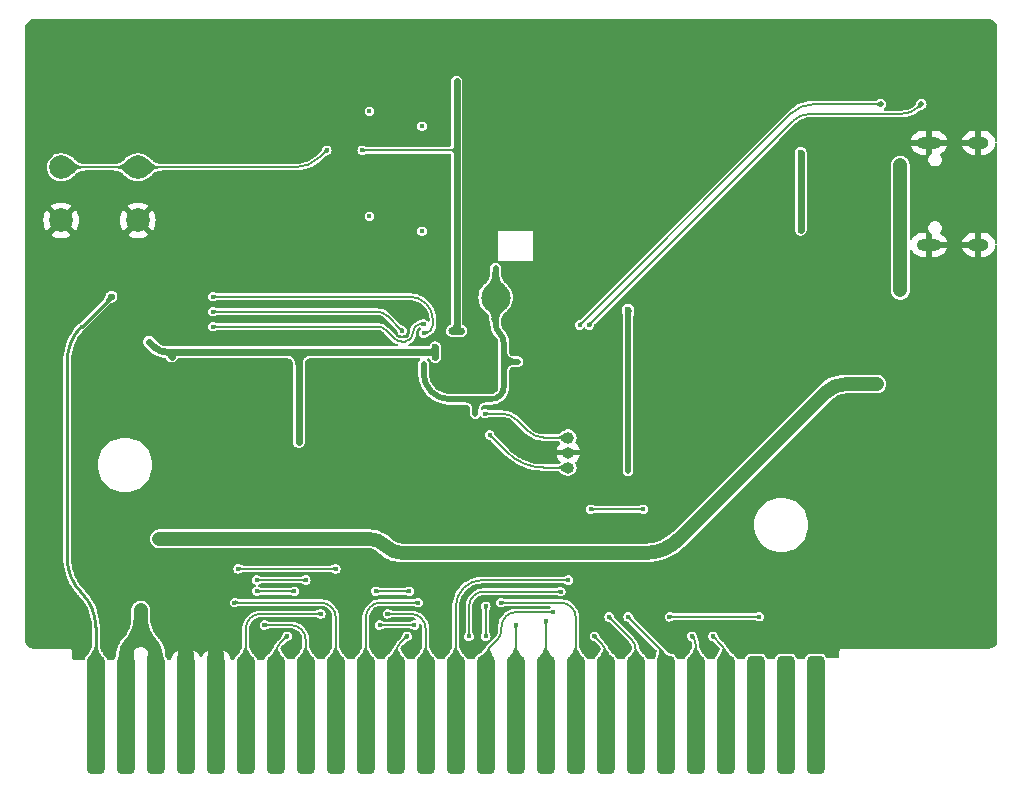
<source format=gbr>
%TF.GenerationSoftware,KiCad,Pcbnew,8.0.4*%
%TF.CreationDate,2024-09-04T03:30:15+02:00*%
%TF.ProjectId,Pico2-MSX,5069636f-322d-44d5-9358-2e6b69636164,rev?*%
%TF.SameCoordinates,Original*%
%TF.FileFunction,Copper,L4,Bot*%
%TF.FilePolarity,Positive*%
%FSLAX46Y46*%
G04 Gerber Fmt 4.6, Leading zero omitted, Abs format (unit mm)*
G04 Created by KiCad (PCBNEW 8.0.4) date 2024-09-04 03:30:15*
%MOMM*%
%LPD*%
G01*
G04 APERTURE LIST*
G04 Aperture macros list*
%AMRoundRect*
0 Rectangle with rounded corners*
0 $1 Rounding radius*
0 $2 $3 $4 $5 $6 $7 $8 $9 X,Y pos of 4 corners*
0 Add a 4 corners polygon primitive as box body*
4,1,4,$2,$3,$4,$5,$6,$7,$8,$9,$2,$3,0*
0 Add four circle primitives for the rounded corners*
1,1,$1+$1,$2,$3*
1,1,$1+$1,$4,$5*
1,1,$1+$1,$6,$7*
1,1,$1+$1,$8,$9*
0 Add four rect primitives between the rounded corners*
20,1,$1+$1,$2,$3,$4,$5,0*
20,1,$1+$1,$4,$5,$6,$7,0*
20,1,$1+$1,$6,$7,$8,$9,0*
20,1,$1+$1,$8,$9,$2,$3,0*%
G04 Aperture macros list end*
%TA.AperFunction,ComponentPad*%
%ADD10O,2.100000X1.000000*%
%TD*%
%TA.AperFunction,ComponentPad*%
%ADD11O,1.800000X1.000000*%
%TD*%
%TA.AperFunction,ComponentPad*%
%ADD12C,0.600000*%
%TD*%
%TA.AperFunction,ConnectorPad*%
%ADD13RoundRect,0.375000X-0.375000X-4.625000X0.375000X-4.625000X0.375000X4.625000X-0.375000X4.625000X0*%
%TD*%
%TA.AperFunction,ComponentPad*%
%ADD14C,1.000000*%
%TD*%
%TA.AperFunction,ComponentPad*%
%ADD15O,1.000000X1.000000*%
%TD*%
%TA.AperFunction,SMDPad,CuDef*%
%ADD16C,2.500000*%
%TD*%
%TA.AperFunction,ComponentPad*%
%ADD17C,2.000000*%
%TD*%
%TA.AperFunction,ViaPad*%
%ADD18C,0.500000*%
%TD*%
%TA.AperFunction,ViaPad*%
%ADD19C,1.200000*%
%TD*%
%TA.AperFunction,ViaPad*%
%ADD20C,0.400000*%
%TD*%
%TA.AperFunction,ViaPad*%
%ADD21C,0.600000*%
%TD*%
%TA.AperFunction,Conductor*%
%ADD22C,1.200000*%
%TD*%
%TA.AperFunction,Conductor*%
%ADD23C,0.250000*%
%TD*%
%TA.AperFunction,Conductor*%
%ADD24C,0.150000*%
%TD*%
%TA.AperFunction,Conductor*%
%ADD25C,0.600000*%
%TD*%
%TA.AperFunction,Conductor*%
%ADD26C,0.500000*%
%TD*%
G04 APERTURE END LIST*
D10*
%TO.P,J2,S1,SHIELD*%
%TO.N,GND*%
X145947500Y-68934000D03*
D11*
X150147500Y-68934000D03*
D10*
X145947500Y-60294000D03*
D11*
X150147500Y-60294000D03*
%TD*%
D12*
%TO.P,U6,81,GND*%
%TO.N,GND*%
X106029167Y-78085667D03*
X106029167Y-79219000D03*
X106029167Y-80352333D03*
X107162500Y-78085667D03*
X107162500Y-79219000D03*
X107162500Y-80352333D03*
X108295833Y-78085667D03*
X108295833Y-79219000D03*
X108295833Y-80352333D03*
%TD*%
D13*
%TO.P,U5,1,~{CS1}*%
%TO.N,unconnected-(U5-~{CS1}-Pad1)*%
X136372500Y-108746500D03*
%TO.P,U5,3,~{CS12}*%
%TO.N,unconnected-(U5-~{CS12}-Pad3)*%
X133832500Y-108746500D03*
%TO.P,U5,5,NC*%
%TO.N,unconnected-(U5-NC-Pad5)*%
X131292500Y-108746500D03*
%TO.P,U5,7,~{WAIT}*%
%TO.N,/~{WAIT}*%
X128752500Y-108746500D03*
%TO.P,U5,9,~{M1}*%
%TO.N,/~{M1}*%
X126212500Y-108746500D03*
%TO.P,U5,11,~{IORQ}*%
%TO.N,/~{IORQ}*%
X123672500Y-108746500D03*
%TO.P,U5,13,~{WR}*%
%TO.N,/~{WR}*%
X121132500Y-108746500D03*
%TO.P,U5,15,~{RESET}*%
%TO.N,/~{RESET}*%
X118592500Y-108746500D03*
%TO.P,U5,17,A9*%
%TO.N,/A9*%
X116052500Y-108746500D03*
%TO.P,U5,19,A11*%
%TO.N,/A11*%
X113512500Y-108746500D03*
%TO.P,U5,21,A7*%
%TO.N,/A7*%
X110972500Y-108746500D03*
%TO.P,U5,23,A12*%
%TO.N,/A12*%
X108432500Y-108746500D03*
%TO.P,U5,25,A14*%
%TO.N,/A14*%
X105892500Y-108746500D03*
%TO.P,U5,27,A1*%
%TO.N,/A1*%
X103352500Y-108746500D03*
%TO.P,U5,29,A3*%
%TO.N,/A3*%
X100812500Y-108746500D03*
%TO.P,U5,31,A5*%
%TO.N,/A5*%
X98272500Y-108746500D03*
%TO.P,U5,33,D1*%
%TO.N,/MSX_D1*%
X95732500Y-108746500D03*
%TO.P,U5,35,D3*%
%TO.N,/MSX_D3*%
X93192500Y-108746500D03*
%TO.P,U5,37,D5*%
%TO.N,/MSX_D5*%
X90652500Y-108746500D03*
%TO.P,U5,39,D7*%
%TO.N,/MSX_D7*%
X88112500Y-108746500D03*
%TO.P,U5,41,GND*%
%TO.N,GND*%
X85572500Y-108746500D03*
%TO.P,U5,43,GND*%
X83032500Y-108746500D03*
%TO.P,U5,45,+5V*%
%TO.N,Net-(D1-A)*%
X80492500Y-108746500D03*
%TO.P,U5,47,+5V*%
X77952500Y-108746500D03*
%TO.P,U5,49,SOUND*%
%TO.N,/AUDIO*%
X75412500Y-108746500D03*
%TD*%
D14*
%TO.P,J1,1,Pin_1*%
%TO.N,/SWCLK*%
X115417500Y-85251500D03*
D15*
%TO.P,J1,2,Pin_2*%
%TO.N,GND*%
X115417500Y-86521500D03*
%TO.P,J1,3,Pin_3*%
%TO.N,/SWD*%
X115417500Y-87791500D03*
%TD*%
D16*
%TO.P,TP3,1,1*%
%TO.N,+1V1*%
X109262500Y-73405250D03*
%TD*%
D17*
%TO.P,SW1,1,1*%
%TO.N,GND*%
X72480000Y-66864000D03*
X78980000Y-66864000D03*
%TO.P,SW1,2,2*%
%TO.N,/~{USB_BOOT}*%
X72480000Y-62364000D03*
X78980000Y-62364000D03*
%TD*%
D18*
%TO.N,GND*%
X79922500Y-75852500D03*
D19*
X83032500Y-97951500D03*
D20*
X115362500Y-79594000D03*
D19*
X132201500Y-82931500D03*
D20*
X106562500Y-86819000D03*
D18*
X74202500Y-74582500D03*
X111937500Y-92166500D03*
X104412500Y-51149000D03*
D19*
X132801500Y-78519000D03*
D18*
X104412500Y-60119000D03*
D20*
X115362500Y-75594000D03*
X104562500Y-86819000D03*
X107762500Y-71619000D03*
X98962500Y-79019000D03*
X107852500Y-87419000D03*
X99562500Y-79019000D03*
X114762500Y-78844000D03*
D19*
X86683750Y-101126500D03*
D20*
X104962500Y-71019000D03*
X115362500Y-83109000D03*
D18*
X98590000Y-67789000D03*
D19*
X140352500Y-82931500D03*
D18*
X76112500Y-70132500D03*
D20*
X114762500Y-75594000D03*
X98962500Y-77019000D03*
D18*
X118910000Y-88585250D03*
X111887500Y-73155250D03*
X112462500Y-71605250D03*
D20*
X114762500Y-83109000D03*
D18*
X95732500Y-89224000D03*
X81470000Y-80297500D03*
D20*
X99562500Y-77019000D03*
D19*
X130801500Y-80719000D03*
D18*
X110237500Y-93466500D03*
D20*
X98962500Y-81019000D03*
X114762500Y-79594000D03*
D18*
X112462500Y-70905250D03*
D20*
X104962500Y-71619000D03*
D18*
X95732500Y-90169000D03*
D20*
X115362500Y-78844000D03*
X107852500Y-86819000D03*
D18*
X85882500Y-90966500D03*
X75152500Y-76767500D03*
D20*
X107762500Y-71019000D03*
X99562500Y-81019000D03*
D18*
X95732500Y-58899000D03*
D19*
X83032500Y-101127500D03*
D20*
X104562500Y-87419000D03*
D18*
X111887500Y-72455250D03*
X124382500Y-91322500D03*
X87402500Y-91316500D03*
D20*
X106562500Y-87419000D03*
X107937500Y-89066500D03*
D19*
X83032500Y-99539000D03*
D21*
%TO.N,/AUDIO*%
X76747500Y-73312500D03*
D19*
%TO.N,+5V*%
X80810000Y-93825000D03*
X83350000Y-93825000D03*
D18*
X92602500Y-93825000D03*
D19*
X140259000Y-80719000D03*
X82080000Y-93825000D03*
X138989000Y-80719000D03*
X141529000Y-80719000D03*
%TO.N,Net-(D1-A)*%
X79222500Y-102397500D03*
X79222500Y-99857500D03*
X79222500Y-101127500D03*
D20*
%TO.N,/SWD*%
X108762500Y-85019000D03*
%TO.N,/SWCLK*%
X108362500Y-83219000D03*
%TO.N,/~{USB_BOOT}*%
X94970500Y-60931000D03*
D18*
%TO.N,+3V3*%
X79922500Y-77122500D03*
D21*
X106362500Y-76219000D03*
X135102500Y-67656500D03*
D18*
X105962500Y-63979000D03*
X92602500Y-85619000D03*
X120482500Y-88072500D03*
D21*
X135102500Y-61156500D03*
X120482500Y-74419000D03*
D18*
X105962500Y-55089000D03*
D21*
X135102500Y-61969000D03*
X104162500Y-77619000D03*
D20*
X97974500Y-60931000D03*
D21*
X135102500Y-66844000D03*
X105562500Y-76219000D03*
D18*
X81827500Y-78392500D03*
D21*
X104162500Y-78419000D03*
D20*
%TO.N,/SPI0_SCK*%
X101362500Y-76219000D03*
X85320000Y-74582500D03*
D18*
%TO.N,+1V1*%
X109262500Y-70905250D03*
X103162500Y-79019000D03*
X109162500Y-75219000D03*
X111162500Y-78819000D03*
X107562500Y-83219000D03*
X109262500Y-71605250D03*
D20*
%TO.N,/LED2*%
X116375000Y-75719000D03*
D18*
X141887500Y-57031500D03*
%TO.N,/LED1*%
X145300000Y-57031500D03*
D20*
X117187500Y-75719000D03*
D21*
%TO.N,Net-(D3-A)*%
X143233750Y-67014000D03*
D19*
X143533750Y-71581500D03*
X143533750Y-70381500D03*
D21*
X143833750Y-62214000D03*
X143233750Y-62214000D03*
X143833750Y-67014000D03*
D19*
X143533750Y-72781500D03*
D20*
%TO.N,/QSPI_SD0*%
X103035000Y-67789000D03*
X103035000Y-58899000D03*
%TO.N,/QSPI_SD2*%
X98590000Y-66519000D03*
X98590000Y-57629000D03*
%TO.N,/MSX_D3*%
X89700000Y-101126500D03*
%TO.N,/MSX_D7*%
X94462500Y-100175000D03*
%TO.N,/MSX_D6*%
X92240000Y-98270000D03*
X89065000Y-98270000D03*
%TO.N,/MSX_D2*%
X89065000Y-97317500D03*
X93192500Y-97317500D03*
%TO.N,/MSX_D1*%
X87160000Y-99222500D03*
%TO.N,/MSX_D5*%
X91605000Y-102079000D03*
%TO.N,/MSX_D0*%
X95732500Y-96365000D03*
X87477500Y-96365000D03*
%TO.N,/~{WAIT}*%
X127670750Y-102085750D03*
%TO.N,/A11*%
X113512500Y-100810000D03*
%TO.N,/A13*%
X114782500Y-98294000D03*
X107012500Y-102079000D03*
%TO.N,/A12*%
X114147500Y-100015250D03*
%TO.N,/A8*%
X108432500Y-102080000D03*
X108432500Y-99540000D03*
%TO.N,/A9*%
X109702500Y-99221500D03*
%TO.N,/A14*%
X115417500Y-97316500D03*
%TO.N,/~{RESET}*%
X117640000Y-102079000D03*
%TO.N,/~{SLTSL}*%
X123990000Y-100422500D03*
X131610000Y-100422500D03*
%TO.N,/A1*%
X100112500Y-100175000D03*
%TO.N,/A0*%
X99437500Y-101127500D03*
X102400000Y-101127500D03*
%TO.N,/A7*%
X110972500Y-101127500D03*
%TO.N,/A4*%
X99137500Y-98270000D03*
X101962500Y-98270000D03*
%TO.N,/A5*%
X102717500Y-99222500D03*
%TO.N,/A3*%
X101765000Y-102080000D03*
%TO.N,/~{WR}*%
X118875543Y-100440543D03*
%TO.N,/~{M1}*%
X125895000Y-102079500D03*
%TO.N,/~{IORQ_RD}*%
X121782500Y-91322500D03*
X117322500Y-91322500D03*
%TO.N,/SPI0_~{CS}*%
X85320000Y-75852500D03*
X103162500Y-75619000D03*
%TO.N,/SPI0_MOSI*%
X85320000Y-73312500D03*
X103162500Y-76419000D03*
%TO.N,/~{IORQ}*%
X120482500Y-100422500D03*
%TD*%
D22*
%TO.N,GND*%
X85572500Y-102237750D02*
X86683750Y-101126500D01*
X83032500Y-101127500D02*
X83032500Y-108746500D01*
X85572500Y-108746500D02*
X85572500Y-102237750D01*
D23*
%TO.N,/AUDIO*%
X76747500Y-73312500D02*
X74206652Y-75853348D01*
X74206652Y-98394152D02*
X74206848Y-98394348D01*
X75412500Y-101305049D02*
X75412500Y-108746500D01*
X73001000Y-78764049D02*
X73001000Y-95483451D01*
X75412500Y-101305049D02*
G75*
G03*
X74206849Y-98394347I-4116360J-1D01*
G01*
X74206652Y-75853348D02*
G75*
G03*
X73000978Y-78764049I2910748J-2910752D01*
G01*
X74206652Y-98394152D02*
G75*
G02*
X73000978Y-95483451I2910748J2910752D01*
G01*
D22*
%TO.N,+5V*%
X101399525Y-95026500D02*
X121946646Y-95026500D01*
X124775073Y-93854927D02*
X137148773Y-81481227D01*
X82080000Y-93825000D02*
X83350000Y-93825000D01*
X80810000Y-93825000D02*
X82080000Y-93825000D01*
X83350000Y-93825000D02*
X92602500Y-93825000D01*
X99949205Y-94425705D02*
X99949296Y-94425796D01*
X138989000Y-80719000D02*
X140259000Y-80719000D01*
X140259000Y-80719000D02*
X141529000Y-80719000D01*
X92602500Y-93825000D02*
X98498975Y-93825000D01*
X98498975Y-93825000D02*
G75*
G02*
X99949210Y-94425700I25J-2050900D01*
G01*
X101399525Y-95026500D02*
G75*
G02*
X99949291Y-94425801I-25J2050900D01*
G01*
X124775073Y-93854927D02*
G75*
G02*
X121946646Y-95026532I-2828473J2828427D01*
G01*
X137148773Y-81481227D02*
G75*
G02*
X138989000Y-80718964I1840227J-1840173D01*
G01*
%TO.N,Net-(D1-A)*%
X79222500Y-99857500D02*
X79222500Y-100488772D01*
X79222500Y-101127500D02*
X79222500Y-102397500D01*
X79222500Y-102397500D02*
X79222500Y-102397500D01*
X77952500Y-103667500D02*
X77952500Y-108746500D01*
X79222500Y-102397500D02*
X79222500Y-102397500D01*
X79222500Y-100488772D02*
X79222500Y-101127500D01*
X80492500Y-108746500D02*
X80492500Y-103667500D01*
X80492500Y-103667500D02*
G75*
G03*
X79222500Y-102397500I-1270000J0D01*
G01*
X79222500Y-100488772D02*
G75*
G03*
X80206659Y-102864841I3360300J-28D01*
G01*
X77952500Y-103667500D02*
G75*
G02*
X79222500Y-102397500I1270000J0D01*
G01*
X79222500Y-100508110D02*
G75*
G02*
X78254204Y-102845704I-3305800J10D01*
G01*
D24*
%TO.N,/SWD*%
X113388967Y-87791500D02*
X115417500Y-87791500D01*
X108762500Y-85019000D02*
X110224047Y-86480547D01*
X110224047Y-86480547D02*
G75*
G03*
X113388967Y-87791515I3164953J3164947D01*
G01*
%TO.N,/SWCLK*%
X113388427Y-85251500D02*
X115417500Y-85251500D01*
X108362500Y-83219000D02*
X109699073Y-83219000D01*
X111113287Y-83804787D02*
X111974214Y-84665714D01*
X109699073Y-83219000D02*
G75*
G02*
X111113301Y-83804773I27J-2000000D01*
G01*
X113388427Y-85251500D02*
G75*
G02*
X111974200Y-84665728I-27J2000000D01*
G01*
%TO.N,/~{USB_BOOT}*%
X78980000Y-62364000D02*
X92294859Y-62364000D01*
X72480000Y-62364000D02*
X78980000Y-62364000D01*
X94416180Y-61485320D02*
X94970500Y-60931000D01*
X92294859Y-62364000D02*
G75*
G03*
X94416200Y-61485340I41J3000000D01*
G01*
D25*
%TO.N,+3V3*%
X105962500Y-63979000D02*
X105962500Y-60931000D01*
X135102500Y-67656500D02*
X135102500Y-66844000D01*
X91602500Y-78019000D02*
X93602500Y-78019000D01*
X104162500Y-78419000D02*
X104162500Y-78419000D01*
X82201000Y-78019000D02*
X91602500Y-78019000D01*
X92602500Y-85619000D02*
X92602500Y-79019000D01*
X104162500Y-77619000D02*
X104162500Y-78419000D01*
X135102500Y-61969000D02*
X135102500Y-66844000D01*
X105562500Y-76219000D02*
X106362500Y-76219000D01*
D26*
X120482500Y-88072500D02*
X120482500Y-74419000D01*
D25*
X105962500Y-75819000D02*
X105962500Y-63979000D01*
X135102500Y-61156500D02*
X135102500Y-61969000D01*
X93602500Y-78019000D02*
X103762500Y-78019000D01*
X82201000Y-78019000D02*
X81454000Y-78019000D01*
X80370000Y-77570000D02*
X79922500Y-77122500D01*
X105962500Y-60931000D02*
X105962500Y-55089000D01*
X81827500Y-78392500D02*
X81827500Y-78392500D01*
D24*
X105562500Y-76219000D02*
X105562500Y-76219000D01*
X97974500Y-60931000D02*
X105962500Y-60931000D01*
D25*
X106362500Y-76219000D02*
X106362500Y-76219000D01*
X104162500Y-77619000D02*
X104162500Y-77619000D01*
X81827500Y-78392500D02*
X81827500Y-78392500D01*
X103762500Y-78019000D02*
X103762497Y-78019000D01*
X81454000Y-78019000D02*
G75*
G02*
X80370005Y-77569995I0J1533000D01*
G01*
X105562500Y-76219000D02*
G75*
G03*
X105962500Y-75819000I0J400000D01*
G01*
X93602500Y-78019000D02*
G75*
G03*
X92602500Y-79019000I0J-1000000D01*
G01*
X91602500Y-78019000D02*
G75*
G02*
X92602500Y-79019000I0J-1000000D01*
G01*
X81827500Y-78392500D02*
G75*
G02*
X82201000Y-78019000I373500J0D01*
G01*
X104162500Y-77619000D02*
G75*
G02*
X103762497Y-78019000I-400000J0D01*
G01*
X103762500Y-78019000D02*
G75*
G02*
X104162500Y-78419000I0J-400000D01*
G01*
X106362500Y-76219000D02*
G75*
G02*
X105962500Y-75819000I0J400000D01*
G01*
X81454000Y-78019000D02*
G75*
G02*
X81827500Y-78392500I0J-373500D01*
G01*
D24*
%TO.N,/SPI0_SCK*%
X99152530Y-74582500D02*
X85320000Y-74582500D01*
X101362500Y-76219000D02*
X100131505Y-74988005D01*
X99152530Y-74582500D02*
G75*
G02*
X100131494Y-74988016I-30J-1384500D01*
G01*
D26*
%TO.N,+1V1*%
X109262500Y-71605250D02*
X109262500Y-73405250D01*
X107562500Y-82819000D02*
X107562500Y-83219000D01*
X109962500Y-78019000D02*
X109962500Y-79619000D01*
X109962500Y-80919000D02*
X109962500Y-79619000D01*
X106762500Y-82019000D02*
X105406554Y-82019000D01*
X109262500Y-73405250D02*
X109262500Y-74977612D01*
X109612452Y-76418952D02*
X109612549Y-76419049D01*
X109962500Y-77263906D02*
X109962500Y-78019000D01*
X109262500Y-70905250D02*
X109262500Y-71605250D01*
X109162524Y-75218976D02*
X109162500Y-75219000D01*
X110762500Y-78819000D02*
X111162500Y-78819000D01*
X109262500Y-75574094D02*
X109262500Y-75460388D01*
X103162500Y-79019000D02*
X103162500Y-79774946D01*
X108362500Y-82019000D02*
X108862500Y-82019000D01*
X109262500Y-74977612D02*
X109262500Y-75460388D01*
X106762500Y-82019000D02*
X108362500Y-82019000D01*
X109162524Y-75219024D02*
X109162500Y-75219000D01*
X107562500Y-82819000D02*
G75*
G03*
X106762500Y-82019000I-800000J0D01*
G01*
X109162524Y-75219024D02*
G75*
G02*
X109262520Y-75460388I-241324J-241376D01*
G01*
X108862500Y-82019000D02*
G75*
G03*
X109962500Y-80919000I0J1100000D01*
G01*
X109162524Y-75218976D02*
G75*
G03*
X109262520Y-74977612I-241324J241376D01*
G01*
X109612549Y-76419049D02*
G75*
G02*
X109962498Y-77263906I-844849J-844851D01*
G01*
X107562500Y-82819000D02*
G75*
G02*
X108362500Y-82019000I800000J0D01*
G01*
X109612452Y-76418952D02*
G75*
G02*
X109262502Y-75574094I844848J844852D01*
G01*
X103162500Y-79774946D02*
G75*
G03*
X105406554Y-82019000I2244100J46D01*
G01*
X110762500Y-78819000D02*
G75*
G02*
X109962500Y-78019000I0J800000D01*
G01*
X110762500Y-78819000D02*
G75*
G03*
X109962500Y-79619000I0J-800000D01*
G01*
D24*
%TO.N,/LED2*%
X136169189Y-57031500D02*
X141887500Y-57031500D01*
X116375000Y-75719000D02*
X134279953Y-57814047D01*
X134279953Y-57814047D02*
G75*
G02*
X136169189Y-57031497I1889247J-1889253D01*
G01*
%TO.N,/LED1*%
X135890927Y-57844000D02*
X143659073Y-57844000D01*
X145073287Y-57258213D02*
X145300000Y-57031500D01*
X117187500Y-75719000D02*
X134476714Y-58429786D01*
X134476714Y-58429786D02*
G75*
G02*
X135890927Y-57844019I1414186J-1414214D01*
G01*
X145073287Y-57258213D02*
G75*
G02*
X143659073Y-57843981I-1414187J1414213D01*
G01*
D22*
%TO.N,Net-(D3-A)*%
X143533750Y-71581500D02*
X143533750Y-72781500D01*
X143533750Y-62214000D02*
X143533750Y-70381500D01*
X143533750Y-70381500D02*
X143533750Y-71581500D01*
D24*
%TO.N,/MSX_D3*%
X89700000Y-101126500D02*
X91922500Y-101126500D01*
X93192500Y-102396500D02*
X93192500Y-108745500D01*
X91922500Y-101126500D02*
G75*
G02*
X93192500Y-102396500I0J-1270000D01*
G01*
%TO.N,/MSX_D7*%
X94462500Y-100175000D02*
X89382500Y-100175000D01*
X88112500Y-101445000D02*
X88112500Y-108745500D01*
X89382500Y-100175000D02*
G75*
G03*
X88112500Y-101445000I0J-1270000D01*
G01*
%TO.N,/MSX_D6*%
X89065000Y-98270000D02*
X92240000Y-98270000D01*
%TO.N,/MSX_D2*%
X93192500Y-97317500D02*
X89065000Y-97317500D01*
%TO.N,/MSX_D1*%
X95732500Y-100492500D02*
X95732500Y-108745500D01*
X87160000Y-99222500D02*
X94462500Y-99222500D01*
X95732500Y-100492500D02*
G75*
G03*
X94462500Y-99222500I-1270000J0D01*
G01*
%TO.N,/MSX_D5*%
X91605000Y-102079000D02*
X91024474Y-102659526D01*
X90652500Y-103557551D02*
X90652500Y-108745500D01*
X90652500Y-103557551D02*
G75*
G02*
X91024498Y-102659550I1270000J-49D01*
G01*
%TO.N,/MSX_D0*%
X95732500Y-96365000D02*
X87477500Y-96365000D01*
%TO.N,/~{WAIT}*%
X127670750Y-102085750D02*
X128380526Y-102795526D01*
X128752500Y-103693551D02*
X128752500Y-108746500D01*
X128752500Y-103693551D02*
G75*
G03*
X128380502Y-102795550I-1270000J-49D01*
G01*
%TO.N,/A11*%
X113512500Y-100810000D02*
X113512500Y-108746500D01*
%TO.N,/A13*%
X107012500Y-99564000D02*
X107012500Y-102079000D01*
X114782500Y-98294000D02*
X108282500Y-98294000D01*
X107012500Y-99564000D02*
G75*
G02*
X108282500Y-98294000I1270000J0D01*
G01*
%TO.N,/A12*%
X108432500Y-103875051D02*
X108432500Y-108746500D01*
X114147500Y-100015250D02*
X111032500Y-100015250D01*
X109762500Y-101285250D02*
X109762500Y-101492949D01*
X109390525Y-102390975D02*
X108804474Y-102977026D01*
X108804474Y-102977026D02*
G75*
G03*
X108432466Y-103875051I898026J-898074D01*
G01*
X109762500Y-101492949D02*
G75*
G02*
X109390501Y-102390951I-1270000J49D01*
G01*
X109762500Y-101285250D02*
G75*
G02*
X111032500Y-100015200I1270000J50D01*
G01*
%TO.N,/A8*%
X108432500Y-99540000D02*
X108432500Y-102080000D01*
%TO.N,/A9*%
X109702500Y-99221500D02*
X114782500Y-99221500D01*
X116052500Y-100491500D02*
X116052500Y-108745500D01*
X114782500Y-99221500D02*
G75*
G02*
X116052500Y-100491500I0J-1270000D01*
G01*
%TO.N,/A14*%
X115416500Y-97317500D02*
X108160354Y-97317500D01*
X115417500Y-97316500D02*
X115416500Y-97317500D01*
X105892500Y-99585354D02*
X105892500Y-108746500D01*
X105892500Y-99585354D02*
G75*
G02*
X108160354Y-97317500I2267900J-46D01*
G01*
%TO.N,/~{RESET}*%
X118592500Y-103557551D02*
X118592500Y-108746500D01*
X117640000Y-102079000D02*
X118220526Y-102659526D01*
X118592500Y-103557551D02*
G75*
G03*
X118220502Y-102659550I-1270000J-49D01*
G01*
%TO.N,/~{SLTSL}*%
X123990000Y-100422500D02*
X131610000Y-100422500D01*
%TO.N,/A1*%
X103352500Y-101445000D02*
X103352500Y-108746500D01*
X100112500Y-100175000D02*
X102082500Y-100175000D01*
X103352500Y-101445000D02*
G75*
G03*
X102082500Y-100175000I-1270000J0D01*
G01*
%TO.N,/A0*%
X99437500Y-101127500D02*
X102400000Y-101127500D01*
%TO.N,/A7*%
X110972500Y-101127500D02*
X110972500Y-108745500D01*
%TO.N,/A4*%
X101962500Y-98270000D02*
X99137500Y-98270000D01*
%TO.N,/A5*%
X102717500Y-99222500D02*
X99542500Y-99222500D01*
X98272500Y-100492500D02*
X98272500Y-108746500D01*
X98272500Y-100492500D02*
G75*
G02*
X99542500Y-99222500I1270000J0D01*
G01*
%TO.N,/A3*%
X101765000Y-102080000D02*
X101184474Y-102660526D01*
X100812500Y-103558551D02*
X100812500Y-108746500D01*
X100812500Y-103558551D02*
G75*
G02*
X101184498Y-102660550I1270000J-49D01*
G01*
%TO.N,/~{WR}*%
X121132500Y-103223551D02*
X121132500Y-108746500D01*
X118875543Y-100440543D02*
X120760526Y-102325526D01*
X120760526Y-102325526D02*
G75*
G02*
X121132534Y-103223551I-898026J-898074D01*
G01*
%TO.N,/~{M1}*%
X126212500Y-102845998D02*
X126212500Y-108746500D01*
X125895000Y-102079500D02*
G75*
G02*
X126212495Y-102845998I-766500J-766500D01*
G01*
%TO.N,/~{IORQ_RD}*%
X121782500Y-91322500D02*
X117322500Y-91322500D01*
%TO.N,/SPI0_~{CS}*%
X100658107Y-76829607D02*
X99973893Y-76145393D01*
X99266786Y-75852500D02*
X85320000Y-75852500D01*
X103162500Y-75619000D02*
X102962500Y-75619000D01*
X102262500Y-76319000D02*
X102262500Y-76422500D01*
X101562500Y-77122500D02*
X101365214Y-77122500D01*
X99973893Y-76145393D02*
G75*
G03*
X99266786Y-75852510I-707093J-707107D01*
G01*
X102262500Y-76319000D02*
G75*
G02*
X102962500Y-75619000I700000J0D01*
G01*
X102262500Y-76422500D02*
G75*
G02*
X101562500Y-77122500I-700000J0D01*
G01*
X101365214Y-77122500D02*
G75*
G02*
X100658100Y-76829614I-14J1000000D01*
G01*
%TO.N,/SPI0_MOSI*%
X103962500Y-75312500D02*
X103962500Y-75719000D01*
X85320000Y-73312500D02*
X101962500Y-73312500D01*
X103262500Y-76419000D02*
X103162500Y-76419000D01*
X103962500Y-75312500D02*
G75*
G03*
X101962500Y-73312500I-2000000J0D01*
G01*
X103962500Y-75719000D02*
G75*
G02*
X103262500Y-76419000I-700000J0D01*
G01*
%TO.N,/~{IORQ}*%
X120482500Y-100422500D02*
X123300526Y-103240526D01*
X123672500Y-104138551D02*
X123672500Y-108746500D01*
X123300526Y-103240526D02*
G75*
G02*
X123672534Y-104138551I-898026J-898074D01*
G01*
%TD*%
%TA.AperFunction,Conductor*%
%TO.N,GND*%
G36*
X151047342Y-49830976D02*
G01*
X151169264Y-49842985D01*
X151188294Y-49846770D01*
X151193633Y-49848390D01*
X151300854Y-49880915D01*
X151318785Y-49888342D01*
X151422522Y-49943791D01*
X151438658Y-49954573D01*
X151529583Y-50029193D01*
X151543306Y-50042916D01*
X151617926Y-50133841D01*
X151628708Y-50149977D01*
X151684157Y-50253714D01*
X151691584Y-50271645D01*
X151725728Y-50384203D01*
X151729514Y-50403237D01*
X151741523Y-50525157D01*
X151742000Y-50534861D01*
X151742000Y-60168160D01*
X151723093Y-60226351D01*
X151673593Y-60262315D01*
X151612407Y-60262315D01*
X151562907Y-60226351D01*
X151545902Y-60187474D01*
X151509070Y-60002311D01*
X151509070Y-60002309D01*
X151433691Y-59820326D01*
X151433685Y-59820314D01*
X151324250Y-59656537D01*
X151324247Y-59656533D01*
X151184966Y-59517252D01*
X151184962Y-59517249D01*
X151021185Y-59407814D01*
X151021173Y-59407808D01*
X150839189Y-59332429D01*
X150645993Y-59294000D01*
X150397501Y-59294000D01*
X150397500Y-59294001D01*
X150397500Y-59994000D01*
X149897500Y-59994000D01*
X149897500Y-59294001D01*
X149897499Y-59294000D01*
X149649006Y-59294000D01*
X149455811Y-59332429D01*
X149455809Y-59332429D01*
X149273826Y-59407808D01*
X149273814Y-59407814D01*
X149110037Y-59517249D01*
X149110033Y-59517252D01*
X148970752Y-59656533D01*
X148970749Y-59656537D01*
X148861314Y-59820314D01*
X148861308Y-59820326D01*
X148785931Y-60002304D01*
X148785928Y-60002315D01*
X148777637Y-60044000D01*
X149580512Y-60044000D01*
X149563295Y-60053940D01*
X149507440Y-60109795D01*
X149467944Y-60178204D01*
X149447500Y-60254504D01*
X149447500Y-60333496D01*
X149467944Y-60409796D01*
X149507440Y-60478205D01*
X149563295Y-60534060D01*
X149580512Y-60544000D01*
X148777637Y-60544000D01*
X148785928Y-60585684D01*
X148785931Y-60585695D01*
X148861308Y-60767673D01*
X148861314Y-60767685D01*
X148970749Y-60931462D01*
X148970752Y-60931466D01*
X149110033Y-61070747D01*
X149110037Y-61070750D01*
X149273814Y-61180185D01*
X149273826Y-61180191D01*
X149455810Y-61255570D01*
X149649006Y-61293999D01*
X149649010Y-61294000D01*
X149897499Y-61294000D01*
X149897500Y-61293999D01*
X149897500Y-60594000D01*
X150397500Y-60594000D01*
X150397500Y-61293999D01*
X150397501Y-61294000D01*
X150645990Y-61294000D01*
X150645993Y-61293999D01*
X150839188Y-61255570D01*
X150839190Y-61255570D01*
X151021173Y-61180191D01*
X151021185Y-61180185D01*
X151184962Y-61070750D01*
X151184966Y-61070747D01*
X151324247Y-60931466D01*
X151324250Y-60931462D01*
X151433685Y-60767685D01*
X151433691Y-60767673D01*
X151509070Y-60585690D01*
X151509070Y-60585688D01*
X151545902Y-60400525D01*
X151575799Y-60347141D01*
X151631364Y-60321525D01*
X151691373Y-60333462D01*
X151732906Y-60378392D01*
X151742000Y-60419839D01*
X151742000Y-68808160D01*
X151723093Y-68866351D01*
X151673593Y-68902315D01*
X151612407Y-68902315D01*
X151562907Y-68866351D01*
X151545902Y-68827474D01*
X151509070Y-68642311D01*
X151509070Y-68642309D01*
X151433691Y-68460326D01*
X151433685Y-68460314D01*
X151324250Y-68296537D01*
X151324247Y-68296533D01*
X151184966Y-68157252D01*
X151184962Y-68157249D01*
X151021185Y-68047814D01*
X151021173Y-68047808D01*
X150839189Y-67972429D01*
X150645993Y-67934000D01*
X150397501Y-67934000D01*
X150397500Y-67934001D01*
X150397500Y-68634000D01*
X149897500Y-68634000D01*
X149897500Y-67934001D01*
X149897499Y-67934000D01*
X149649006Y-67934000D01*
X149455811Y-67972429D01*
X149455809Y-67972429D01*
X149273826Y-68047808D01*
X149273814Y-68047814D01*
X149110037Y-68157249D01*
X149110033Y-68157252D01*
X148970752Y-68296533D01*
X148970749Y-68296537D01*
X148861314Y-68460314D01*
X148861308Y-68460326D01*
X148785931Y-68642304D01*
X148785928Y-68642315D01*
X148777637Y-68684000D01*
X149580512Y-68684000D01*
X149563295Y-68693940D01*
X149507440Y-68749795D01*
X149467944Y-68818204D01*
X149447500Y-68894504D01*
X149447500Y-68973496D01*
X149467944Y-69049796D01*
X149507440Y-69118205D01*
X149563295Y-69174060D01*
X149580512Y-69184000D01*
X148777637Y-69184000D01*
X148785928Y-69225684D01*
X148785931Y-69225695D01*
X148861308Y-69407673D01*
X148861314Y-69407685D01*
X148970749Y-69571462D01*
X148970752Y-69571466D01*
X149110033Y-69710747D01*
X149110037Y-69710750D01*
X149273814Y-69820185D01*
X149273826Y-69820191D01*
X149455810Y-69895570D01*
X149649006Y-69933999D01*
X149649010Y-69934000D01*
X149897499Y-69934000D01*
X149897500Y-69933999D01*
X149897500Y-69234000D01*
X150397500Y-69234000D01*
X150397500Y-69933999D01*
X150397501Y-69934000D01*
X150645990Y-69934000D01*
X150645993Y-69933999D01*
X150839188Y-69895570D01*
X150839190Y-69895570D01*
X151021173Y-69820191D01*
X151021185Y-69820185D01*
X151184962Y-69710750D01*
X151184966Y-69710747D01*
X151324247Y-69571466D01*
X151324250Y-69571462D01*
X151433685Y-69407685D01*
X151433691Y-69407673D01*
X151509070Y-69225690D01*
X151509070Y-69225688D01*
X151545902Y-69040525D01*
X151575799Y-68987141D01*
X151631364Y-68961525D01*
X151691373Y-68973462D01*
X151732906Y-69018392D01*
X151742000Y-69059839D01*
X151742000Y-102417638D01*
X151741523Y-102427342D01*
X151729514Y-102549262D01*
X151725728Y-102568296D01*
X151691584Y-102680854D01*
X151684157Y-102698785D01*
X151628708Y-102802522D01*
X151617926Y-102818658D01*
X151543306Y-102909583D01*
X151529583Y-102923306D01*
X151438658Y-102997926D01*
X151422522Y-103008708D01*
X151318785Y-103064157D01*
X151300854Y-103071584D01*
X151188296Y-103105728D01*
X151169263Y-103109514D01*
X151066867Y-103119600D01*
X151047341Y-103121523D01*
X151037639Y-103122000D01*
X138602935Y-103122000D01*
X138526511Y-103142478D01*
X138526507Y-103142480D01*
X138457991Y-103182038D01*
X138402038Y-103237991D01*
X138362480Y-103306507D01*
X138362478Y-103306511D01*
X138342000Y-103382935D01*
X138342000Y-103856991D01*
X138323093Y-103915182D01*
X138273593Y-103951146D01*
X138243186Y-103955991D01*
X137368878Y-103957637D01*
X137310652Y-103938839D01*
X137277228Y-103896523D01*
X137276896Y-103895721D01*
X137250198Y-103831267D01*
X137157951Y-103711049D01*
X137037733Y-103618802D01*
X137034780Y-103617579D01*
X136931199Y-103574674D01*
X136897736Y-103560813D01*
X136897734Y-103560812D01*
X136897732Y-103560812D01*
X136785220Y-103546000D01*
X135959780Y-103546000D01*
X135959779Y-103546000D01*
X135847267Y-103560812D01*
X135847261Y-103560814D01*
X135707268Y-103618801D01*
X135587051Y-103711047D01*
X135587047Y-103711051D01*
X135494801Y-103831267D01*
X135466215Y-103900280D01*
X135426477Y-103946805D01*
X135374938Y-103961393D01*
X134830858Y-103962418D01*
X134772631Y-103943620D01*
X134739210Y-103901308D01*
X134710198Y-103831267D01*
X134617951Y-103711049D01*
X134497733Y-103618802D01*
X134494780Y-103617579D01*
X134391199Y-103574674D01*
X134357736Y-103560813D01*
X134357734Y-103560812D01*
X134357732Y-103560812D01*
X134245220Y-103546000D01*
X133419780Y-103546000D01*
X133419779Y-103546000D01*
X133307267Y-103560812D01*
X133307261Y-103560814D01*
X133167268Y-103618801D01*
X133047051Y-103711047D01*
X133047047Y-103711051D01*
X132954801Y-103831268D01*
X132924232Y-103905067D01*
X132884495Y-103951593D01*
X132832954Y-103966181D01*
X132292838Y-103967198D01*
X132234612Y-103948400D01*
X132201188Y-103906084D01*
X132199164Y-103901198D01*
X132170198Y-103831267D01*
X132077951Y-103711049D01*
X131957733Y-103618802D01*
X131954780Y-103617579D01*
X131851199Y-103574674D01*
X131817736Y-103560813D01*
X131817734Y-103560812D01*
X131817732Y-103560812D01*
X131705220Y-103546000D01*
X130879780Y-103546000D01*
X130879779Y-103546000D01*
X130767267Y-103560812D01*
X130767261Y-103560814D01*
X130627268Y-103618801D01*
X130507051Y-103711047D01*
X130507047Y-103711051D01*
X130414801Y-103831268D01*
X130382249Y-103909855D01*
X130342512Y-103956381D01*
X130290971Y-103970969D01*
X129754818Y-103971978D01*
X129696592Y-103953180D01*
X129663168Y-103910863D01*
X129630199Y-103831269D01*
X129630198Y-103831268D01*
X129630198Y-103831267D01*
X129537951Y-103711049D01*
X129455391Y-103647698D01*
X129417732Y-103618801D01*
X129405341Y-103613669D01*
X129398949Y-103611021D01*
X129376560Y-103598093D01*
X129333648Y-103565158D01*
X129328394Y-103560831D01*
X129271692Y-103510760D01*
X129267268Y-103506605D01*
X129208215Y-103447636D01*
X129204494Y-103443712D01*
X129173739Y-103409447D01*
X129156040Y-103389728D01*
X129156038Y-103389726D01*
X129155149Y-103388735D01*
X129155138Y-103388723D01*
X129143463Y-103375716D01*
X129140329Y-103372050D01*
X129077609Y-103294926D01*
X129074966Y-103291526D01*
X129010889Y-103205330D01*
X129008660Y-103202208D01*
X128943457Y-103106963D01*
X128941578Y-103104110D01*
X128875423Y-102999832D01*
X128873823Y-102997221D01*
X128811230Y-102891324D01*
X128806080Y-102883064D01*
X128805475Y-102882143D01*
X128799863Y-102876704D01*
X128783027Y-102855116D01*
X128770297Y-102833069D01*
X128770296Y-102833067D01*
X128646959Y-102672340D01*
X128603795Y-102629178D01*
X128563572Y-102588957D01*
X128549856Y-102575241D01*
X128168572Y-102193957D01*
X128154739Y-102176606D01*
X128148166Y-102166139D01*
X128141091Y-102158653D01*
X128131804Y-102148827D01*
X128127044Y-102143407D01*
X128121662Y-102136810D01*
X128121661Y-102136809D01*
X128120092Y-102134886D01*
X128102366Y-102102022D01*
X128100556Y-102096270D01*
X128099515Y-102092963D01*
X128098709Y-102090268D01*
X128091896Y-102066188D01*
X128091481Y-102064741D01*
X128091449Y-102064631D01*
X128091304Y-102064133D01*
X128081981Y-102032384D01*
X128081013Y-102029187D01*
X128080890Y-102028792D01*
X128079690Y-102025063D01*
X128067468Y-101988297D01*
X128067020Y-101987003D01*
X128065802Y-101983483D01*
X128065633Y-101983013D01*
X128065076Y-101981521D01*
X128063988Y-101978604D01*
X128063971Y-101978561D01*
X128063952Y-101978509D01*
X128051602Y-101946511D01*
X128050892Y-101944693D01*
X128050847Y-101944581D01*
X128050846Y-101944580D01*
X128050845Y-101944576D01*
X128042226Y-101931383D01*
X128036907Y-101922196D01*
X127998801Y-101847410D01*
X127998800Y-101847408D01*
X127909092Y-101757700D01*
X127896190Y-101751126D01*
X127796057Y-101700105D01*
X127796054Y-101700104D01*
X127670750Y-101680258D01*
X127545446Y-101700104D01*
X127545442Y-101700105D01*
X127432409Y-101757699D01*
X127342699Y-101847409D01*
X127285105Y-101960442D01*
X127285104Y-101960446D01*
X127265772Y-102082507D01*
X127265258Y-102085750D01*
X127284035Y-102204307D01*
X127285104Y-102211053D01*
X127285105Y-102211057D01*
X127310844Y-102261572D01*
X127342700Y-102324092D01*
X127432408Y-102413800D01*
X127458840Y-102427268D01*
X127508471Y-102452557D01*
X127516503Y-102457134D01*
X127522270Y-102460787D01*
X127531348Y-102466538D01*
X127563604Y-102478988D01*
X127567244Y-102480346D01*
X127568013Y-102480633D01*
X127568483Y-102480802D01*
X127572003Y-102482020D01*
X127573297Y-102482468D01*
X127610063Y-102494690D01*
X127613792Y-102495890D01*
X127614187Y-102496013D01*
X127617390Y-102496982D01*
X127649166Y-102506312D01*
X127649658Y-102506456D01*
X127649768Y-102506488D01*
X127651217Y-102506904D01*
X127675267Y-102513708D01*
X127677979Y-102514519D01*
X127687020Y-102517365D01*
X127719879Y-102535086D01*
X127728396Y-102542034D01*
X127733814Y-102546793D01*
X127751142Y-102563169D01*
X127751144Y-102563170D01*
X127751145Y-102563171D01*
X127760168Y-102568927D01*
X127762492Y-102570409D01*
X127779254Y-102583869D01*
X128145728Y-102950343D01*
X128145731Y-102950347D01*
X128151372Y-102955988D01*
X128151373Y-102955990D01*
X128169408Y-102974024D01*
X128182977Y-102987593D01*
X128188252Y-102993300D01*
X128238618Y-103052268D01*
X128262034Y-103108795D01*
X128255094Y-103153740D01*
X128222267Y-103234763D01*
X128221345Y-103236962D01*
X128176909Y-103339473D01*
X128175809Y-103341921D01*
X128131987Y-103435945D01*
X128130663Y-103438674D01*
X128087609Y-103524113D01*
X128086010Y-103527152D01*
X128070257Y-103555873D01*
X128043966Y-103603801D01*
X128041993Y-103607232D01*
X128001203Y-103675018D01*
X127998755Y-103678881D01*
X127997160Y-103681274D01*
X127975056Y-103704904D01*
X127967053Y-103711045D01*
X127967047Y-103711051D01*
X127874800Y-103831269D01*
X127874799Y-103831271D01*
X127844609Y-103904154D01*
X127842036Y-103909852D01*
X127836892Y-103920343D01*
X127794297Y-103964267D01*
X127748189Y-103975758D01*
X127216847Y-103976759D01*
X127158620Y-103957961D01*
X127122563Y-103908529D01*
X127120012Y-103899209D01*
X127118820Y-103893834D01*
X127114984Y-103885743D01*
X127114983Y-103885742D01*
X127114982Y-103885739D01*
X127112482Y-103881577D01*
X127112992Y-103881270D01*
X127105275Y-103867665D01*
X127090199Y-103831269D01*
X127090198Y-103831268D01*
X127090198Y-103831267D01*
X126997951Y-103711049D01*
X126997946Y-103711045D01*
X126997944Y-103711043D01*
X126890186Y-103628356D01*
X126871679Y-103609777D01*
X126843217Y-103572385D01*
X126840492Y-103568626D01*
X126839360Y-103566985D01*
X126783458Y-103485922D01*
X126781211Y-103482514D01*
X126769944Y-103464640D01*
X126722894Y-103389997D01*
X126721026Y-103386910D01*
X126711821Y-103371052D01*
X126711820Y-103371051D01*
X126711461Y-103370433D01*
X126661633Y-103284589D01*
X126660073Y-103281798D01*
X126660072Y-103281797D01*
X126656589Y-103275319D01*
X126643652Y-103251263D01*
X126643643Y-103251253D01*
X126642995Y-103250048D01*
X126599845Y-103169826D01*
X126598555Y-103167340D01*
X126537605Y-103045714D01*
X126536548Y-103043535D01*
X126497369Y-102960013D01*
X126488000Y-102917973D01*
X126488000Y-102781784D01*
X126487994Y-102781720D01*
X126487994Y-102756891D01*
X126472403Y-102638470D01*
X126464732Y-102580205D01*
X126418608Y-102408066D01*
X126380099Y-102315098D01*
X126374033Y-102294205D01*
X126373724Y-102292431D01*
X126361794Y-102261572D01*
X126359980Y-102256470D01*
X126353377Y-102236152D01*
X126351892Y-102231581D01*
X126350255Y-102225985D01*
X126345325Y-102207065D01*
X126344146Y-102201989D01*
X126340337Y-102183339D01*
X126339747Y-102180186D01*
X126339369Y-102177969D01*
X126335690Y-102156364D01*
X126335676Y-102156276D01*
X126333425Y-102143065D01*
X126330556Y-102126226D01*
X126329906Y-102122609D01*
X126329835Y-102122233D01*
X126329632Y-102121203D01*
X126329252Y-102119263D01*
X126322922Y-102088268D01*
X126321877Y-102083466D01*
X126321801Y-102083117D01*
X126321660Y-102082507D01*
X126320297Y-102076964D01*
X126320293Y-102076947D01*
X126311222Y-102042139D01*
X126309568Y-102036164D01*
X126309382Y-102035530D01*
X126309377Y-102035516D01*
X126309368Y-102035483D01*
X126307613Y-102029803D01*
X126294376Y-101989065D01*
X126292600Y-101983840D01*
X126292386Y-101983237D01*
X126292378Y-101983214D01*
X126291749Y-101981518D01*
X126290395Y-101977865D01*
X126278274Y-101946511D01*
X126275765Y-101940022D01*
X126275047Y-101938191D01*
X126274990Y-101938048D01*
X126274989Y-101938047D01*
X126274988Y-101938043D01*
X126266273Y-101924719D01*
X126260918Y-101915479D01*
X126260885Y-101915415D01*
X126223050Y-101841158D01*
X126133342Y-101751450D01*
X126129136Y-101749307D01*
X126020307Y-101693855D01*
X126020304Y-101693854D01*
X125895000Y-101674008D01*
X125769696Y-101693854D01*
X125769692Y-101693855D01*
X125656659Y-101751449D01*
X125566949Y-101841159D01*
X125509355Y-101954192D01*
X125509354Y-101954196D01*
X125490881Y-102070834D01*
X125489508Y-102079500D01*
X125504119Y-102171754D01*
X125509354Y-102204803D01*
X125509355Y-102204807D01*
X125535679Y-102256470D01*
X125566950Y-102317842D01*
X125566951Y-102317843D01*
X125606127Y-102357020D01*
X125614405Y-102366418D01*
X125628167Y-102384194D01*
X125655677Y-102408113D01*
X125667431Y-102417596D01*
X125667438Y-102417601D01*
X125667439Y-102417602D01*
X125668815Y-102418631D01*
X125681294Y-102427264D01*
X125715568Y-102449148D01*
X125727426Y-102456171D01*
X125728545Y-102456784D01*
X125728815Y-102456932D01*
X125741207Y-102463186D01*
X125773775Y-102478265D01*
X125782621Y-102482109D01*
X125782646Y-102482119D01*
X125782664Y-102482127D01*
X125783684Y-102482542D01*
X125792702Y-102485967D01*
X125820289Y-102495708D01*
X125868863Y-102532912D01*
X125878788Y-102551173D01*
X125883682Y-102562986D01*
X125894439Y-102588957D01*
X125899240Y-102603731D01*
X125925221Y-102711948D01*
X125927651Y-102727291D01*
X125936695Y-102842200D01*
X125937000Y-102849968D01*
X125937000Y-102917971D01*
X125927628Y-102960016D01*
X125905182Y-103007864D01*
X125905120Y-103007993D01*
X125888498Y-103043431D01*
X125887377Y-103045743D01*
X125826439Y-103167345D01*
X125825119Y-103169888D01*
X125794601Y-103226626D01*
X125771422Y-103269719D01*
X125764925Y-103281797D01*
X125763358Y-103284599D01*
X125703982Y-103386892D01*
X125702111Y-103389984D01*
X125643776Y-103482529D01*
X125641526Y-103485941D01*
X125584502Y-103568632D01*
X125581783Y-103572383D01*
X125553313Y-103609784D01*
X125534809Y-103628360D01*
X125427054Y-103711044D01*
X125427047Y-103711051D01*
X125334800Y-103831269D01*
X125334799Y-103831271D01*
X125300817Y-103913308D01*
X125297755Y-103919989D01*
X125294667Y-103926114D01*
X125251587Y-103969563D01*
X125206452Y-103980546D01*
X124678778Y-103981539D01*
X124620552Y-103962741D01*
X124587128Y-103920424D01*
X124587094Y-103920343D01*
X124550198Y-103831267D01*
X124457951Y-103711049D01*
X124337733Y-103618802D01*
X124334780Y-103617579D01*
X124231199Y-103574674D01*
X124197736Y-103560813D01*
X124197734Y-103560812D01*
X124197732Y-103560812D01*
X124085220Y-103546000D01*
X124070283Y-103546000D01*
X124030521Y-103537664D01*
X124013577Y-103530233D01*
X124006378Y-103526722D01*
X123951956Y-103497389D01*
X123945613Y-103493658D01*
X123888588Y-103457196D01*
X123883039Y-103453377D01*
X123844563Y-103424912D01*
X123823647Y-103409438D01*
X123818852Y-103405655D01*
X123804531Y-103393622D01*
X123765865Y-103361133D01*
X123757294Y-103353931D01*
X123753150Y-103350246D01*
X123737500Y-103335525D01*
X123737500Y-103335524D01*
X123737499Y-103335524D01*
X123717411Y-103316628D01*
X123699509Y-103294024D01*
X123690296Y-103278067D01*
X123566959Y-103117340D01*
X123509305Y-103059689D01*
X123423706Y-102974090D01*
X123416220Y-102965428D01*
X123416107Y-102965520D01*
X123408451Y-102955990D01*
X123405593Y-102952432D01*
X123404484Y-102951150D01*
X123402298Y-102948664D01*
X123402297Y-102948663D01*
X123402296Y-102948662D01*
X123402295Y-102948661D01*
X123395272Y-102943678D01*
X123382560Y-102932944D01*
X120980322Y-100530706D01*
X120966490Y-100513357D01*
X120959916Y-100502889D01*
X120952841Y-100495403D01*
X120952840Y-100495403D01*
X120943537Y-100485559D01*
X120938791Y-100480155D01*
X120933408Y-100473556D01*
X120933354Y-100473489D01*
X120931842Y-100471636D01*
X120914116Y-100438772D01*
X120911272Y-100429736D01*
X120910459Y-100427018D01*
X120909181Y-100422500D01*
X123584508Y-100422500D01*
X123603794Y-100544271D01*
X123604354Y-100547803D01*
X123604355Y-100547807D01*
X123652650Y-100642589D01*
X123661950Y-100660842D01*
X123751658Y-100750550D01*
X123864696Y-100808146D01*
X123990000Y-100827992D01*
X124115304Y-100808146D01*
X124130971Y-100800162D01*
X124154242Y-100791773D01*
X124160691Y-100790327D01*
X124192301Y-100776322D01*
X124196487Y-100774411D01*
X124196989Y-100774175D01*
X124201606Y-100771934D01*
X124236232Y-100754587D01*
X124239650Y-100752834D01*
X124240016Y-100752642D01*
X124243039Y-100751024D01*
X124272197Y-100735102D01*
X124273509Y-100734379D01*
X124273572Y-100734344D01*
X124274017Y-100734096D01*
X124295749Y-100721950D01*
X124298282Y-100720583D01*
X124306704Y-100716193D01*
X124342469Y-100705488D01*
X124353407Y-100704378D01*
X124360571Y-100703913D01*
X124384440Y-100703239D01*
X124394755Y-100700958D01*
X124397588Y-100700333D01*
X124418953Y-100698000D01*
X131181465Y-100698000D01*
X131203514Y-100700486D01*
X131215560Y-100703239D01*
X131239425Y-100703913D01*
X131246576Y-100704377D01*
X131257523Y-100705487D01*
X131293292Y-100716192D01*
X131301737Y-100720595D01*
X131304226Y-100721939D01*
X131359067Y-100752585D01*
X131362704Y-100754042D01*
X131363715Y-100754561D01*
X131363754Y-100754581D01*
X131398392Y-100771934D01*
X131398421Y-100771948D01*
X131402983Y-100774163D01*
X131403009Y-100774175D01*
X131403511Y-100774411D01*
X131407700Y-100776323D01*
X131407748Y-100776344D01*
X131407754Y-100776347D01*
X131439231Y-100790293D01*
X131439304Y-100790325D01*
X131439311Y-100790328D01*
X131440744Y-100790956D01*
X131440956Y-100791048D01*
X131445403Y-100791982D01*
X131470004Y-100800660D01*
X131484696Y-100808146D01*
X131586418Y-100824257D01*
X131609999Y-100827992D01*
X131609999Y-100827991D01*
X131610000Y-100827992D01*
X131735304Y-100808146D01*
X131848342Y-100750550D01*
X131938050Y-100660842D01*
X131995646Y-100547804D01*
X132015492Y-100422500D01*
X132015251Y-100420981D01*
X132012366Y-100402766D01*
X131995646Y-100297196D01*
X131938050Y-100184158D01*
X131848342Y-100094450D01*
X131806354Y-100073056D01*
X131735307Y-100036855D01*
X131735304Y-100036854D01*
X131610000Y-100017008D01*
X131484694Y-100036854D01*
X131469032Y-100044834D01*
X131445765Y-100053220D01*
X131439325Y-100054664D01*
X131439319Y-100054666D01*
X131407677Y-100068684D01*
X131406216Y-100069350D01*
X131403651Y-100070520D01*
X131403602Y-100070543D01*
X131403161Y-100070749D01*
X131398471Y-100073024D01*
X131363652Y-100090469D01*
X131360406Y-100092133D01*
X131360031Y-100092329D01*
X131357025Y-100093937D01*
X131327756Y-100109920D01*
X131326104Y-100110832D01*
X131323134Y-100112492D01*
X131304239Y-100123051D01*
X131301715Y-100124414D01*
X131293284Y-100128808D01*
X131257518Y-100139510D01*
X131255138Y-100139752D01*
X131246593Y-100140619D01*
X131239406Y-100141084D01*
X131215567Y-100141759D01*
X131215556Y-100141760D01*
X131207660Y-100143506D01*
X131202412Y-100144666D01*
X131181043Y-100147000D01*
X124418541Y-100147000D01*
X124396491Y-100144513D01*
X124384441Y-100141760D01*
X124384435Y-100141759D01*
X124360600Y-100141085D01*
X124353397Y-100140618D01*
X124342458Y-100139507D01*
X124306698Y-100128802D01*
X124298336Y-100124443D01*
X124295804Y-100123076D01*
X124274060Y-100110924D01*
X124273398Y-100110557D01*
X124273254Y-100110477D01*
X124272077Y-100109830D01*
X124264549Y-100105719D01*
X124264492Y-100105687D01*
X124264492Y-100105688D01*
X124264183Y-100105519D01*
X124264174Y-100105514D01*
X124243037Y-100093972D01*
X124239661Y-100092170D01*
X124239322Y-100091993D01*
X124236263Y-100090428D01*
X124225593Y-100085082D01*
X124201646Y-100073083D01*
X124200182Y-100072372D01*
X124197126Y-100070887D01*
X124197008Y-100070831D01*
X124196680Y-100070676D01*
X124192235Y-100068644D01*
X124160699Y-100054674D01*
X124159013Y-100053937D01*
X124158755Y-100053826D01*
X124154454Y-100052926D01*
X124129794Y-100044237D01*
X124115304Y-100036854D01*
X123990000Y-100017008D01*
X123864696Y-100036854D01*
X123864692Y-100036855D01*
X123751659Y-100094449D01*
X123661949Y-100184159D01*
X123604355Y-100297192D01*
X123604354Y-100297196D01*
X123584749Y-100420981D01*
X123584508Y-100422500D01*
X120909181Y-100422500D01*
X120903646Y-100402938D01*
X120903231Y-100401491D01*
X120903199Y-100401381D01*
X120903057Y-100400895D01*
X120899029Y-100387177D01*
X120893731Y-100369134D01*
X120892763Y-100365937D01*
X120892640Y-100365542D01*
X120891440Y-100361813D01*
X120879218Y-100325047D01*
X120877554Y-100320240D01*
X120877552Y-100320233D01*
X120877383Y-100319763D01*
X120877026Y-100318807D01*
X120875738Y-100315354D01*
X120872054Y-100305809D01*
X120863352Y-100283261D01*
X120862698Y-100281586D01*
X120862597Y-100281331D01*
X120862596Y-100281330D01*
X120862595Y-100281326D01*
X120853976Y-100268133D01*
X120848657Y-100258946D01*
X120810551Y-100184160D01*
X120810550Y-100184158D01*
X120720842Y-100094450D01*
X120678854Y-100073056D01*
X120607807Y-100036855D01*
X120607804Y-100036854D01*
X120482500Y-100017008D01*
X120357196Y-100036854D01*
X120357192Y-100036855D01*
X120244159Y-100094449D01*
X120154449Y-100184159D01*
X120096855Y-100297192D01*
X120096854Y-100297196D01*
X120077249Y-100420981D01*
X120077008Y-100422500D01*
X120096294Y-100544271D01*
X120096854Y-100547803D01*
X120096855Y-100547807D01*
X120145150Y-100642589D01*
X120154450Y-100660842D01*
X120244158Y-100750550D01*
X120262049Y-100759666D01*
X120320221Y-100789307D01*
X120328253Y-100793884D01*
X120335460Y-100798449D01*
X120343098Y-100803288D01*
X120375354Y-100815738D01*
X120379045Y-100817115D01*
X120379763Y-100817383D01*
X120380233Y-100817552D01*
X120383753Y-100818770D01*
X120385047Y-100819218D01*
X120421813Y-100831440D01*
X120425542Y-100832640D01*
X120425937Y-100832763D01*
X120429140Y-100833732D01*
X120460916Y-100843062D01*
X120461408Y-100843206D01*
X120461518Y-100843238D01*
X120462967Y-100843654D01*
X120487017Y-100850458D01*
X120489729Y-100851269D01*
X120498770Y-100854115D01*
X120531629Y-100871836D01*
X120540146Y-100878784D01*
X120545564Y-100883543D01*
X120562892Y-100899919D01*
X120562894Y-100899920D01*
X120562895Y-100899921D01*
X120568549Y-100903528D01*
X120574242Y-100907159D01*
X120591004Y-100920619D01*
X122879775Y-103209391D01*
X122907552Y-103263908D01*
X122907152Y-103297223D01*
X122897369Y-103350670D01*
X122897223Y-103351465D01*
X122897013Y-103352576D01*
X122879202Y-103443962D01*
X122878949Y-103445216D01*
X122861302Y-103529914D01*
X122860993Y-103531342D01*
X122843560Y-103609237D01*
X122843179Y-103610876D01*
X122825999Y-103681951D01*
X122825520Y-103683850D01*
X122808688Y-103747908D01*
X122808076Y-103750131D01*
X122791726Y-103806939D01*
X122790929Y-103809571D01*
X122775278Y-103858765D01*
X122774214Y-103861922D01*
X122758412Y-103906355D01*
X122758403Y-103906388D01*
X122758085Y-103907820D01*
X122757901Y-103908130D01*
X122757565Y-103909301D01*
X122757262Y-103909214D01*
X122727003Y-103960522D01*
X122670878Y-103984888D01*
X122661630Y-103985339D01*
X122140759Y-103986320D01*
X122082533Y-103967522D01*
X122049109Y-103925206D01*
X122043168Y-103910863D01*
X122010198Y-103831267D01*
X121917951Y-103711049D01*
X121917949Y-103711048D01*
X121917949Y-103711047D01*
X121904521Y-103700743D01*
X121892559Y-103689633D01*
X121890970Y-103688168D01*
X121890967Y-103688165D01*
X121888465Y-103686278D01*
X121848637Y-103656238D01*
X121842941Y-103651601D01*
X121830158Y-103640380D01*
X121802163Y-103615806D01*
X121797425Y-103611362D01*
X121795847Y-103609782D01*
X121753951Y-103567822D01*
X121750012Y-103563641D01*
X121741428Y-103553983D01*
X121704271Y-103512178D01*
X121701015Y-103508319D01*
X121653420Y-103448885D01*
X121650692Y-103445314D01*
X121650471Y-103445011D01*
X121601608Y-103377949D01*
X121599333Y-103374690D01*
X121556500Y-103310610D01*
X121556474Y-103310569D01*
X121549014Y-103299409D01*
X121547082Y-103296404D01*
X121518059Y-103249397D01*
X121504002Y-103226629D01*
X121504000Y-103226626D01*
X121503095Y-103225160D01*
X121503095Y-103225159D01*
X121495763Y-103213286D01*
X121494140Y-103210560D01*
X121483297Y-103191656D01*
X121480032Y-103185963D01*
X121441964Y-103119600D01*
X121440605Y-103117150D01*
X121405044Y-103050760D01*
X121394164Y-103016950D01*
X121381579Y-102921380D01*
X121329136Y-102725689D01*
X121289750Y-102630610D01*
X121251604Y-102538525D01*
X121251601Y-102538520D01*
X121251600Y-102538517D01*
X121150296Y-102363067D01*
X121026959Y-102202340D01*
X121026954Y-102202335D01*
X121026954Y-102202334D01*
X120965062Y-102140446D01*
X120965060Y-102140443D01*
X120965060Y-102140444D01*
X119373365Y-100548749D01*
X119359533Y-100531400D01*
X119352959Y-100520932D01*
X119345884Y-100513446D01*
X119345883Y-100513446D01*
X119336580Y-100503602D01*
X119331834Y-100498198D01*
X119329893Y-100495819D01*
X119328036Y-100493542D01*
X119328035Y-100493541D01*
X119326451Y-100491599D01*
X119326397Y-100491532D01*
X119324885Y-100489679D01*
X119307159Y-100456815D01*
X119305906Y-100452833D01*
X119304308Y-100447756D01*
X119303502Y-100445061D01*
X119296689Y-100420981D01*
X119296620Y-100420742D01*
X119296248Y-100419444D01*
X119296129Y-100419035D01*
X119293455Y-100409930D01*
X119286774Y-100387177D01*
X119285806Y-100383980D01*
X119285683Y-100383585D01*
X119284483Y-100379856D01*
X119272261Y-100343090D01*
X119270597Y-100338283D01*
X119270595Y-100338276D01*
X119270426Y-100337806D01*
X119269635Y-100335686D01*
X119268781Y-100333397D01*
X119263519Y-100319763D01*
X119256395Y-100301304D01*
X119255741Y-100299629D01*
X119255640Y-100299374D01*
X119255639Y-100299373D01*
X119255638Y-100299369D01*
X119247019Y-100286176D01*
X119241700Y-100276989D01*
X119203594Y-100202203D01*
X119203593Y-100202201D01*
X119113885Y-100112493D01*
X119100590Y-100105719D01*
X119000850Y-100054898D01*
X119000847Y-100054897D01*
X118875543Y-100035051D01*
X118750239Y-100054897D01*
X118750235Y-100054898D01*
X118637202Y-100112492D01*
X118547492Y-100202202D01*
X118489898Y-100315235D01*
X118489897Y-100315239D01*
X118471763Y-100429736D01*
X118470051Y-100440543D01*
X118486941Y-100547186D01*
X118489897Y-100565846D01*
X118489898Y-100565850D01*
X118497359Y-100580492D01*
X118547493Y-100678885D01*
X118637201Y-100768593D01*
X118655773Y-100778056D01*
X118713264Y-100807350D01*
X118721296Y-100811927D01*
X118727322Y-100815744D01*
X118736141Y-100821331D01*
X118768397Y-100833781D01*
X118772088Y-100835158D01*
X118772806Y-100835426D01*
X118773276Y-100835595D01*
X118775776Y-100836460D01*
X118778090Y-100837261D01*
X118814856Y-100849483D01*
X118818585Y-100850683D01*
X118818980Y-100850806D01*
X118822183Y-100851775D01*
X118853959Y-100861105D01*
X118854451Y-100861249D01*
X118854561Y-100861281D01*
X118856010Y-100861697D01*
X118880060Y-100868501D01*
X118882772Y-100869312D01*
X118891813Y-100872158D01*
X118924672Y-100889879D01*
X118933189Y-100896827D01*
X118938607Y-100901586D01*
X118955935Y-100917962D01*
X118967285Y-100925202D01*
X118984046Y-100938661D01*
X120531372Y-102485988D01*
X120531373Y-102485990D01*
X120548852Y-102503468D01*
X120562984Y-102517600D01*
X120568258Y-102523307D01*
X120569259Y-102524479D01*
X120659908Y-102630610D01*
X120662014Y-102633075D01*
X120671146Y-102645642D01*
X120744550Y-102765419D01*
X120751603Y-102779260D01*
X120805366Y-102909042D01*
X120810167Y-102923816D01*
X120840188Y-103048845D01*
X120840263Y-103049155D01*
X120835464Y-103110152D01*
X120830821Y-103119840D01*
X120822094Y-103135768D01*
X120820648Y-103138318D01*
X120769053Y-103226206D01*
X120767357Y-103228989D01*
X120716589Y-103309292D01*
X120714592Y-103312326D01*
X120672416Y-103373907D01*
X120664879Y-103384912D01*
X120662506Y-103388226D01*
X120614048Y-103453081D01*
X120611224Y-103456685D01*
X120564311Y-103513765D01*
X120560933Y-103517662D01*
X120515882Y-103566995D01*
X120511850Y-103571157D01*
X120471872Y-103610072D01*
X120469102Y-103612768D01*
X120464240Y-103617195D01*
X120424198Y-103651298D01*
X120418382Y-103655888D01*
X120402031Y-103667825D01*
X120383609Y-103681274D01*
X120376761Y-103686273D01*
X120376754Y-103686278D01*
X120353377Y-103706051D01*
X120349725Y-103708994D01*
X120347053Y-103711044D01*
X120347049Y-103711048D01*
X120347049Y-103711049D01*
X120337879Y-103723000D01*
X120254801Y-103831268D01*
X120214316Y-103929007D01*
X120174579Y-103975533D01*
X120123038Y-103990121D01*
X119602739Y-103991100D01*
X119544513Y-103972302D01*
X119511089Y-103929986D01*
X119499196Y-103901275D01*
X119470198Y-103831267D01*
X119377951Y-103711049D01*
X119377950Y-103711048D01*
X119377947Y-103711044D01*
X119355290Y-103693659D01*
X119344393Y-103683940D01*
X119343810Y-103683337D01*
X119343807Y-103683335D01*
X119325538Y-103670682D01*
X119321637Y-103667838D01*
X119306064Y-103655888D01*
X119257733Y-103618802D01*
X119257732Y-103618801D01*
X119255254Y-103616900D01*
X119246634Y-103610970D01*
X119236498Y-103602745D01*
X119231468Y-103598375D01*
X119178849Y-103549438D01*
X119174641Y-103545281D01*
X119160656Y-103530615D01*
X119119736Y-103487700D01*
X119116207Y-103483796D01*
X119059380Y-103417453D01*
X119056427Y-103413836D01*
X118997956Y-103338636D01*
X118995488Y-103335318D01*
X118935726Y-103251360D01*
X118933615Y-103248273D01*
X118872799Y-103155616D01*
X118871007Y-103152782D01*
X118809316Y-103051472D01*
X118807785Y-103048869D01*
X118804709Y-103043453D01*
X118748776Y-102944955D01*
X118744658Y-102940082D01*
X118728814Y-102914074D01*
X118711600Y-102872517D01*
X118610296Y-102697067D01*
X118486959Y-102536340D01*
X118486954Y-102536335D01*
X118486954Y-102536334D01*
X118424484Y-102473868D01*
X118424482Y-102473865D01*
X118424482Y-102473866D01*
X118137821Y-102187205D01*
X118123989Y-102169856D01*
X118117416Y-102159389D01*
X118117415Y-102159388D01*
X118117414Y-102159386D01*
X118101054Y-102142077D01*
X118096294Y-102136657D01*
X118090912Y-102130060D01*
X118090911Y-102130059D01*
X118089342Y-102128136D01*
X118071616Y-102095272D01*
X118070025Y-102090216D01*
X118068765Y-102086213D01*
X118067959Y-102083518D01*
X118061146Y-102059438D01*
X118060731Y-102057991D01*
X118060699Y-102057881D01*
X118060554Y-102057383D01*
X118051231Y-102025634D01*
X118050263Y-102022437D01*
X118050140Y-102022042D01*
X118050092Y-102021893D01*
X118049367Y-102019640D01*
X118048940Y-102018313D01*
X118036718Y-101981547D01*
X118035699Y-101978604D01*
X118035052Y-101976733D01*
X118034883Y-101976263D01*
X118034588Y-101975472D01*
X118033238Y-101971854D01*
X118028833Y-101960442D01*
X118020852Y-101939761D01*
X118020175Y-101938027D01*
X118020097Y-101937831D01*
X118020096Y-101937830D01*
X118020095Y-101937826D01*
X118011476Y-101924633D01*
X118006157Y-101915446D01*
X117968051Y-101840660D01*
X117968050Y-101840658D01*
X117878342Y-101750950D01*
X117842342Y-101732607D01*
X117765307Y-101693355D01*
X117765304Y-101693354D01*
X117640000Y-101673508D01*
X117514696Y-101693354D01*
X117514692Y-101693355D01*
X117401659Y-101750949D01*
X117311949Y-101840659D01*
X117254355Y-101953692D01*
X117254354Y-101953696D01*
X117236386Y-102067145D01*
X117234508Y-102079000D01*
X117253060Y-102196137D01*
X117254354Y-102204303D01*
X117254355Y-102204307D01*
X117302807Y-102299398D01*
X117311950Y-102317342D01*
X117401658Y-102407050D01*
X117422438Y-102417638D01*
X117477721Y-102445807D01*
X117485753Y-102450384D01*
X117494889Y-102456171D01*
X117500598Y-102459788D01*
X117532854Y-102472238D01*
X117536545Y-102473615D01*
X117537263Y-102473883D01*
X117537733Y-102474052D01*
X117540629Y-102475054D01*
X117542547Y-102475718D01*
X117579313Y-102487940D01*
X117583042Y-102489140D01*
X117583437Y-102489263D01*
X117586640Y-102490232D01*
X117618416Y-102499562D01*
X117618908Y-102499706D01*
X117619018Y-102499738D01*
X117620467Y-102500154D01*
X117644517Y-102506958D01*
X117647229Y-102507769D01*
X117656270Y-102510615D01*
X117689129Y-102528336D01*
X117697646Y-102535284D01*
X117703064Y-102540043D01*
X117714843Y-102551174D01*
X117720395Y-102556421D01*
X117731743Y-102563660D01*
X117748505Y-102577120D01*
X117983219Y-102811834D01*
X117983232Y-102811850D01*
X118022983Y-102851600D01*
X118028258Y-102857307D01*
X118119481Y-102964110D01*
X118122014Y-102967075D01*
X118131146Y-102979642D01*
X118174378Y-103050186D01*
X118178400Y-103056748D01*
X118192685Y-103116242D01*
X118182934Y-103151951D01*
X118136210Y-103247546D01*
X118134943Y-103250048D01*
X118083202Y-103348721D01*
X118081697Y-103351484D01*
X118030763Y-103441538D01*
X118028964Y-103444590D01*
X117979066Y-103525880D01*
X117976899Y-103529255D01*
X117928261Y-103601734D01*
X117925630Y-103605465D01*
X117908909Y-103628057D01*
X117889602Y-103647702D01*
X117807054Y-103711044D01*
X117807047Y-103711051D01*
X117714801Y-103831267D01*
X117681143Y-103912524D01*
X117678086Y-103919192D01*
X117674628Y-103926051D01*
X117673061Y-103930286D01*
X117635124Y-103978291D01*
X117580407Y-103994910D01*
X117064719Y-103995881D01*
X117006493Y-103977083D01*
X116973069Y-103934767D01*
X116972849Y-103934237D01*
X116965251Y-103915893D01*
X116960066Y-103899452D01*
X116958820Y-103893834D01*
X116954984Y-103885743D01*
X116954983Y-103885742D01*
X116954982Y-103885739D01*
X116952482Y-103881577D01*
X116952992Y-103881270D01*
X116945275Y-103867665D01*
X116930199Y-103831269D01*
X116930198Y-103831268D01*
X116930198Y-103831267D01*
X116837951Y-103711049D01*
X116837946Y-103711045D01*
X116837944Y-103711043D01*
X116730186Y-103628356D01*
X116711679Y-103609777D01*
X116683217Y-103572385D01*
X116680492Y-103568626D01*
X116679360Y-103566985D01*
X116623458Y-103485922D01*
X116621211Y-103482514D01*
X116609944Y-103464640D01*
X116562894Y-103389997D01*
X116561026Y-103386910D01*
X116551821Y-103371052D01*
X116551820Y-103371051D01*
X116551461Y-103370433D01*
X116501633Y-103284589D01*
X116500073Y-103281798D01*
X116500072Y-103281797D01*
X116496589Y-103275319D01*
X116483652Y-103251263D01*
X116483643Y-103251253D01*
X116482995Y-103250048D01*
X116439845Y-103169826D01*
X116438555Y-103167340D01*
X116377605Y-103045714D01*
X116376548Y-103043535D01*
X116337369Y-102960013D01*
X116328000Y-102917973D01*
X116328000Y-100380958D01*
X116309122Y-100249670D01*
X116296538Y-100162141D01*
X116234255Y-99950023D01*
X116142418Y-99748929D01*
X116142412Y-99748919D01*
X116022902Y-99562957D01*
X116022893Y-99562945D01*
X115878133Y-99395884D01*
X115878131Y-99395882D01*
X115878125Y-99395875D01*
X115878115Y-99395866D01*
X115711054Y-99251106D01*
X115711042Y-99251097D01*
X115525080Y-99131587D01*
X115525074Y-99131584D01*
X115525071Y-99131582D01*
X115323977Y-99039745D01*
X115323972Y-99039743D01*
X115323971Y-99039743D01*
X115111860Y-98977462D01*
X115111854Y-98977461D01*
X114893041Y-98946000D01*
X114893036Y-98946000D01*
X114837300Y-98946000D01*
X110131041Y-98946000D01*
X110108991Y-98943513D01*
X110096941Y-98940760D01*
X110096935Y-98940759D01*
X110073100Y-98940085D01*
X110065897Y-98939618D01*
X110054958Y-98938507D01*
X110019198Y-98927802D01*
X110010836Y-98923443D01*
X110008304Y-98922076D01*
X109986560Y-98909924D01*
X109985898Y-98909557D01*
X109985754Y-98909477D01*
X109984577Y-98908830D01*
X109978880Y-98905719D01*
X109977041Y-98904714D01*
X109976992Y-98904687D01*
X109976992Y-98904688D01*
X109976683Y-98904519D01*
X109976674Y-98904514D01*
X109955537Y-98892972D01*
X109952161Y-98891170D01*
X109951822Y-98890993D01*
X109948763Y-98889428D01*
X109946593Y-98888341D01*
X109914146Y-98872083D01*
X109912682Y-98871372D01*
X109909626Y-98869887D01*
X109909508Y-98869831D01*
X109909180Y-98869676D01*
X109904735Y-98867644D01*
X109873199Y-98853674D01*
X109871486Y-98852926D01*
X109871255Y-98852826D01*
X109866954Y-98851926D01*
X109842294Y-98843237D01*
X109827804Y-98835854D01*
X109702500Y-98816008D01*
X109577196Y-98835854D01*
X109577192Y-98835855D01*
X109464159Y-98893449D01*
X109374449Y-98983159D01*
X109316855Y-99096192D01*
X109316854Y-99096196D01*
X109298521Y-99211950D01*
X109297008Y-99221500D01*
X109301855Y-99252106D01*
X109316854Y-99346803D01*
X109316855Y-99346807D01*
X109371197Y-99453458D01*
X109374450Y-99459842D01*
X109464158Y-99549550D01*
X109577196Y-99607146D01*
X109702500Y-99626992D01*
X109827804Y-99607146D01*
X109843471Y-99599162D01*
X109866742Y-99590773D01*
X109873191Y-99589327D01*
X109904801Y-99575322D01*
X109908987Y-99573411D01*
X109909489Y-99573175D01*
X109914106Y-99570934D01*
X109948732Y-99553587D01*
X109952150Y-99551834D01*
X109952516Y-99551642D01*
X109955539Y-99550024D01*
X109984697Y-99534102D01*
X109986009Y-99533379D01*
X109986072Y-99533344D01*
X109986517Y-99533096D01*
X109991068Y-99530553D01*
X110008245Y-99520953D01*
X110010782Y-99519583D01*
X110017819Y-99515915D01*
X110017818Y-99515914D01*
X110019204Y-99515193D01*
X110054969Y-99504488D01*
X110065907Y-99503378D01*
X110073071Y-99502913D01*
X110096940Y-99502239D01*
X110107255Y-99499958D01*
X110110088Y-99499333D01*
X110131453Y-99497000D01*
X113854275Y-99497000D01*
X113912466Y-99515907D01*
X113948430Y-99565407D01*
X113948430Y-99626593D01*
X113912466Y-99676093D01*
X113899423Y-99684106D01*
X113897903Y-99684884D01*
X113897531Y-99685079D01*
X113894525Y-99686687D01*
X113865256Y-99702670D01*
X113863604Y-99703582D01*
X113857524Y-99706980D01*
X113841739Y-99715801D01*
X113839215Y-99717164D01*
X113830784Y-99721558D01*
X113795018Y-99732260D01*
X113792638Y-99732502D01*
X113784093Y-99733369D01*
X113776906Y-99733834D01*
X113753067Y-99734509D01*
X113753056Y-99734510D01*
X113743170Y-99736695D01*
X113739912Y-99737416D01*
X113718543Y-99739750D01*
X111073557Y-99739750D01*
X111073403Y-99739700D01*
X111032500Y-99739700D01*
X110921961Y-99739700D01*
X110857775Y-99748929D01*
X110703136Y-99771163D01*
X110677642Y-99778649D01*
X110491010Y-99833450D01*
X110491008Y-99833450D01*
X110491004Y-99833452D01*
X110491003Y-99833452D01*
X110289915Y-99925289D01*
X110289898Y-99925298D01*
X110103940Y-100044810D01*
X110103923Y-100044822D01*
X109936866Y-100189583D01*
X109936855Y-100189593D01*
X109792078Y-100356682D01*
X109672562Y-100542664D01*
X109672560Y-100542667D01*
X109580729Y-100743765D01*
X109580729Y-100743766D01*
X109518450Y-100955892D01*
X109486996Y-101174721D01*
X109487000Y-101272307D01*
X109487000Y-101489040D01*
X109486694Y-101496812D01*
X109475360Y-101640745D01*
X109472930Y-101656087D01*
X109440134Y-101792672D01*
X109435333Y-101807447D01*
X109381572Y-101937224D01*
X109374519Y-101951065D01*
X109301120Y-102070834D01*
X109291988Y-102083401D01*
X109197946Y-102193504D01*
X109192678Y-102199204D01*
X109187082Y-102204801D01*
X109187074Y-102204809D01*
X109155729Y-102236152D01*
X109155730Y-102236153D01*
X109155727Y-102236156D01*
X109155726Y-102236155D01*
X108634993Y-102756891D01*
X108634993Y-102756892D01*
X108609671Y-102782212D01*
X108564274Y-102827610D01*
X108564064Y-102827865D01*
X108538065Y-102853863D01*
X108538064Y-102853864D01*
X108510938Y-102889212D01*
X108502950Y-102898393D01*
X108487365Y-102914223D01*
X108463264Y-102950904D01*
X108459067Y-102956808D01*
X108414740Y-103014573D01*
X108414732Y-103014586D01*
X108389825Y-103057722D01*
X108387870Y-103061107D01*
X108382967Y-103068763D01*
X108355981Y-103106924D01*
X108353755Y-103109948D01*
X108288459Y-103195228D01*
X108285858Y-103198481D01*
X108221824Y-103275200D01*
X108218771Y-103278688D01*
X108156236Y-103346853D01*
X108152652Y-103350561D01*
X108091919Y-103410205D01*
X108087705Y-103414110D01*
X108029055Y-103465375D01*
X108024107Y-103469425D01*
X107967888Y-103512493D01*
X107962107Y-103516602D01*
X107936482Y-103533466D01*
X107936457Y-103533483D01*
X107908580Y-103551829D01*
X107901871Y-103555873D01*
X107853867Y-103582279D01*
X107844039Y-103587001D01*
X107767267Y-103618801D01*
X107647051Y-103711047D01*
X107647047Y-103711051D01*
X107554801Y-103831268D01*
X107504400Y-103952947D01*
X107464663Y-103999472D01*
X107413122Y-104014061D01*
X106912640Y-104015003D01*
X106854414Y-103996205D01*
X106820990Y-103953889D01*
X106809496Y-103926141D01*
X106805251Y-103915893D01*
X106800066Y-103899452D01*
X106798820Y-103893834D01*
X106794984Y-103885743D01*
X106794983Y-103885742D01*
X106794982Y-103885739D01*
X106792482Y-103881577D01*
X106792992Y-103881270D01*
X106785275Y-103867665D01*
X106770199Y-103831269D01*
X106770198Y-103831268D01*
X106770198Y-103831267D01*
X106677951Y-103711049D01*
X106677946Y-103711045D01*
X106677944Y-103711043D01*
X106570186Y-103628356D01*
X106551679Y-103609777D01*
X106523217Y-103572385D01*
X106520492Y-103568626D01*
X106519360Y-103566985D01*
X106463458Y-103485922D01*
X106461211Y-103482514D01*
X106449944Y-103464640D01*
X106402894Y-103389997D01*
X106401026Y-103386910D01*
X106391821Y-103371052D01*
X106391820Y-103371051D01*
X106391461Y-103370433D01*
X106341633Y-103284589D01*
X106340073Y-103281798D01*
X106340072Y-103281797D01*
X106336589Y-103275319D01*
X106323652Y-103251263D01*
X106323643Y-103251253D01*
X106322995Y-103250048D01*
X106279845Y-103169826D01*
X106278555Y-103167340D01*
X106217605Y-103045714D01*
X106216548Y-103043535D01*
X106177369Y-102960013D01*
X106168000Y-102917973D01*
X106168000Y-102079000D01*
X106607008Y-102079000D01*
X106625560Y-102196137D01*
X106626854Y-102204303D01*
X106626855Y-102204307D01*
X106675307Y-102299398D01*
X106684450Y-102317342D01*
X106774158Y-102407050D01*
X106887196Y-102464646D01*
X107012500Y-102484492D01*
X107137804Y-102464646D01*
X107250842Y-102407050D01*
X107340550Y-102317342D01*
X107398146Y-102204304D01*
X107417992Y-102079000D01*
X107398146Y-101953696D01*
X107398143Y-101953691D01*
X107398143Y-101953689D01*
X107390163Y-101938027D01*
X107381773Y-101914752D01*
X107381697Y-101914415D01*
X107380328Y-101908311D01*
X107379792Y-101907102D01*
X107366332Y-101876721D01*
X107366323Y-101876700D01*
X107364411Y-101872511D01*
X107364175Y-101872009D01*
X107364163Y-101871983D01*
X107361933Y-101867389D01*
X107344597Y-101832786D01*
X107344528Y-101832652D01*
X107342828Y-101829336D01*
X107342636Y-101828970D01*
X107341018Y-101825947D01*
X107325649Y-101797801D01*
X107325179Y-101796940D01*
X107325164Y-101796914D01*
X107325130Y-101796851D01*
X107325112Y-101796818D01*
X107325102Y-101796800D01*
X107324463Y-101795639D01*
X107324407Y-101795538D01*
X107324071Y-101794935D01*
X107324023Y-101794849D01*
X107324023Y-101794848D01*
X107311951Y-101773247D01*
X107310586Y-101770720D01*
X107307263Y-101764346D01*
X107306195Y-101762299D01*
X107295487Y-101726523D01*
X107294377Y-101715574D01*
X107293913Y-101708407D01*
X107293239Y-101684560D01*
X107293237Y-101684549D01*
X107290333Y-101671409D01*
X107288000Y-101650046D01*
X107288000Y-99568319D01*
X107288377Y-99559691D01*
X107290100Y-99540000D01*
X108027008Y-99540000D01*
X108046854Y-99665304D01*
X108047110Y-99665806D01*
X108054834Y-99680966D01*
X108063221Y-99704233D01*
X108064666Y-99710675D01*
X108064667Y-99710678D01*
X108064668Y-99710681D01*
X108071320Y-99725698D01*
X108078672Y-99742294D01*
X108080599Y-99746515D01*
X108080818Y-99746981D01*
X108080822Y-99746989D01*
X108083066Y-99751610D01*
X108091826Y-99769094D01*
X108100423Y-99786255D01*
X108102171Y-99789665D01*
X108102329Y-99789966D01*
X108103949Y-99792994D01*
X108103979Y-99793049D01*
X108119840Y-99822096D01*
X108120480Y-99823259D01*
X108120536Y-99823360D01*
X108120865Y-99823952D01*
X108126467Y-99833978D01*
X108126469Y-99833982D01*
X108133057Y-99845771D01*
X108134423Y-99848301D01*
X108138802Y-99856701D01*
X108149508Y-99892463D01*
X108150618Y-99903394D01*
X108151085Y-99910597D01*
X108151759Y-99934437D01*
X108151760Y-99934440D01*
X108151760Y-99934441D01*
X108154422Y-99946485D01*
X108154666Y-99947586D01*
X108157000Y-99968956D01*
X108157000Y-101651457D01*
X108154513Y-101673506D01*
X108151760Y-101685554D01*
X108151759Y-101685564D01*
X108151084Y-101709407D01*
X108150619Y-101716593D01*
X108149613Y-101726517D01*
X108149511Y-101727518D01*
X108138808Y-101763284D01*
X108134414Y-101771715D01*
X108133042Y-101774257D01*
X108120897Y-101795988D01*
X108119976Y-101797655D01*
X108103937Y-101827025D01*
X108102353Y-101829987D01*
X108102133Y-101830406D01*
X108100469Y-101833652D01*
X108083024Y-101868471D01*
X108080775Y-101873108D01*
X108080500Y-101873693D01*
X108078679Y-101877687D01*
X108064702Y-101909238D01*
X108064045Y-101910736D01*
X108063951Y-101910954D01*
X108063950Y-101910957D01*
X108063014Y-101915415D01*
X108054341Y-101939999D01*
X108046855Y-101954691D01*
X108046854Y-101954696D01*
X108027167Y-102078999D01*
X108027008Y-102080000D01*
X108046695Y-102204303D01*
X108046854Y-102205303D01*
X108046855Y-102205307D01*
X108097648Y-102304992D01*
X108104450Y-102318342D01*
X108194158Y-102408050D01*
X108307196Y-102465646D01*
X108432500Y-102485492D01*
X108557804Y-102465646D01*
X108670842Y-102408050D01*
X108760550Y-102318342D01*
X108818146Y-102205304D01*
X108837992Y-102080000D01*
X108837833Y-102078999D01*
X108831049Y-102036164D01*
X108818146Y-101954696D01*
X108818143Y-101954691D01*
X108818143Y-101954689D01*
X108810163Y-101939027D01*
X108801773Y-101915752D01*
X108800697Y-101910956D01*
X108800328Y-101909311D01*
X108799885Y-101908312D01*
X108786332Y-101877721D01*
X108786323Y-101877700D01*
X108784411Y-101873511D01*
X108784175Y-101873009D01*
X108784163Y-101872983D01*
X108781933Y-101868389D01*
X108764597Y-101833786D01*
X108764528Y-101833652D01*
X108762828Y-101830336D01*
X108762636Y-101829970D01*
X108761018Y-101826947D01*
X108746440Y-101800250D01*
X108745179Y-101797940D01*
X108745113Y-101797820D01*
X108745102Y-101797800D01*
X108744463Y-101796639D01*
X108744407Y-101796538D01*
X108744071Y-101795935D01*
X108744023Y-101795849D01*
X108744023Y-101795848D01*
X108731951Y-101774247D01*
X108730586Y-101771720D01*
X108726196Y-101763300D01*
X108715487Y-101727523D01*
X108714377Y-101716574D01*
X108713913Y-101709407D01*
X108713239Y-101685560D01*
X108713016Y-101684549D01*
X108710333Y-101672409D01*
X108708000Y-101651046D01*
X108708000Y-99968535D01*
X108710487Y-99946485D01*
X108712732Y-99936658D01*
X108713239Y-99934440D01*
X108713913Y-99910571D01*
X108714379Y-99903402D01*
X108715035Y-99896933D01*
X108715468Y-99892666D01*
X108727072Y-99855214D01*
X108745101Y-99822196D01*
X108745102Y-99822197D01*
X108761024Y-99793039D01*
X108762642Y-99790016D01*
X108762834Y-99789650D01*
X108764587Y-99786232D01*
X108781934Y-99751606D01*
X108782753Y-99749919D01*
X108784176Y-99746988D01*
X108784442Y-99746421D01*
X108786314Y-99742318D01*
X108788022Y-99738465D01*
X108800327Y-99710691D01*
X108800956Y-99709255D01*
X108801048Y-99709043D01*
X108801981Y-99704599D01*
X108810662Y-99679991D01*
X108812649Y-99676093D01*
X108818146Y-99665304D01*
X108837992Y-99540000D01*
X108837219Y-99535122D01*
X108834336Y-99516914D01*
X108818146Y-99414696D01*
X108760550Y-99301658D01*
X108670842Y-99211950D01*
X108620731Y-99186417D01*
X108557807Y-99154355D01*
X108557804Y-99154354D01*
X108432500Y-99134508D01*
X108307196Y-99154354D01*
X108307192Y-99154355D01*
X108194159Y-99211949D01*
X108104449Y-99301659D01*
X108046855Y-99414692D01*
X108046854Y-99414696D01*
X108027781Y-99535122D01*
X108027008Y-99540000D01*
X107290100Y-99540000D01*
X107290100Y-99539999D01*
X107302354Y-99399928D01*
X107305346Y-99382955D01*
X107345737Y-99232214D01*
X107351634Y-99216014D01*
X107417578Y-99074596D01*
X107426201Y-99059661D01*
X107515703Y-98931839D01*
X107526784Y-98918632D01*
X107637132Y-98808284D01*
X107650339Y-98797203D01*
X107778161Y-98707701D01*
X107793096Y-98699078D01*
X107934514Y-98633134D01*
X107950714Y-98627237D01*
X108101455Y-98586846D01*
X108118428Y-98583854D01*
X108263076Y-98571199D01*
X108278192Y-98569877D01*
X108286820Y-98569500D01*
X108331078Y-98569500D01*
X114353965Y-98569500D01*
X114376014Y-98571986D01*
X114388060Y-98574739D01*
X114411925Y-98575413D01*
X114419076Y-98575877D01*
X114430023Y-98576987D01*
X114465792Y-98587692D01*
X114474237Y-98592095D01*
X114476726Y-98593439D01*
X114531567Y-98624085D01*
X114535204Y-98625542D01*
X114536254Y-98626081D01*
X114570892Y-98643434D01*
X114570921Y-98643448D01*
X114575483Y-98645663D01*
X114575509Y-98645675D01*
X114576011Y-98645911D01*
X114580200Y-98647823D01*
X114580248Y-98647844D01*
X114580254Y-98647847D01*
X114611731Y-98661793D01*
X114611809Y-98661827D01*
X114611811Y-98661828D01*
X114613244Y-98662456D01*
X114613456Y-98662548D01*
X114617903Y-98663482D01*
X114642504Y-98672160D01*
X114657196Y-98679646D01*
X114758918Y-98695757D01*
X114782499Y-98699492D01*
X114782499Y-98699491D01*
X114782500Y-98699492D01*
X114907804Y-98679646D01*
X115020842Y-98622050D01*
X115110550Y-98532342D01*
X115168146Y-98419304D01*
X115187992Y-98294000D01*
X115168146Y-98168696D01*
X115110550Y-98055658D01*
X115020842Y-97965950D01*
X115012972Y-97961940D01*
X114907807Y-97908355D01*
X114907804Y-97908354D01*
X114782500Y-97888508D01*
X114657194Y-97908354D01*
X114641532Y-97916334D01*
X114618265Y-97924720D01*
X114611825Y-97926164D01*
X114611819Y-97926166D01*
X114580177Y-97940184D01*
X114578716Y-97940850D01*
X114576151Y-97942020D01*
X114576102Y-97942043D01*
X114575661Y-97942249D01*
X114570971Y-97944524D01*
X114536152Y-97961969D01*
X114532906Y-97963633D01*
X114532531Y-97963829D01*
X114529525Y-97965437D01*
X114500256Y-97981420D01*
X114498604Y-97982332D01*
X114487936Y-97988294D01*
X114476739Y-97994551D01*
X114474215Y-97995914D01*
X114465784Y-98000308D01*
X114430018Y-98011010D01*
X114427638Y-98011252D01*
X114419093Y-98012119D01*
X114411906Y-98012584D01*
X114388067Y-98013259D01*
X114388056Y-98013260D01*
X114378170Y-98015445D01*
X114374912Y-98016166D01*
X114353543Y-98018500D01*
X108171959Y-98018500D01*
X107953145Y-98049961D01*
X107953139Y-98049962D01*
X107741028Y-98112243D01*
X107741024Y-98112244D01*
X107741023Y-98112245D01*
X107589512Y-98181438D01*
X107539927Y-98204083D01*
X107539919Y-98204087D01*
X107353957Y-98323597D01*
X107353945Y-98323606D01*
X107186884Y-98468366D01*
X107186866Y-98468384D01*
X107042106Y-98635445D01*
X107042097Y-98635457D01*
X106922587Y-98821419D01*
X106922583Y-98821427D01*
X106922582Y-98821429D01*
X106848266Y-98984159D01*
X106830743Y-99022528D01*
X106768462Y-99234639D01*
X106768461Y-99234645D01*
X106737000Y-99453458D01*
X106737000Y-101650457D01*
X106734513Y-101672506D01*
X106731760Y-101684554D01*
X106731759Y-101684564D01*
X106731084Y-101708407D01*
X106730619Y-101715593D01*
X106729511Y-101726518D01*
X106718808Y-101762284D01*
X106714414Y-101770715D01*
X106713051Y-101773239D01*
X106700872Y-101795033D01*
X106700703Y-101795337D01*
X106699976Y-101796655D01*
X106699921Y-101796755D01*
X106699896Y-101796801D01*
X106699350Y-101797801D01*
X106683937Y-101826025D01*
X106682353Y-101828987D01*
X106682133Y-101829406D01*
X106680469Y-101832652D01*
X106663024Y-101867471D01*
X106660753Y-101872153D01*
X106660500Y-101872693D01*
X106658679Y-101876687D01*
X106644702Y-101908238D01*
X106644045Y-101909736D01*
X106643951Y-101909954D01*
X106643950Y-101909957D01*
X106643014Y-101914415D01*
X106634341Y-101938999D01*
X106626855Y-101953691D01*
X106626854Y-101953696D01*
X106608886Y-102067145D01*
X106607008Y-102079000D01*
X106168000Y-102079000D01*
X106168000Y-99588603D01*
X106168212Y-99582126D01*
X106168718Y-99574411D01*
X106184626Y-99331761D01*
X106186314Y-99318951D01*
X106234630Y-99076064D01*
X106237976Y-99063574D01*
X106317590Y-98829048D01*
X106322534Y-98817113D01*
X106432072Y-98594998D01*
X106438536Y-98583802D01*
X106576133Y-98377876D01*
X106583993Y-98367633D01*
X106747290Y-98181428D01*
X106756428Y-98172290D01*
X106942633Y-98008993D01*
X106952876Y-98001133D01*
X107158802Y-97863536D01*
X107169998Y-97857072D01*
X107392113Y-97747534D01*
X107404048Y-97742590D01*
X107638574Y-97662976D01*
X107651064Y-97659630D01*
X107893951Y-97611314D01*
X107906761Y-97609626D01*
X108157126Y-97593211D01*
X108163603Y-97593000D01*
X114989263Y-97593000D01*
X115011255Y-97595474D01*
X115018088Y-97597030D01*
X115023378Y-97598236D01*
X115047343Y-97598900D01*
X115054396Y-97599349D01*
X115066064Y-97600512D01*
X115101578Y-97611017D01*
X115110086Y-97615401D01*
X115112651Y-97616772D01*
X115123279Y-97622656D01*
X115123290Y-97622662D01*
X115134362Y-97628791D01*
X115135926Y-97629648D01*
X115165081Y-97645458D01*
X115165132Y-97645485D01*
X115165154Y-97645497D01*
X115166190Y-97646047D01*
X115168266Y-97647149D01*
X115168620Y-97647333D01*
X115171657Y-97648880D01*
X115171724Y-97648914D01*
X115196398Y-97661223D01*
X115206238Y-97666132D01*
X115210348Y-97668125D01*
X115210593Y-97668240D01*
X115210847Y-97668361D01*
X115215254Y-97670374D01*
X115215331Y-97670409D01*
X115246920Y-97684383D01*
X115248553Y-97685097D01*
X115248759Y-97685186D01*
X115253057Y-97686084D01*
X115277738Y-97694779D01*
X115292196Y-97702146D01*
X115375732Y-97715376D01*
X115417499Y-97721992D01*
X115417499Y-97721991D01*
X115417500Y-97721992D01*
X115542804Y-97702146D01*
X115655842Y-97644550D01*
X115745550Y-97554842D01*
X115803146Y-97441804D01*
X115822992Y-97316500D01*
X115803146Y-97191196D01*
X115745550Y-97078158D01*
X115655842Y-96988450D01*
X115651750Y-96986365D01*
X115542807Y-96930855D01*
X115542804Y-96930854D01*
X115417500Y-96911008D01*
X115292195Y-96930854D01*
X115276431Y-96938886D01*
X115253222Y-96947259D01*
X115246711Y-96948723D01*
X115246696Y-96948728D01*
X115215074Y-96962760D01*
X115210421Y-96964894D01*
X115209906Y-96965138D01*
X115205556Y-96967263D01*
X115170887Y-96984717D01*
X115167658Y-96986377D01*
X115167381Y-96986523D01*
X115163841Y-96988427D01*
X115134635Y-97004502D01*
X115132816Y-97005517D01*
X115110850Y-97017925D01*
X115108402Y-97019263D01*
X115100158Y-97023618D01*
X115064103Y-97034555D01*
X115054108Y-97035589D01*
X115046784Y-97036074D01*
X115031785Y-97036507D01*
X115028630Y-97036599D01*
X115028625Y-97036599D01*
X115027204Y-97036640D01*
X115027198Y-97036640D01*
X115024721Y-97036711D01*
X115023115Y-97036758D01*
X115010038Y-97039656D01*
X114988624Y-97042000D01*
X108216911Y-97042000D01*
X108216898Y-97041999D01*
X108208926Y-97041999D01*
X108160348Y-97042000D01*
X108105554Y-97042000D01*
X108105552Y-97042000D01*
X108105550Y-97042000D01*
X108017527Y-97042001D01*
X108017510Y-97042002D01*
X107733654Y-97073990D01*
X107733637Y-97073993D01*
X107455162Y-97137559D01*
X107455152Y-97137561D01*
X107185525Y-97231911D01*
X107185515Y-97231915D01*
X106928158Y-97355855D01*
X106686283Y-97507836D01*
X106686281Y-97507837D01*
X106462937Y-97685951D01*
X106260951Y-97887937D01*
X106082837Y-98111281D01*
X106082836Y-98111283D01*
X105930855Y-98353158D01*
X105806915Y-98610515D01*
X105806911Y-98610525D01*
X105712561Y-98880152D01*
X105712559Y-98880162D01*
X105648993Y-99158637D01*
X105648990Y-99158654D01*
X105617002Y-99442510D01*
X105617001Y-99442527D01*
X105617000Y-99509128D01*
X105617000Y-99530552D01*
X105617000Y-99530554D01*
X105617000Y-99550024D01*
X105617000Y-99585348D01*
X105617000Y-99609758D01*
X105616999Y-99645446D01*
X105617000Y-99645455D01*
X105617000Y-102917971D01*
X105607628Y-102960016D01*
X105585182Y-103007864D01*
X105585120Y-103007993D01*
X105568498Y-103043431D01*
X105567377Y-103045743D01*
X105506439Y-103167345D01*
X105505119Y-103169888D01*
X105474601Y-103226626D01*
X105451422Y-103269719D01*
X105444925Y-103281797D01*
X105443358Y-103284599D01*
X105383982Y-103386892D01*
X105382111Y-103389984D01*
X105323776Y-103482529D01*
X105321526Y-103485941D01*
X105264502Y-103568632D01*
X105261783Y-103572383D01*
X105233313Y-103609784D01*
X105214809Y-103628360D01*
X105107054Y-103711044D01*
X105107047Y-103711051D01*
X105014800Y-103831269D01*
X105014799Y-103831271D01*
X104980817Y-103913308D01*
X104977759Y-103919981D01*
X104974655Y-103926137D01*
X104973119Y-103930282D01*
X104970547Y-103938104D01*
X104962418Y-103957731D01*
X104922683Y-104004258D01*
X104871140Y-104018848D01*
X104374621Y-104019784D01*
X104316394Y-104000986D01*
X104282970Y-103958670D01*
X104282676Y-103957961D01*
X104265251Y-103915893D01*
X104260066Y-103899452D01*
X104258820Y-103893834D01*
X104254984Y-103885743D01*
X104254983Y-103885742D01*
X104254982Y-103885739D01*
X104252482Y-103881577D01*
X104252992Y-103881270D01*
X104245275Y-103867665D01*
X104230199Y-103831269D01*
X104230198Y-103831268D01*
X104230198Y-103831267D01*
X104137951Y-103711049D01*
X104137946Y-103711045D01*
X104137944Y-103711043D01*
X104030186Y-103628356D01*
X104011679Y-103609777D01*
X103983217Y-103572385D01*
X103980492Y-103568626D01*
X103979360Y-103566985D01*
X103923458Y-103485922D01*
X103921211Y-103482514D01*
X103909944Y-103464640D01*
X103862894Y-103389997D01*
X103861026Y-103386910D01*
X103851821Y-103371052D01*
X103851820Y-103371051D01*
X103851461Y-103370433D01*
X103801633Y-103284589D01*
X103800073Y-103281798D01*
X103800072Y-103281797D01*
X103796589Y-103275319D01*
X103783652Y-103251263D01*
X103783643Y-103251253D01*
X103782995Y-103250048D01*
X103739845Y-103169826D01*
X103738555Y-103167340D01*
X103677605Y-103045714D01*
X103676548Y-103043535D01*
X103637369Y-102960013D01*
X103628000Y-102917973D01*
X103628000Y-101334458D01*
X103609122Y-101203170D01*
X103596538Y-101115641D01*
X103534255Y-100903523D01*
X103442418Y-100702429D01*
X103438147Y-100695783D01*
X103322902Y-100516457D01*
X103322893Y-100516445D01*
X103178133Y-100349384D01*
X103178131Y-100349382D01*
X103178125Y-100349375D01*
X103178115Y-100349366D01*
X103011054Y-100204606D01*
X103011042Y-100204597D01*
X102825080Y-100085087D01*
X102825074Y-100085084D01*
X102825071Y-100085082D01*
X102623977Y-99993245D01*
X102623972Y-99993243D01*
X102623971Y-99993243D01*
X102411860Y-99930962D01*
X102411854Y-99930961D01*
X102193041Y-99899500D01*
X102193036Y-99899500D01*
X102137300Y-99899500D01*
X100541041Y-99899500D01*
X100518991Y-99897013D01*
X100506941Y-99894260D01*
X100506935Y-99894259D01*
X100483100Y-99893585D01*
X100475897Y-99893118D01*
X100464958Y-99892007D01*
X100429198Y-99881302D01*
X100420836Y-99876943D01*
X100418304Y-99875576D01*
X100396560Y-99863424D01*
X100395898Y-99863057D01*
X100395754Y-99862977D01*
X100394577Y-99862330D01*
X100387049Y-99858219D01*
X100386992Y-99858187D01*
X100386992Y-99858188D01*
X100386683Y-99858019D01*
X100386674Y-99858014D01*
X100365537Y-99846472D01*
X100362161Y-99844670D01*
X100361822Y-99844493D01*
X100358763Y-99842928D01*
X100356593Y-99841841D01*
X100324146Y-99825583D01*
X100322682Y-99824872D01*
X100319626Y-99823387D01*
X100319508Y-99823331D01*
X100319180Y-99823176D01*
X100314735Y-99821144D01*
X100283199Y-99807174D01*
X100281513Y-99806437D01*
X100281255Y-99806326D01*
X100276954Y-99805426D01*
X100252294Y-99796737D01*
X100237804Y-99789354D01*
X100112500Y-99769508D01*
X99987196Y-99789354D01*
X99987192Y-99789355D01*
X99874159Y-99846949D01*
X99784449Y-99936659D01*
X99726855Y-100049692D01*
X99726854Y-100049696D01*
X99708886Y-100163145D01*
X99707008Y-100175000D01*
X99726293Y-100296765D01*
X99726854Y-100300303D01*
X99726855Y-100300307D01*
X99778366Y-100401401D01*
X99784450Y-100413342D01*
X99874158Y-100503050D01*
X99987196Y-100560646D01*
X100112500Y-100580492D01*
X100237804Y-100560646D01*
X100253471Y-100552662D01*
X100276742Y-100544273D01*
X100283191Y-100542827D01*
X100314801Y-100528822D01*
X100318987Y-100526911D01*
X100319489Y-100526675D01*
X100324106Y-100524434D01*
X100358732Y-100507087D01*
X100362150Y-100505334D01*
X100362516Y-100505142D01*
X100365539Y-100503524D01*
X100394697Y-100487602D01*
X100396009Y-100486879D01*
X100396072Y-100486844D01*
X100396517Y-100486596D01*
X100404831Y-100481950D01*
X100418245Y-100474453D01*
X100420782Y-100473083D01*
X100429204Y-100468693D01*
X100464969Y-100457988D01*
X100475907Y-100456878D01*
X100483071Y-100456413D01*
X100506940Y-100455739D01*
X100517255Y-100453458D01*
X100520088Y-100452833D01*
X100541453Y-100450500D01*
X102033922Y-100450500D01*
X102078180Y-100450500D01*
X102086808Y-100450877D01*
X102102331Y-100452235D01*
X102246569Y-100464854D01*
X102263546Y-100467847D01*
X102414281Y-100508236D01*
X102430479Y-100514132D01*
X102482829Y-100538543D01*
X102527574Y-100580268D01*
X102539249Y-100640330D01*
X102513391Y-100695783D01*
X102459878Y-100725446D01*
X102425502Y-100726046D01*
X102400004Y-100722008D01*
X102400000Y-100722008D01*
X102274694Y-100741854D01*
X102259032Y-100749834D01*
X102235765Y-100758220D01*
X102229325Y-100759664D01*
X102229319Y-100759666D01*
X102197677Y-100773684D01*
X102196627Y-100774163D01*
X102193651Y-100775520D01*
X102193602Y-100775543D01*
X102193161Y-100775749D01*
X102188471Y-100778024D01*
X102153652Y-100795469D01*
X102150406Y-100797133D01*
X102150031Y-100797329D01*
X102147025Y-100798937D01*
X102117756Y-100814920D01*
X102116104Y-100815832D01*
X102110046Y-100819218D01*
X102094239Y-100828051D01*
X102091715Y-100829414D01*
X102083284Y-100833808D01*
X102047518Y-100844510D01*
X102045138Y-100844752D01*
X102036593Y-100845619D01*
X102029406Y-100846084D01*
X102005567Y-100846759D01*
X102005556Y-100846760D01*
X101995670Y-100848945D01*
X101992412Y-100849666D01*
X101971043Y-100852000D01*
X99866041Y-100852000D01*
X99843991Y-100849513D01*
X99831941Y-100846760D01*
X99831935Y-100846759D01*
X99808100Y-100846085D01*
X99800897Y-100845618D01*
X99789958Y-100844507D01*
X99754198Y-100833802D01*
X99745836Y-100829443D01*
X99743304Y-100828076D01*
X99721560Y-100815924D01*
X99720898Y-100815557D01*
X99720754Y-100815477D01*
X99719577Y-100814830D01*
X99712049Y-100810719D01*
X99711992Y-100810687D01*
X99711992Y-100810688D01*
X99711683Y-100810519D01*
X99711674Y-100810514D01*
X99690537Y-100798972D01*
X99687161Y-100797170D01*
X99686822Y-100796993D01*
X99683763Y-100795428D01*
X99676464Y-100791771D01*
X99649146Y-100778083D01*
X99647046Y-100777063D01*
X99644626Y-100775887D01*
X99644508Y-100775831D01*
X99644180Y-100775676D01*
X99639735Y-100773644D01*
X99608199Y-100759674D01*
X99606513Y-100758937D01*
X99606255Y-100758826D01*
X99601954Y-100757926D01*
X99577294Y-100749237D01*
X99562804Y-100741854D01*
X99437500Y-100722008D01*
X99312196Y-100741854D01*
X99312192Y-100741855D01*
X99199159Y-100799449D01*
X99109449Y-100889159D01*
X99051855Y-101002192D01*
X99051854Y-101002196D01*
X99032135Y-101126701D01*
X99032008Y-101127500D01*
X99051695Y-101251803D01*
X99051854Y-101252803D01*
X99051855Y-101252807D01*
X99095821Y-101339093D01*
X99109450Y-101365842D01*
X99199158Y-101455550D01*
X99312196Y-101513146D01*
X99437500Y-101532992D01*
X99562804Y-101513146D01*
X99578471Y-101505162D01*
X99601742Y-101496773D01*
X99608191Y-101495327D01*
X99639801Y-101481322D01*
X99643987Y-101479411D01*
X99644489Y-101479175D01*
X99649106Y-101476934D01*
X99683732Y-101459587D01*
X99687150Y-101457834D01*
X99687516Y-101457642D01*
X99690539Y-101456024D01*
X99719697Y-101440102D01*
X99721009Y-101439379D01*
X99721072Y-101439344D01*
X99721517Y-101439096D01*
X99722604Y-101438489D01*
X99743245Y-101426953D01*
X99745782Y-101425583D01*
X99746430Y-101425245D01*
X99752819Y-101421915D01*
X99752818Y-101421914D01*
X99754204Y-101421193D01*
X99789969Y-101410488D01*
X99800907Y-101409378D01*
X99808071Y-101408913D01*
X99831940Y-101408239D01*
X99842255Y-101405958D01*
X99845088Y-101405333D01*
X99866453Y-101403000D01*
X101971465Y-101403000D01*
X101993514Y-101405486D01*
X102005560Y-101408239D01*
X102029425Y-101408913D01*
X102036576Y-101409377D01*
X102047523Y-101410487D01*
X102083292Y-101421192D01*
X102091737Y-101425595D01*
X102094226Y-101426939D01*
X102149067Y-101457585D01*
X102152704Y-101459042D01*
X102153754Y-101459581D01*
X102188392Y-101476934D01*
X102188421Y-101476948D01*
X102192983Y-101479163D01*
X102193009Y-101479175D01*
X102193511Y-101479411D01*
X102197700Y-101481323D01*
X102197748Y-101481344D01*
X102197754Y-101481347D01*
X102229231Y-101495293D01*
X102229304Y-101495325D01*
X102229311Y-101495328D01*
X102230744Y-101495956D01*
X102230956Y-101496048D01*
X102235403Y-101496982D01*
X102260004Y-101505660D01*
X102274696Y-101513146D01*
X102376418Y-101529257D01*
X102399999Y-101532992D01*
X102399999Y-101532991D01*
X102400000Y-101532992D01*
X102525304Y-101513146D01*
X102638342Y-101455550D01*
X102728050Y-101365842D01*
X102785646Y-101252804D01*
X102805492Y-101127500D01*
X102805365Y-101126701D01*
X102801767Y-101103982D01*
X102801453Y-101101998D01*
X102811024Y-101041567D01*
X102854289Y-100998303D01*
X102914721Y-100988731D01*
X102969237Y-101016508D01*
X102988955Y-101044668D01*
X103013364Y-101097014D01*
X103019264Y-101113222D01*
X103059650Y-101263943D01*
X103062646Y-101280937D01*
X103076571Y-101440102D01*
X103076623Y-101440690D01*
X103077000Y-101449319D01*
X103077000Y-102917971D01*
X103067628Y-102960016D01*
X103045182Y-103007864D01*
X103045120Y-103007993D01*
X103028498Y-103043431D01*
X103027377Y-103045743D01*
X102966439Y-103167345D01*
X102965119Y-103169888D01*
X102934601Y-103226626D01*
X102911422Y-103269719D01*
X102904925Y-103281797D01*
X102903358Y-103284599D01*
X102843982Y-103386892D01*
X102842111Y-103389984D01*
X102783776Y-103482529D01*
X102781526Y-103485941D01*
X102724502Y-103568632D01*
X102721783Y-103572383D01*
X102693313Y-103609784D01*
X102674809Y-103628360D01*
X102567054Y-103711044D01*
X102567047Y-103711051D01*
X102474800Y-103831269D01*
X102474799Y-103831271D01*
X102440817Y-103913308D01*
X102437759Y-103919981D01*
X102434655Y-103926137D01*
X102433121Y-103930278D01*
X102430547Y-103938105D01*
X102420434Y-103962521D01*
X102380698Y-104009048D01*
X102329155Y-104023637D01*
X101836600Y-104024564D01*
X101778374Y-104005766D01*
X101744951Y-103963452D01*
X101726590Y-103919126D01*
X101721091Y-103901210D01*
X101720178Y-103896769D01*
X101716468Y-103888622D01*
X101716467Y-103888620D01*
X101714032Y-103884420D01*
X101714238Y-103884300D01*
X101706152Y-103869783D01*
X101690198Y-103831267D01*
X101597951Y-103711049D01*
X101597949Y-103711048D01*
X101597949Y-103711047D01*
X101514894Y-103647316D01*
X101495619Y-103627714D01*
X101479301Y-103605692D01*
X101476668Y-103601962D01*
X101474253Y-103598368D01*
X101450922Y-103563641D01*
X101428039Y-103529581D01*
X101425870Y-103526206D01*
X101419835Y-103516386D01*
X101419834Y-103516385D01*
X101419833Y-103516383D01*
X101375951Y-103444973D01*
X101374172Y-103441958D01*
X101373931Y-103441533D01*
X101323252Y-103352030D01*
X101321749Y-103349274D01*
X101314656Y-103335762D01*
X101270002Y-103250698D01*
X101268761Y-103248251D01*
X101222137Y-103152961D01*
X101213547Y-103092383D01*
X101226651Y-103057728D01*
X101273888Y-102980650D01*
X101282999Y-102968112D01*
X101377073Y-102857971D01*
X101382330Y-102852286D01*
X101392416Y-102842200D01*
X101413627Y-102820990D01*
X101413627Y-102820989D01*
X101423135Y-102811482D01*
X101423144Y-102811469D01*
X101656795Y-102577819D01*
X101674137Y-102563992D01*
X101684607Y-102557418D01*
X101684610Y-102557414D01*
X101684613Y-102557413D01*
X101700884Y-102542034D01*
X101701933Y-102541042D01*
X101707331Y-102536299D01*
X101715873Y-102529331D01*
X101748727Y-102511615D01*
X101750319Y-102511114D01*
X101757773Y-102508768D01*
X101760517Y-102507949D01*
X101761132Y-102507775D01*
X101784531Y-102501154D01*
X101785979Y-102500738D01*
X101786089Y-102500706D01*
X101786581Y-102500562D01*
X101818357Y-102491232D01*
X101821560Y-102490263D01*
X101821955Y-102490140D01*
X101825684Y-102488940D01*
X101862450Y-102476718D01*
X101865353Y-102475713D01*
X101867235Y-102475062D01*
X101867294Y-102475040D01*
X101867779Y-102474866D01*
X101869956Y-102474054D01*
X101872099Y-102473255D01*
X101872115Y-102473248D01*
X101872144Y-102473238D01*
X101904402Y-102460787D01*
X101905958Y-102460179D01*
X101906043Y-102460146D01*
X101906170Y-102460095D01*
X101906168Y-102460095D01*
X101906173Y-102460094D01*
X101912178Y-102456171D01*
X101919346Y-102451489D01*
X101928546Y-102446161D01*
X101974982Y-102422500D01*
X102003342Y-102408050D01*
X102093050Y-102318342D01*
X102150646Y-102205304D01*
X102170492Y-102080000D01*
X102170333Y-102078999D01*
X102163549Y-102036164D01*
X102150646Y-101954696D01*
X102150136Y-101953696D01*
X102142050Y-101937826D01*
X102093050Y-101841658D01*
X102003342Y-101751950D01*
X101967342Y-101733607D01*
X101890307Y-101694355D01*
X101890304Y-101694354D01*
X101765000Y-101674508D01*
X101639696Y-101694354D01*
X101639692Y-101694355D01*
X101526659Y-101751949D01*
X101436949Y-101841659D01*
X101398198Y-101917710D01*
X101393621Y-101925742D01*
X101384215Y-101940589D01*
X101384212Y-101940595D01*
X101371782Y-101972796D01*
X101370096Y-101977313D01*
X101369923Y-101977793D01*
X101368288Y-101982521D01*
X101356051Y-102019334D01*
X101355014Y-102022539D01*
X101354903Y-102022893D01*
X101353777Y-102026594D01*
X101344415Y-102058480D01*
X101343822Y-102060536D01*
X101337046Y-102084481D01*
X101336222Y-102087239D01*
X101333380Y-102096270D01*
X101315660Y-102129130D01*
X101308710Y-102137650D01*
X101303954Y-102143065D01*
X101287572Y-102160402D01*
X101280330Y-102171754D01*
X101266873Y-102188510D01*
X101014768Y-102440617D01*
X101014766Y-102440619D01*
X100989670Y-102465714D01*
X100944270Y-102511114D01*
X100944065Y-102511363D01*
X100918073Y-102537355D01*
X100918068Y-102537360D01*
X100918067Y-102537362D01*
X100794732Y-102698086D01*
X100694006Y-102872536D01*
X100693429Y-102873536D01*
X100676204Y-102915116D01*
X100659609Y-102942002D01*
X100656270Y-102945861D01*
X100597270Y-103049643D01*
X100595738Y-103052245D01*
X100534046Y-103153448D01*
X100532251Y-103156284D01*
X100471435Y-103248837D01*
X100469319Y-103251927D01*
X100409573Y-103335762D01*
X100407072Y-103339119D01*
X100348668Y-103414144D01*
X100345696Y-103417781D01*
X100288871Y-103484039D01*
X100285327Y-103487954D01*
X100230445Y-103545436D01*
X100226212Y-103549611D01*
X100173655Y-103598423D01*
X100168602Y-103602808D01*
X100158870Y-103610692D01*
X100148933Y-103617523D01*
X100083029Y-103668093D01*
X100079078Y-103670972D01*
X100061325Y-103683250D01*
X100061293Y-103683274D01*
X100036543Y-103703403D01*
X100035796Y-103704060D01*
X100030731Y-103708222D01*
X100027054Y-103711044D01*
X100027047Y-103711051D01*
X99934801Y-103831268D01*
X99878450Y-103967310D01*
X99838713Y-104013836D01*
X99787173Y-104028424D01*
X99298581Y-104029345D01*
X99240354Y-104010547D01*
X99206930Y-103968230D01*
X99206081Y-103966181D01*
X99194678Y-103938651D01*
X99185252Y-103915894D01*
X99180066Y-103899452D01*
X99178820Y-103893834D01*
X99174984Y-103885743D01*
X99174983Y-103885742D01*
X99174982Y-103885739D01*
X99172482Y-103881577D01*
X99172992Y-103881270D01*
X99165275Y-103867665D01*
X99150199Y-103831269D01*
X99150198Y-103831268D01*
X99150198Y-103831267D01*
X99057951Y-103711049D01*
X99057946Y-103711045D01*
X99057944Y-103711043D01*
X98950186Y-103628356D01*
X98931679Y-103609777D01*
X98903217Y-103572385D01*
X98900492Y-103568626D01*
X98899360Y-103566985D01*
X98843458Y-103485922D01*
X98841211Y-103482514D01*
X98829944Y-103464640D01*
X98782894Y-103389997D01*
X98781026Y-103386910D01*
X98771821Y-103371052D01*
X98771820Y-103371051D01*
X98771461Y-103370433D01*
X98721633Y-103284589D01*
X98720073Y-103281798D01*
X98720072Y-103281797D01*
X98716589Y-103275319D01*
X98703652Y-103251263D01*
X98703643Y-103251253D01*
X98702995Y-103250048D01*
X98659845Y-103169826D01*
X98658555Y-103167340D01*
X98597605Y-103045714D01*
X98596548Y-103043535D01*
X98557369Y-102960013D01*
X98548000Y-102917973D01*
X98548000Y-100496819D01*
X98548377Y-100488191D01*
X98549487Y-100475499D01*
X98562354Y-100328428D01*
X98565346Y-100311455D01*
X98605737Y-100160714D01*
X98611634Y-100144514D01*
X98677578Y-100003096D01*
X98686201Y-99988161D01*
X98775703Y-99860339D01*
X98786784Y-99847132D01*
X98897132Y-99736784D01*
X98910339Y-99725703D01*
X99038161Y-99636201D01*
X99053096Y-99627578D01*
X99194514Y-99561634D01*
X99210714Y-99555737D01*
X99361455Y-99515346D01*
X99378428Y-99512354D01*
X99527264Y-99499333D01*
X99538192Y-99498377D01*
X99546820Y-99498000D01*
X99591078Y-99498000D01*
X102288965Y-99498000D01*
X102311014Y-99500486D01*
X102323060Y-99503239D01*
X102346925Y-99503913D01*
X102354076Y-99504377D01*
X102365023Y-99505487D01*
X102400792Y-99516192D01*
X102409237Y-99520595D01*
X102411726Y-99521939D01*
X102466567Y-99552585D01*
X102470204Y-99554042D01*
X102471254Y-99554581D01*
X102505892Y-99571934D01*
X102505921Y-99571948D01*
X102510483Y-99574163D01*
X102510509Y-99574175D01*
X102511011Y-99574411D01*
X102515200Y-99576323D01*
X102515248Y-99576344D01*
X102515254Y-99576347D01*
X102546731Y-99590293D01*
X102546804Y-99590325D01*
X102546811Y-99590328D01*
X102548244Y-99590956D01*
X102548456Y-99591048D01*
X102552903Y-99591982D01*
X102577504Y-99600660D01*
X102592196Y-99608146D01*
X102692270Y-99623996D01*
X102717499Y-99627992D01*
X102717499Y-99627991D01*
X102717500Y-99627992D01*
X102842804Y-99608146D01*
X102955842Y-99550550D01*
X103045550Y-99460842D01*
X103103146Y-99347804D01*
X103122992Y-99222500D01*
X103122833Y-99221499D01*
X103117036Y-99184897D01*
X103103146Y-99097196D01*
X103102636Y-99096196D01*
X103090375Y-99072131D01*
X103045550Y-98984158D01*
X102955842Y-98894450D01*
X102945921Y-98889395D01*
X102842807Y-98836855D01*
X102842804Y-98836854D01*
X102717500Y-98817008D01*
X102592194Y-98836854D01*
X102576532Y-98844834D01*
X102553265Y-98853220D01*
X102546825Y-98854664D01*
X102546819Y-98854666D01*
X102515177Y-98868684D01*
X102513716Y-98869350D01*
X102511151Y-98870520D01*
X102511102Y-98870543D01*
X102510661Y-98870749D01*
X102505971Y-98873024D01*
X102471152Y-98890469D01*
X102467906Y-98892133D01*
X102467531Y-98892329D01*
X102464525Y-98893937D01*
X102435256Y-98909920D01*
X102433604Y-98910832D01*
X102424046Y-98916174D01*
X102411739Y-98923051D01*
X102409215Y-98924414D01*
X102400784Y-98928808D01*
X102365018Y-98939510D01*
X102362638Y-98939752D01*
X102354093Y-98940619D01*
X102346906Y-98941084D01*
X102323067Y-98941759D01*
X102323056Y-98941760D01*
X102313170Y-98943945D01*
X102309912Y-98944666D01*
X102288543Y-98947000D01*
X99431959Y-98947000D01*
X99213145Y-98978461D01*
X99213139Y-98978462D01*
X99001028Y-99040743D01*
X99001024Y-99040744D01*
X99001023Y-99040745D01*
X98802108Y-99131587D01*
X98799927Y-99132583D01*
X98799919Y-99132587D01*
X98613957Y-99252097D01*
X98613945Y-99252106D01*
X98446884Y-99396866D01*
X98446866Y-99396884D01*
X98302106Y-99563945D01*
X98302097Y-99563957D01*
X98182587Y-99749919D01*
X98182583Y-99749927D01*
X98182582Y-99749929D01*
X98091200Y-99950028D01*
X98090743Y-99951028D01*
X98028462Y-100163139D01*
X98028461Y-100163145D01*
X97997000Y-100381958D01*
X97997000Y-102917971D01*
X97987628Y-102960016D01*
X97965182Y-103007864D01*
X97965120Y-103007993D01*
X97948498Y-103043431D01*
X97947377Y-103045743D01*
X97886439Y-103167345D01*
X97885119Y-103169888D01*
X97854601Y-103226626D01*
X97831422Y-103269719D01*
X97824925Y-103281797D01*
X97823358Y-103284599D01*
X97763982Y-103386892D01*
X97762111Y-103389984D01*
X97703776Y-103482529D01*
X97701526Y-103485941D01*
X97644502Y-103568632D01*
X97641783Y-103572383D01*
X97613313Y-103609784D01*
X97594809Y-103628360D01*
X97487054Y-103711044D01*
X97487047Y-103711051D01*
X97394800Y-103831269D01*
X97394799Y-103831271D01*
X97360817Y-103913308D01*
X97357759Y-103919981D01*
X97354655Y-103926137D01*
X97353121Y-103930278D01*
X97350547Y-103938105D01*
X97336468Y-103972096D01*
X97296731Y-104018623D01*
X97245190Y-104033212D01*
X96760561Y-104034125D01*
X96702334Y-104015327D01*
X96668910Y-103973010D01*
X96668186Y-103971263D01*
X96654678Y-103938651D01*
X96645252Y-103915894D01*
X96640066Y-103899452D01*
X96638820Y-103893834D01*
X96634984Y-103885743D01*
X96634983Y-103885742D01*
X96634982Y-103885739D01*
X96632482Y-103881577D01*
X96632992Y-103881270D01*
X96625275Y-103867665D01*
X96610199Y-103831269D01*
X96610198Y-103831268D01*
X96610198Y-103831267D01*
X96517951Y-103711049D01*
X96517946Y-103711045D01*
X96517944Y-103711043D01*
X96410186Y-103628356D01*
X96391679Y-103609777D01*
X96363217Y-103572385D01*
X96360492Y-103568626D01*
X96359360Y-103566985D01*
X96303458Y-103485922D01*
X96301211Y-103482514D01*
X96289944Y-103464640D01*
X96242894Y-103389997D01*
X96241026Y-103386910D01*
X96231821Y-103371052D01*
X96231820Y-103371051D01*
X96231461Y-103370433D01*
X96181633Y-103284589D01*
X96180073Y-103281798D01*
X96180072Y-103281797D01*
X96176589Y-103275319D01*
X96163652Y-103251263D01*
X96163643Y-103251253D01*
X96162995Y-103250048D01*
X96119845Y-103169826D01*
X96118555Y-103167340D01*
X96057605Y-103045714D01*
X96056548Y-103043535D01*
X96017369Y-102960013D01*
X96008000Y-102917973D01*
X96008000Y-100381958D01*
X95989122Y-100250670D01*
X95976538Y-100163141D01*
X95914255Y-99951023D01*
X95822418Y-99749929D01*
X95822412Y-99749919D01*
X95702902Y-99563957D01*
X95702893Y-99563945D01*
X95558133Y-99396884D01*
X95558131Y-99396882D01*
X95558125Y-99396875D01*
X95558115Y-99396866D01*
X95391054Y-99252106D01*
X95391042Y-99252097D01*
X95205080Y-99132587D01*
X95205074Y-99132584D01*
X95205071Y-99132582D01*
X95003977Y-99040745D01*
X95003972Y-99040743D01*
X95003971Y-99040743D01*
X94791860Y-98978462D01*
X94791854Y-98978461D01*
X94573041Y-98947000D01*
X94573036Y-98947000D01*
X94517300Y-98947000D01*
X87588541Y-98947000D01*
X87566491Y-98944513D01*
X87554441Y-98941760D01*
X87554435Y-98941759D01*
X87530600Y-98941085D01*
X87523397Y-98940618D01*
X87512458Y-98939507D01*
X87476698Y-98928802D01*
X87468336Y-98924443D01*
X87465804Y-98923076D01*
X87444060Y-98910924D01*
X87443398Y-98910557D01*
X87443254Y-98910477D01*
X87442077Y-98909830D01*
X87434549Y-98905719D01*
X87434492Y-98905687D01*
X87434492Y-98905688D01*
X87434183Y-98905519D01*
X87434174Y-98905514D01*
X87413037Y-98893972D01*
X87409661Y-98892170D01*
X87409322Y-98891993D01*
X87406263Y-98890428D01*
X87404093Y-98889341D01*
X87371646Y-98873083D01*
X87369546Y-98872063D01*
X87367126Y-98870887D01*
X87367008Y-98870831D01*
X87366680Y-98870676D01*
X87362235Y-98868644D01*
X87330699Y-98854674D01*
X87329013Y-98853937D01*
X87328755Y-98853826D01*
X87324454Y-98852926D01*
X87299794Y-98844237D01*
X87285304Y-98836854D01*
X87160000Y-98817008D01*
X87034696Y-98836854D01*
X87034692Y-98836855D01*
X86921659Y-98894449D01*
X86831949Y-98984159D01*
X86774355Y-99097192D01*
X86774354Y-99097196D01*
X86754667Y-99221499D01*
X86754508Y-99222500D01*
X86774195Y-99346803D01*
X86774354Y-99347803D01*
X86774355Y-99347807D01*
X86822609Y-99442510D01*
X86831950Y-99460842D01*
X86921658Y-99550550D01*
X87034696Y-99608146D01*
X87160000Y-99627992D01*
X87285304Y-99608146D01*
X87300971Y-99600162D01*
X87324242Y-99591773D01*
X87330691Y-99590327D01*
X87362301Y-99576322D01*
X87366487Y-99574411D01*
X87366989Y-99574175D01*
X87371606Y-99571934D01*
X87406232Y-99554587D01*
X87409650Y-99552834D01*
X87410016Y-99552642D01*
X87413039Y-99551024D01*
X87442197Y-99535102D01*
X87443509Y-99534379D01*
X87443572Y-99534344D01*
X87444017Y-99534096D01*
X87445104Y-99533489D01*
X87465745Y-99521953D01*
X87468282Y-99520583D01*
X87468930Y-99520245D01*
X87475319Y-99516915D01*
X87475318Y-99516914D01*
X87476704Y-99516193D01*
X87512469Y-99505488D01*
X87523407Y-99504378D01*
X87530571Y-99503913D01*
X87554440Y-99503239D01*
X87564755Y-99500958D01*
X87567588Y-99500333D01*
X87588953Y-99498000D01*
X94413922Y-99498000D01*
X94458180Y-99498000D01*
X94466808Y-99498377D01*
X94477736Y-99499333D01*
X94626569Y-99512354D01*
X94643546Y-99515347D01*
X94794281Y-99555736D01*
X94810489Y-99561636D01*
X94951897Y-99627576D01*
X94966842Y-99636204D01*
X94990465Y-99652745D01*
X95080505Y-99715792D01*
X95094653Y-99725698D01*
X95107873Y-99736790D01*
X95218209Y-99847126D01*
X95229301Y-99860346D01*
X95318795Y-99988157D01*
X95327423Y-100003102D01*
X95393361Y-100144506D01*
X95399264Y-100160722D01*
X95411022Y-100204603D01*
X95436889Y-100301141D01*
X95439650Y-100311443D01*
X95442646Y-100328437D01*
X95456571Y-100487602D01*
X95456623Y-100488190D01*
X95457000Y-100496819D01*
X95457000Y-102917971D01*
X95447628Y-102960016D01*
X95425182Y-103007864D01*
X95425120Y-103007993D01*
X95408498Y-103043431D01*
X95407377Y-103045743D01*
X95346439Y-103167345D01*
X95345119Y-103169888D01*
X95314601Y-103226626D01*
X95291422Y-103269719D01*
X95284925Y-103281797D01*
X95283358Y-103284599D01*
X95223982Y-103386892D01*
X95222111Y-103389984D01*
X95163776Y-103482529D01*
X95161526Y-103485941D01*
X95104502Y-103568632D01*
X95101783Y-103572383D01*
X95073313Y-103609784D01*
X95054809Y-103628360D01*
X94947054Y-103711044D01*
X94947047Y-103711051D01*
X94854800Y-103831269D01*
X94854799Y-103831271D01*
X94820817Y-103913308D01*
X94817759Y-103919981D01*
X94814655Y-103926137D01*
X94813121Y-103930278D01*
X94810547Y-103938105D01*
X94794485Y-103976884D01*
X94754749Y-104023410D01*
X94703207Y-104038000D01*
X94222463Y-104038906D01*
X94164236Y-104020108D01*
X94132444Y-103976523D01*
X94130670Y-103977259D01*
X94128186Y-103971263D01*
X94105251Y-103915893D01*
X94100066Y-103899452D01*
X94098820Y-103893834D01*
X94094984Y-103885743D01*
X94094983Y-103885742D01*
X94094982Y-103885739D01*
X94092482Y-103881577D01*
X94092992Y-103881270D01*
X94085275Y-103867665D01*
X94070199Y-103831269D01*
X94070198Y-103831268D01*
X94070198Y-103831267D01*
X93977951Y-103711049D01*
X93977946Y-103711045D01*
X93977944Y-103711043D01*
X93870186Y-103628356D01*
X93851679Y-103609777D01*
X93823217Y-103572385D01*
X93820492Y-103568626D01*
X93819360Y-103566985D01*
X93763458Y-103485922D01*
X93761211Y-103482514D01*
X93749944Y-103464640D01*
X93702894Y-103389997D01*
X93701026Y-103386910D01*
X93691821Y-103371052D01*
X93691820Y-103371051D01*
X93691461Y-103370433D01*
X93641633Y-103284589D01*
X93640073Y-103281798D01*
X93640072Y-103281797D01*
X93636589Y-103275319D01*
X93623652Y-103251263D01*
X93623643Y-103251253D01*
X93622995Y-103250048D01*
X93579845Y-103169826D01*
X93578555Y-103167340D01*
X93517605Y-103045714D01*
X93516548Y-103043535D01*
X93477369Y-102960013D01*
X93468000Y-102917973D01*
X93468000Y-102285958D01*
X93446834Y-102138749D01*
X93436538Y-102067141D01*
X93374255Y-101855023D01*
X93282418Y-101653929D01*
X93282412Y-101653919D01*
X93162902Y-101467957D01*
X93162893Y-101467945D01*
X93018133Y-101300884D01*
X93018131Y-101300882D01*
X93018125Y-101300875D01*
X93015009Y-101298175D01*
X92851054Y-101156106D01*
X92851042Y-101156097D01*
X92665080Y-101036587D01*
X92665074Y-101036584D01*
X92665071Y-101036582D01*
X92463977Y-100944745D01*
X92463972Y-100944743D01*
X92463971Y-100944743D01*
X92251860Y-100882462D01*
X92251854Y-100882461D01*
X92033041Y-100851000D01*
X92033036Y-100851000D01*
X91977300Y-100851000D01*
X90128541Y-100851000D01*
X90106491Y-100848513D01*
X90094441Y-100845760D01*
X90094435Y-100845759D01*
X90070600Y-100845085D01*
X90063397Y-100844618D01*
X90052458Y-100843507D01*
X90016698Y-100832802D01*
X90008336Y-100828443D01*
X90005804Y-100827076D01*
X89984060Y-100814924D01*
X89983398Y-100814557D01*
X89983254Y-100814477D01*
X89982077Y-100813830D01*
X89976380Y-100810719D01*
X89974541Y-100809714D01*
X89974492Y-100809687D01*
X89974492Y-100809688D01*
X89974183Y-100809519D01*
X89974174Y-100809514D01*
X89953037Y-100797972D01*
X89949661Y-100796170D01*
X89949322Y-100795993D01*
X89946263Y-100794428D01*
X89940960Y-100791771D01*
X89911646Y-100777083D01*
X89910063Y-100776314D01*
X89907126Y-100774887D01*
X89907008Y-100774831D01*
X89906680Y-100774676D01*
X89902235Y-100772644D01*
X89870699Y-100758674D01*
X89868986Y-100757926D01*
X89868755Y-100757826D01*
X89864454Y-100756926D01*
X89839794Y-100748237D01*
X89825304Y-100740854D01*
X89700000Y-100721008D01*
X89574696Y-100740854D01*
X89574692Y-100740855D01*
X89461659Y-100798449D01*
X89371949Y-100888159D01*
X89314355Y-101001192D01*
X89314354Y-101001196D01*
X89295807Y-101118301D01*
X89294508Y-101126500D01*
X89312252Y-101238535D01*
X89314354Y-101251803D01*
X89314355Y-101251807D01*
X89360948Y-101343249D01*
X89371950Y-101364842D01*
X89461658Y-101454550D01*
X89574696Y-101512146D01*
X89700000Y-101531992D01*
X89825304Y-101512146D01*
X89840971Y-101504162D01*
X89864242Y-101495773D01*
X89870691Y-101494327D01*
X89902301Y-101480322D01*
X89906487Y-101478411D01*
X89906989Y-101478175D01*
X89911606Y-101475934D01*
X89946232Y-101458587D01*
X89949650Y-101456834D01*
X89950016Y-101456642D01*
X89953039Y-101455024D01*
X89982197Y-101439102D01*
X89983509Y-101438379D01*
X89983572Y-101438344D01*
X89984017Y-101438096D01*
X90005749Y-101425950D01*
X90008282Y-101424583D01*
X90012961Y-101422144D01*
X90015319Y-101420915D01*
X90015318Y-101420914D01*
X90016704Y-101420193D01*
X90052469Y-101409488D01*
X90063407Y-101408378D01*
X90070571Y-101407913D01*
X90094440Y-101407239D01*
X90104755Y-101404958D01*
X90107588Y-101404333D01*
X90128953Y-101402000D01*
X91873922Y-101402000D01*
X91918180Y-101402000D01*
X91926808Y-101402377D01*
X91943438Y-101403831D01*
X92086569Y-101416354D01*
X92103546Y-101419347D01*
X92254281Y-101459736D01*
X92270489Y-101465636D01*
X92391237Y-101521942D01*
X92411897Y-101531576D01*
X92426842Y-101540204D01*
X92437625Y-101547754D01*
X92518343Y-101604274D01*
X92554653Y-101629698D01*
X92567873Y-101640790D01*
X92678209Y-101751126D01*
X92689301Y-101764346D01*
X92778795Y-101892157D01*
X92787423Y-101907102D01*
X92853361Y-102048506D01*
X92859264Y-102064722D01*
X92899650Y-102215444D01*
X92902646Y-102232438D01*
X92916623Y-102392188D01*
X92917000Y-102400817D01*
X92917000Y-102917971D01*
X92907628Y-102960016D01*
X92885182Y-103007864D01*
X92885120Y-103007993D01*
X92868498Y-103043431D01*
X92867377Y-103045743D01*
X92806439Y-103167345D01*
X92805119Y-103169888D01*
X92774601Y-103226626D01*
X92751422Y-103269719D01*
X92744925Y-103281797D01*
X92743358Y-103284599D01*
X92683982Y-103386892D01*
X92682111Y-103389984D01*
X92623776Y-103482529D01*
X92621526Y-103485941D01*
X92564502Y-103568632D01*
X92561783Y-103572383D01*
X92533313Y-103609784D01*
X92514809Y-103628360D01*
X92407054Y-103711044D01*
X92407047Y-103711051D01*
X92314800Y-103831269D01*
X92314799Y-103831271D01*
X92280817Y-103913308D01*
X92277759Y-103919981D01*
X92274655Y-103926137D01*
X92273118Y-103930285D01*
X92270547Y-103938103D01*
X92254331Y-103977256D01*
X92252665Y-103976566D01*
X92223977Y-104020732D01*
X92166853Y-104042652D01*
X92161869Y-104042787D01*
X91683744Y-104043687D01*
X91625518Y-104024889D01*
X91590750Y-103977225D01*
X91590670Y-103977259D01*
X91590531Y-103976924D01*
X91589461Y-103975457D01*
X91588286Y-103971504D01*
X91588186Y-103971263D01*
X91566654Y-103919279D01*
X91561136Y-103901279D01*
X91560241Y-103896911D01*
X91556536Y-103888759D01*
X91556532Y-103888754D01*
X91554100Y-103884551D01*
X91554293Y-103884438D01*
X91546194Y-103869884D01*
X91530199Y-103831269D01*
X91530198Y-103831268D01*
X91530198Y-103831267D01*
X91437951Y-103711049D01*
X91355390Y-103647697D01*
X91336082Y-103628050D01*
X91335838Y-103627720D01*
X91319360Y-103605455D01*
X91316738Y-103601736D01*
X91316043Y-103600701D01*
X91268086Y-103529235D01*
X91265926Y-103525871D01*
X91265790Y-103525650D01*
X91216024Y-103444574D01*
X91214232Y-103441533D01*
X91211851Y-103437324D01*
X91163301Y-103351484D01*
X91161807Y-103348742D01*
X91160816Y-103346853D01*
X91129387Y-103286916D01*
X91110048Y-103250036D01*
X91108781Y-103247534D01*
X91099717Y-103228989D01*
X91062080Y-103151986D01*
X91053515Y-103091406D01*
X91066613Y-103056789D01*
X91113888Y-102979651D01*
X91122998Y-102967113D01*
X91217073Y-102856971D01*
X91222330Y-102851286D01*
X91231416Y-102842200D01*
X91253627Y-102819990D01*
X91253627Y-102819989D01*
X91263135Y-102810482D01*
X91263144Y-102810469D01*
X91496795Y-102576819D01*
X91514137Y-102562992D01*
X91524607Y-102556418D01*
X91524610Y-102556414D01*
X91524613Y-102556413D01*
X91539826Y-102542034D01*
X91541933Y-102540042D01*
X91547331Y-102535299D01*
X91555873Y-102528331D01*
X91588727Y-102510615D01*
X91594574Y-102508775D01*
X91597773Y-102507768D01*
X91600517Y-102506949D01*
X91601316Y-102506723D01*
X91624531Y-102500154D01*
X91625979Y-102499738D01*
X91626089Y-102499706D01*
X91626581Y-102499562D01*
X91658357Y-102490232D01*
X91661560Y-102489263D01*
X91661955Y-102489140D01*
X91665684Y-102487940D01*
X91702450Y-102475718D01*
X91705160Y-102474779D01*
X91707235Y-102474062D01*
X91707294Y-102474040D01*
X91707779Y-102473866D01*
X91709873Y-102473084D01*
X91712099Y-102472255D01*
X91712115Y-102472248D01*
X91712144Y-102472238D01*
X91744402Y-102459787D01*
X91745958Y-102459179D01*
X91746043Y-102459146D01*
X91746170Y-102459095D01*
X91746168Y-102459095D01*
X91746173Y-102459094D01*
X91750790Y-102456077D01*
X91759346Y-102450489D01*
X91768546Y-102445161D01*
X91810856Y-102423602D01*
X91843342Y-102407050D01*
X91933050Y-102317342D01*
X91990646Y-102204304D01*
X92010492Y-102079000D01*
X91990646Y-101953696D01*
X91933050Y-101840658D01*
X91843342Y-101750950D01*
X91807342Y-101732607D01*
X91730307Y-101693355D01*
X91730304Y-101693354D01*
X91605000Y-101673508D01*
X91479696Y-101693354D01*
X91479692Y-101693355D01*
X91366659Y-101750949D01*
X91276949Y-101840659D01*
X91238198Y-101916710D01*
X91233621Y-101924742D01*
X91224215Y-101939589D01*
X91224212Y-101939595D01*
X91211782Y-101971796D01*
X91210096Y-101976313D01*
X91209938Y-101976754D01*
X91208288Y-101981521D01*
X91196051Y-102018334D01*
X91195014Y-102021539D01*
X91194903Y-102021893D01*
X91193777Y-102025594D01*
X91184415Y-102057480D01*
X91183822Y-102059536D01*
X91177046Y-102083481D01*
X91176222Y-102086239D01*
X91173380Y-102095270D01*
X91155660Y-102128130D01*
X91148710Y-102136650D01*
X91143954Y-102142065D01*
X91127572Y-102159402D01*
X91120330Y-102170754D01*
X91106873Y-102187510D01*
X90853768Y-102440617D01*
X90853766Y-102440619D01*
X90829670Y-102464714D01*
X90784270Y-102510114D01*
X90784065Y-102510363D01*
X90758073Y-102536355D01*
X90758068Y-102536360D01*
X90758067Y-102536362D01*
X90634732Y-102697086D01*
X90543921Y-102854364D01*
X90533429Y-102872536D01*
X90516175Y-102914185D01*
X90499613Y-102941032D01*
X90496226Y-102944949D01*
X90496223Y-102944954D01*
X90437226Y-103048845D01*
X90435696Y-103051447D01*
X90373994Y-103152777D01*
X90372202Y-103155611D01*
X90311362Y-103248305D01*
X90309258Y-103251380D01*
X90280683Y-103291526D01*
X90249520Y-103335304D01*
X90247022Y-103338660D01*
X90188584Y-103413818D01*
X90185617Y-103417453D01*
X90128800Y-103483784D01*
X90125261Y-103487700D01*
X90070347Y-103545291D01*
X90066119Y-103549466D01*
X90013537Y-103598368D01*
X90008493Y-103602751D01*
X90007559Y-103603509D01*
X89998347Y-103610982D01*
X89989744Y-103616901D01*
X89923378Y-103667825D01*
X89919485Y-103670664D01*
X89905912Y-103680066D01*
X89901188Y-103683338D01*
X89880643Y-103700066D01*
X89876458Y-103703473D01*
X89875807Y-103704046D01*
X89870694Y-103708250D01*
X89867053Y-103711044D01*
X89867049Y-103711048D01*
X89867049Y-103711049D01*
X89857879Y-103723000D01*
X89774801Y-103831268D01*
X89716811Y-103971267D01*
X89716025Y-103974203D01*
X89714840Y-103976027D01*
X89714330Y-103977259D01*
X89714101Y-103977164D01*
X89682698Y-104025515D01*
X89625575Y-104047439D01*
X89620586Y-104047574D01*
X89145025Y-104048469D01*
X89086799Y-104029671D01*
X89050742Y-103980239D01*
X89049212Y-103975090D01*
X89048187Y-103971264D01*
X89029496Y-103926141D01*
X89025251Y-103915893D01*
X89020066Y-103899452D01*
X89018820Y-103893834D01*
X89014984Y-103885743D01*
X89014983Y-103885742D01*
X89014982Y-103885739D01*
X89012482Y-103881577D01*
X89012992Y-103881270D01*
X89005275Y-103867665D01*
X88990199Y-103831269D01*
X88990198Y-103831268D01*
X88990198Y-103831267D01*
X88897951Y-103711049D01*
X88897946Y-103711045D01*
X88897944Y-103711043D01*
X88790186Y-103628356D01*
X88771679Y-103609777D01*
X88743217Y-103572385D01*
X88740492Y-103568626D01*
X88739360Y-103566985D01*
X88683458Y-103485922D01*
X88681211Y-103482514D01*
X88669944Y-103464640D01*
X88622894Y-103389997D01*
X88621026Y-103386910D01*
X88611821Y-103371052D01*
X88611820Y-103371051D01*
X88611461Y-103370433D01*
X88561633Y-103284589D01*
X88560073Y-103281798D01*
X88560072Y-103281797D01*
X88556589Y-103275319D01*
X88543652Y-103251263D01*
X88543643Y-103251253D01*
X88542995Y-103250048D01*
X88499845Y-103169826D01*
X88498555Y-103167340D01*
X88437605Y-103045714D01*
X88436548Y-103043535D01*
X88397369Y-102960013D01*
X88388000Y-102917973D01*
X88388000Y-101449319D01*
X88388377Y-101440691D01*
X88389786Y-101424583D01*
X88402354Y-101280928D01*
X88405346Y-101263955D01*
X88445737Y-101113214D01*
X88451634Y-101097014D01*
X88517578Y-100955596D01*
X88526201Y-100940661D01*
X88615703Y-100812839D01*
X88626784Y-100799632D01*
X88737132Y-100689284D01*
X88750339Y-100678203D01*
X88878161Y-100588701D01*
X88893096Y-100580078D01*
X89034514Y-100514134D01*
X89050714Y-100508237D01*
X89201455Y-100467846D01*
X89218428Y-100464854D01*
X89363076Y-100452199D01*
X89378192Y-100450877D01*
X89386820Y-100450500D01*
X89431078Y-100450500D01*
X94033965Y-100450500D01*
X94056014Y-100452986D01*
X94068060Y-100455739D01*
X94091925Y-100456413D01*
X94099076Y-100456877D01*
X94110023Y-100457987D01*
X94145792Y-100468692D01*
X94154237Y-100473095D01*
X94156726Y-100474439D01*
X94211567Y-100505085D01*
X94215204Y-100506542D01*
X94216254Y-100507081D01*
X94250892Y-100524434D01*
X94250921Y-100524448D01*
X94255483Y-100526663D01*
X94255509Y-100526675D01*
X94256011Y-100526911D01*
X94260200Y-100528823D01*
X94260248Y-100528844D01*
X94260254Y-100528847D01*
X94291731Y-100542793D01*
X94291804Y-100542825D01*
X94291811Y-100542828D01*
X94293244Y-100543456D01*
X94293456Y-100543548D01*
X94297903Y-100544482D01*
X94322504Y-100553160D01*
X94337196Y-100560646D01*
X94438918Y-100576757D01*
X94462499Y-100580492D01*
X94462499Y-100580491D01*
X94462500Y-100580492D01*
X94587804Y-100560646D01*
X94700842Y-100503050D01*
X94790550Y-100413342D01*
X94848146Y-100300304D01*
X94867992Y-100175000D01*
X94848146Y-100049696D01*
X94790550Y-99936658D01*
X94700842Y-99846950D01*
X94658854Y-99825556D01*
X94587807Y-99789355D01*
X94587804Y-99789354D01*
X94462500Y-99769508D01*
X94337194Y-99789354D01*
X94321532Y-99797334D01*
X94298265Y-99805720D01*
X94291825Y-99807164D01*
X94291819Y-99807166D01*
X94260177Y-99821184D01*
X94258716Y-99821850D01*
X94256151Y-99823020D01*
X94256102Y-99823043D01*
X94255661Y-99823249D01*
X94250971Y-99825524D01*
X94216152Y-99842969D01*
X94212906Y-99844633D01*
X94212531Y-99844829D01*
X94209525Y-99846437D01*
X94180256Y-99862420D01*
X94178604Y-99863332D01*
X94167936Y-99869294D01*
X94156739Y-99875551D01*
X94154215Y-99876914D01*
X94145784Y-99881308D01*
X94110018Y-99892010D01*
X94107638Y-99892252D01*
X94099093Y-99893119D01*
X94091906Y-99893584D01*
X94068067Y-99894259D01*
X94068056Y-99894260D01*
X94058170Y-99896445D01*
X94054912Y-99897166D01*
X94033543Y-99899500D01*
X89271959Y-99899500D01*
X89053145Y-99930961D01*
X89053139Y-99930962D01*
X88841028Y-99993243D01*
X88841024Y-99993244D01*
X88841023Y-99993245D01*
X88671815Y-100070520D01*
X88639927Y-100085083D01*
X88639919Y-100085087D01*
X88453957Y-100204597D01*
X88453945Y-100204606D01*
X88286884Y-100349366D01*
X88286866Y-100349384D01*
X88142106Y-100516445D01*
X88142097Y-100516457D01*
X88022587Y-100702419D01*
X88022583Y-100702427D01*
X88022582Y-100702429D01*
X87937306Y-100889158D01*
X87930743Y-100903528D01*
X87868462Y-101115639D01*
X87868461Y-101115645D01*
X87837000Y-101334458D01*
X87837000Y-102917971D01*
X87827628Y-102960016D01*
X87805182Y-103007864D01*
X87805120Y-103007993D01*
X87788498Y-103043431D01*
X87787377Y-103045743D01*
X87726439Y-103167345D01*
X87725119Y-103169888D01*
X87694601Y-103226626D01*
X87671422Y-103269719D01*
X87664925Y-103281797D01*
X87663358Y-103284599D01*
X87603982Y-103386892D01*
X87602111Y-103389984D01*
X87543776Y-103482529D01*
X87541526Y-103485941D01*
X87484502Y-103568632D01*
X87481783Y-103572383D01*
X87453313Y-103609784D01*
X87434809Y-103628360D01*
X87327054Y-103711044D01*
X87327047Y-103711051D01*
X87234800Y-103831269D01*
X87234799Y-103831271D01*
X87200817Y-103913308D01*
X87197759Y-103919981D01*
X87194655Y-103926137D01*
X87193118Y-103930285D01*
X87190547Y-103938103D01*
X87176815Y-103971258D01*
X87176814Y-103971261D01*
X87176814Y-103971263D01*
X87175133Y-103977535D01*
X87172455Y-103976817D01*
X87151088Y-104021548D01*
X87097301Y-104050712D01*
X87079501Y-104052360D01*
X86909619Y-104052680D01*
X86851393Y-104033882D01*
X86815336Y-103984450D01*
X86813359Y-103977573D01*
X86773668Y-103817977D01*
X86689108Y-103647476D01*
X86689106Y-103647473D01*
X86569868Y-103499135D01*
X86569864Y-103499131D01*
X86421526Y-103379893D01*
X86421523Y-103379891D01*
X86251022Y-103295331D01*
X86066321Y-103249397D01*
X86023615Y-103246500D01*
X85822501Y-103246500D01*
X85822500Y-103246501D01*
X85822500Y-104054729D01*
X85322500Y-104055671D01*
X85322500Y-103246501D01*
X85322499Y-103246500D01*
X85121384Y-103246500D01*
X85078678Y-103249397D01*
X84893977Y-103295331D01*
X84723476Y-103379891D01*
X84723473Y-103379893D01*
X84575135Y-103499131D01*
X84575131Y-103499135D01*
X84455893Y-103647473D01*
X84455891Y-103647476D01*
X84391191Y-103777933D01*
X84348398Y-103821664D01*
X84288073Y-103831889D01*
X84233259Y-103804704D01*
X84213809Y-103777933D01*
X84149108Y-103647476D01*
X84149106Y-103647473D01*
X84029868Y-103499135D01*
X84029864Y-103499131D01*
X83881526Y-103379893D01*
X83881523Y-103379891D01*
X83711022Y-103295331D01*
X83526321Y-103249397D01*
X83483615Y-103246500D01*
X83282501Y-103246500D01*
X83282500Y-103246501D01*
X83282500Y-104059513D01*
X82782500Y-104060455D01*
X82782500Y-103246501D01*
X82782499Y-103246500D01*
X82581384Y-103246500D01*
X82538678Y-103249397D01*
X82353977Y-103295331D01*
X82183476Y-103379891D01*
X82183473Y-103379893D01*
X82035135Y-103499131D01*
X82035131Y-103499135D01*
X81915893Y-103647473D01*
X81915891Y-103647476D01*
X81831331Y-103817977D01*
X81789197Y-103987398D01*
X81756804Y-104039306D01*
X81700088Y-104062260D01*
X81693310Y-104062505D01*
X81527247Y-104062818D01*
X81469020Y-104044020D01*
X81432963Y-103994588D01*
X81428908Y-103976743D01*
X81428187Y-103971264D01*
X81370198Y-103831267D01*
X81313458Y-103757323D01*
X81293034Y-103699647D01*
X81293000Y-103697055D01*
X81293000Y-103531793D01*
X81293000Y-103531792D01*
X81257574Y-103262699D01*
X81187326Y-103000531D01*
X81117960Y-102833067D01*
X81083461Y-102749777D01*
X81053616Y-102698086D01*
X81038037Y-102671102D01*
X81034850Y-102665115D01*
X81024865Y-102644683D01*
X81024859Y-102644677D01*
X81020893Y-102638842D01*
X81020899Y-102638837D01*
X81013832Y-102629178D01*
X80947752Y-102514723D01*
X80944406Y-102510363D01*
X80859382Y-102399557D01*
X80854895Y-102393208D01*
X80832220Y-102358290D01*
X80832216Y-102358286D01*
X80817449Y-102343517D01*
X80808915Y-102333785D01*
X80782528Y-102299398D01*
X80697440Y-102214309D01*
X80693624Y-102210273D01*
X80688739Y-102204807D01*
X80585163Y-102088900D01*
X80578241Y-102080220D01*
X80577730Y-102079500D01*
X80418569Y-101855174D01*
X80412665Y-101845777D01*
X80410389Y-101841658D01*
X80279194Y-101604270D01*
X80274379Y-101594271D01*
X80254238Y-101545645D01*
X80168784Y-101339333D01*
X80165120Y-101328858D01*
X80158261Y-101305049D01*
X80088735Y-101063707D01*
X80086267Y-101052890D01*
X80084343Y-101041567D01*
X80040049Y-100780853D01*
X80038807Y-100769828D01*
X80038236Y-100759667D01*
X80026341Y-100547803D01*
X80023156Y-100491073D01*
X80023000Y-100485523D01*
X80023000Y-99908017D01*
X80023622Y-99896933D01*
X80024052Y-99893118D01*
X80028065Y-99857500D01*
X80023622Y-99818065D01*
X80023000Y-99806982D01*
X80023000Y-99778659D01*
X80022998Y-99778647D01*
X80015007Y-99738473D01*
X80013726Y-99730242D01*
X80013726Y-99730240D01*
X80007868Y-99678245D01*
X80003341Y-99665308D01*
X79998945Y-99652745D01*
X79995290Y-99639355D01*
X79992237Y-99624003D01*
X79992235Y-99624000D01*
X79992235Y-99623996D01*
X79980094Y-99594686D01*
X79971715Y-99574459D01*
X79969755Y-99569326D01*
X79948289Y-99507978D01*
X79942157Y-99498219D01*
X79940670Y-99495852D01*
X79933030Y-99481062D01*
X79931895Y-99478323D01*
X79931894Y-99478321D01*
X79895088Y-99423237D01*
X79893603Y-99420946D01*
X79852318Y-99355241D01*
X79852317Y-99355240D01*
X79852316Y-99355238D01*
X79724762Y-99227684D01*
X79724759Y-99227682D01*
X79724758Y-99227681D01*
X79689004Y-99205215D01*
X79659065Y-99186403D01*
X79656756Y-99184907D01*
X79601678Y-99148105D01*
X79598929Y-99146967D01*
X79584146Y-99139329D01*
X79572024Y-99131712D01*
X79572017Y-99131708D01*
X79510710Y-99110256D01*
X79505524Y-99108277D01*
X79478761Y-99097192D01*
X79455997Y-99087763D01*
X79455990Y-99087760D01*
X79440633Y-99084706D01*
X79427252Y-99081053D01*
X79401755Y-99072132D01*
X79401754Y-99072131D01*
X79349761Y-99066273D01*
X79341535Y-99064994D01*
X79334349Y-99063565D01*
X79301346Y-99057000D01*
X79301342Y-99057000D01*
X79273017Y-99057000D01*
X79261933Y-99056378D01*
X79222500Y-99051935D01*
X79183067Y-99056378D01*
X79171983Y-99057000D01*
X79143658Y-99057000D01*
X79143655Y-99057000D01*
X79143649Y-99057001D01*
X79103465Y-99064993D01*
X79095240Y-99066272D01*
X79043245Y-99072131D01*
X79017739Y-99081056D01*
X79004357Y-99084708D01*
X79002651Y-99085047D01*
X78989003Y-99087762D01*
X78939472Y-99108277D01*
X78934291Y-99110254D01*
X78872975Y-99131711D01*
X78860848Y-99139331D01*
X78846079Y-99146962D01*
X78843333Y-99148099D01*
X78843322Y-99148105D01*
X78843321Y-99148106D01*
X78788258Y-99184897D01*
X78785931Y-99186404D01*
X78720241Y-99227681D01*
X78592681Y-99355241D01*
X78551404Y-99420931D01*
X78549899Y-99423254D01*
X78525455Y-99459840D01*
X78513105Y-99478323D01*
X78513099Y-99478333D01*
X78511962Y-99481079D01*
X78504331Y-99495848D01*
X78496711Y-99507975D01*
X78475254Y-99569291D01*
X78473277Y-99574472D01*
X78452762Y-99624003D01*
X78449709Y-99639356D01*
X78446056Y-99652739D01*
X78437131Y-99678245D01*
X78431272Y-99730240D01*
X78429993Y-99738465D01*
X78422001Y-99778649D01*
X78422000Y-99778661D01*
X78422000Y-99806982D01*
X78421378Y-99818065D01*
X78417025Y-99856701D01*
X78416935Y-99857500D01*
X78418307Y-99869676D01*
X78421378Y-99896933D01*
X78422000Y-99908017D01*
X78422000Y-100505334D01*
X78421844Y-100510886D01*
X78406557Y-100783066D01*
X78405314Y-100794098D01*
X78360113Y-101060117D01*
X78357643Y-101070940D01*
X78282941Y-101330229D01*
X78279274Y-101340709D01*
X78176007Y-101590010D01*
X78171189Y-101600012D01*
X78040667Y-101836166D01*
X78034760Y-101845567D01*
X77878611Y-102065629D01*
X77871689Y-102074309D01*
X77740127Y-102221521D01*
X77736314Y-102225554D01*
X77662472Y-102299397D01*
X77646683Y-102319972D01*
X77638154Y-102329698D01*
X77628700Y-102339153D01*
X77628697Y-102339156D01*
X77612811Y-102363617D01*
X77608327Y-102369960D01*
X77497248Y-102514722D01*
X77434481Y-102623437D01*
X77429918Y-102630610D01*
X77428921Y-102632037D01*
X77428430Y-102632911D01*
X77424308Y-102641055D01*
X77361538Y-102749779D01*
X77361537Y-102749779D01*
X77257676Y-103000525D01*
X77257672Y-103000538D01*
X77187425Y-103262701D01*
X77187425Y-103262706D01*
X77152000Y-103531790D01*
X77152000Y-103697054D01*
X77133093Y-103755245D01*
X77131542Y-103757321D01*
X77074801Y-103831267D01*
X77016813Y-103971263D01*
X77014948Y-103985428D01*
X76988605Y-104040652D01*
X76934833Y-104069845D01*
X76916982Y-104071502D01*
X76448507Y-104072385D01*
X76390280Y-104053587D01*
X76354223Y-104004155D01*
X76350167Y-103986305D01*
X76350040Y-103985339D01*
X76348187Y-103971264D01*
X76348186Y-103971261D01*
X76348186Y-103971260D01*
X76329222Y-103925479D01*
X76323118Y-103904374D01*
X76322886Y-103903023D01*
X76319441Y-103894757D01*
X76318821Y-103893834D01*
X76317248Y-103891490D01*
X76307980Y-103874196D01*
X76299254Y-103853130D01*
X76290198Y-103831267D01*
X76197951Y-103711049D01*
X76197949Y-103711048D01*
X76197949Y-103711047D01*
X76131953Y-103660406D01*
X76111110Y-103638626D01*
X76067614Y-103576472D01*
X76065174Y-103572816D01*
X76061019Y-103566279D01*
X76061019Y-103566278D01*
X76024454Y-103508752D01*
X76012331Y-103489680D01*
X76010333Y-103486396D01*
X76010123Y-103486036D01*
X75989722Y-103450991D01*
X75956325Y-103393622D01*
X75954663Y-103390652D01*
X75899658Y-103288221D01*
X75898278Y-103285554D01*
X75897113Y-103283217D01*
X75842569Y-103173770D01*
X75841403Y-103171349D01*
X75784994Y-103050012D01*
X75784093Y-103048008D01*
X75746237Y-102961112D01*
X75738000Y-102921576D01*
X75738000Y-101385451D01*
X75738022Y-101385383D01*
X75738022Y-101111152D01*
X75716158Y-100861249D01*
X75704217Y-100724760D01*
X75636863Y-100342777D01*
X75536473Y-99968117D01*
X75403811Y-99603632D01*
X75239888Y-99252097D01*
X75174783Y-99139331D01*
X75045956Y-98916196D01*
X75045942Y-98916174D01*
X74823479Y-98598464D01*
X74823477Y-98598462D01*
X74823473Y-98598456D01*
X74574151Y-98301325D01*
X74542825Y-98269999D01*
X74467314Y-98194487D01*
X74467313Y-98194486D01*
X74438332Y-98165504D01*
X74435347Y-98162386D01*
X74388516Y-98111279D01*
X74216311Y-97923351D01*
X74210761Y-97916737D01*
X74204329Y-97908355D01*
X74014695Y-97661220D01*
X74009744Y-97654148D01*
X73836696Y-97382520D01*
X73832383Y-97375051D01*
X73802423Y-97317500D01*
X88659508Y-97317500D01*
X88679195Y-97441803D01*
X88679354Y-97442803D01*
X88679355Y-97442807D01*
X88727057Y-97536426D01*
X88736950Y-97555842D01*
X88826658Y-97645550D01*
X88873468Y-97669401D01*
X88944395Y-97705541D01*
X88987659Y-97748806D01*
X88997230Y-97809238D01*
X88969452Y-97863754D01*
X88944395Y-97881959D01*
X88826659Y-97941949D01*
X88736949Y-98031659D01*
X88679355Y-98144692D01*
X88679354Y-98144696D01*
X88659508Y-98269999D01*
X88659508Y-98270000D01*
X88679354Y-98395303D01*
X88679355Y-98395307D01*
X88691584Y-98419307D01*
X88736950Y-98508342D01*
X88826658Y-98598050D01*
X88939696Y-98655646D01*
X89065000Y-98675492D01*
X89190304Y-98655646D01*
X89205971Y-98647662D01*
X89229242Y-98639273D01*
X89235691Y-98637827D01*
X89267301Y-98623822D01*
X89271487Y-98621911D01*
X89271989Y-98621675D01*
X89276606Y-98619434D01*
X89311232Y-98602087D01*
X89314650Y-98600334D01*
X89315016Y-98600142D01*
X89318039Y-98598524D01*
X89347197Y-98582602D01*
X89348509Y-98581879D01*
X89348572Y-98581844D01*
X89349017Y-98581596D01*
X89356159Y-98577605D01*
X89370745Y-98569453D01*
X89373282Y-98568083D01*
X89381704Y-98563693D01*
X89417469Y-98552988D01*
X89428407Y-98551878D01*
X89435571Y-98551413D01*
X89459440Y-98550739D01*
X89469755Y-98548458D01*
X89472588Y-98547833D01*
X89493953Y-98545500D01*
X91811465Y-98545500D01*
X91833514Y-98547986D01*
X91845560Y-98550739D01*
X91869425Y-98551413D01*
X91876576Y-98551877D01*
X91887523Y-98552987D01*
X91923292Y-98563692D01*
X91931737Y-98568095D01*
X91934226Y-98569439D01*
X91989067Y-98600085D01*
X91992704Y-98601542D01*
X91993754Y-98602081D01*
X92028392Y-98619434D01*
X92028421Y-98619448D01*
X92032983Y-98621663D01*
X92033009Y-98621675D01*
X92033511Y-98621911D01*
X92037700Y-98623823D01*
X92037748Y-98623844D01*
X92037754Y-98623847D01*
X92069231Y-98637793D01*
X92069304Y-98637825D01*
X92069311Y-98637828D01*
X92070744Y-98638456D01*
X92070956Y-98638548D01*
X92075403Y-98639482D01*
X92100004Y-98648160D01*
X92114696Y-98655646D01*
X92216418Y-98671757D01*
X92239999Y-98675492D01*
X92239999Y-98675491D01*
X92240000Y-98675492D01*
X92365304Y-98655646D01*
X92478342Y-98598050D01*
X92568050Y-98508342D01*
X92625646Y-98395304D01*
X92645492Y-98270000D01*
X92645492Y-98269999D01*
X98732008Y-98269999D01*
X98732008Y-98270000D01*
X98751854Y-98395303D01*
X98751855Y-98395307D01*
X98764084Y-98419307D01*
X98809450Y-98508342D01*
X98899158Y-98598050D01*
X99012196Y-98655646D01*
X99137500Y-98675492D01*
X99262804Y-98655646D01*
X99278471Y-98647662D01*
X99301742Y-98639273D01*
X99308191Y-98637827D01*
X99339801Y-98623822D01*
X99343987Y-98621911D01*
X99344489Y-98621675D01*
X99349106Y-98619434D01*
X99383732Y-98602087D01*
X99387150Y-98600334D01*
X99387516Y-98600142D01*
X99390539Y-98598524D01*
X99419697Y-98582602D01*
X99421009Y-98581879D01*
X99421072Y-98581844D01*
X99421517Y-98581596D01*
X99428659Y-98577605D01*
X99443245Y-98569453D01*
X99445782Y-98568083D01*
X99454204Y-98563693D01*
X99489969Y-98552988D01*
X99500907Y-98551878D01*
X99508071Y-98551413D01*
X99531940Y-98550739D01*
X99542255Y-98548458D01*
X99545088Y-98547833D01*
X99566453Y-98545500D01*
X101533965Y-98545500D01*
X101556014Y-98547986D01*
X101568060Y-98550739D01*
X101591925Y-98551413D01*
X101599076Y-98551877D01*
X101610023Y-98552987D01*
X101645792Y-98563692D01*
X101654237Y-98568095D01*
X101656726Y-98569439D01*
X101711567Y-98600085D01*
X101715204Y-98601542D01*
X101716254Y-98602081D01*
X101750892Y-98619434D01*
X101750921Y-98619448D01*
X101755483Y-98621663D01*
X101755509Y-98621675D01*
X101756011Y-98621911D01*
X101760200Y-98623823D01*
X101760248Y-98623844D01*
X101760254Y-98623847D01*
X101791731Y-98637793D01*
X101791804Y-98637825D01*
X101791811Y-98637828D01*
X101793244Y-98638456D01*
X101793456Y-98638548D01*
X101797903Y-98639482D01*
X101822504Y-98648160D01*
X101837196Y-98655646D01*
X101938918Y-98671757D01*
X101962499Y-98675492D01*
X101962499Y-98675491D01*
X101962500Y-98675492D01*
X102087804Y-98655646D01*
X102200842Y-98598050D01*
X102290550Y-98508342D01*
X102348146Y-98395304D01*
X102367992Y-98270000D01*
X102348146Y-98144696D01*
X102290550Y-98031658D01*
X102200842Y-97941950D01*
X102192884Y-97937895D01*
X102087807Y-97884355D01*
X102087804Y-97884354D01*
X101962500Y-97864508D01*
X101837194Y-97884354D01*
X101821532Y-97892334D01*
X101798265Y-97900720D01*
X101791825Y-97902164D01*
X101791819Y-97902166D01*
X101760177Y-97916184D01*
X101758965Y-97916737D01*
X101756151Y-97918020D01*
X101756102Y-97918043D01*
X101755661Y-97918249D01*
X101750971Y-97920524D01*
X101716152Y-97937969D01*
X101712906Y-97939633D01*
X101712531Y-97939829D01*
X101709525Y-97941437D01*
X101680256Y-97957420D01*
X101678604Y-97958332D01*
X101669119Y-97963633D01*
X101656739Y-97970551D01*
X101654215Y-97971914D01*
X101645784Y-97976308D01*
X101610018Y-97987010D01*
X101607638Y-97987252D01*
X101599093Y-97988119D01*
X101591906Y-97988584D01*
X101568067Y-97989259D01*
X101568056Y-97989260D01*
X101558170Y-97991445D01*
X101554912Y-97992166D01*
X101533543Y-97994500D01*
X99566041Y-97994500D01*
X99543991Y-97992013D01*
X99531941Y-97989260D01*
X99531935Y-97989259D01*
X99508100Y-97988585D01*
X99500897Y-97988118D01*
X99489958Y-97987007D01*
X99454198Y-97976302D01*
X99445836Y-97971943D01*
X99443304Y-97970576D01*
X99421560Y-97958424D01*
X99420898Y-97958057D01*
X99420754Y-97957977D01*
X99419577Y-97957330D01*
X99412049Y-97953219D01*
X99411992Y-97953187D01*
X99411992Y-97953188D01*
X99411683Y-97953019D01*
X99411674Y-97953014D01*
X99390537Y-97941472D01*
X99387161Y-97939670D01*
X99386822Y-97939493D01*
X99383763Y-97937928D01*
X99381593Y-97936841D01*
X99349146Y-97920583D01*
X99347682Y-97919872D01*
X99344626Y-97918387D01*
X99344508Y-97918331D01*
X99344180Y-97918176D01*
X99339735Y-97916144D01*
X99308199Y-97902174D01*
X99306513Y-97901437D01*
X99306255Y-97901326D01*
X99301954Y-97900426D01*
X99277294Y-97891737D01*
X99262804Y-97884354D01*
X99137500Y-97864508D01*
X99012196Y-97884354D01*
X99012192Y-97884355D01*
X98899159Y-97941949D01*
X98809449Y-98031659D01*
X98751855Y-98144692D01*
X98751854Y-98144696D01*
X98732008Y-98269999D01*
X92645492Y-98269999D01*
X92625646Y-98144696D01*
X92568050Y-98031658D01*
X92478342Y-97941950D01*
X92470384Y-97937895D01*
X92365307Y-97884355D01*
X92365304Y-97884354D01*
X92240000Y-97864508D01*
X92114694Y-97884354D01*
X92099032Y-97892334D01*
X92075765Y-97900720D01*
X92069325Y-97902164D01*
X92069319Y-97902166D01*
X92037677Y-97916184D01*
X92036465Y-97916737D01*
X92033651Y-97918020D01*
X92033602Y-97918043D01*
X92033161Y-97918249D01*
X92028471Y-97920524D01*
X91993652Y-97937969D01*
X91990406Y-97939633D01*
X91990031Y-97939829D01*
X91987025Y-97941437D01*
X91957756Y-97957420D01*
X91956104Y-97958332D01*
X91946619Y-97963633D01*
X91934239Y-97970551D01*
X91931715Y-97971914D01*
X91923284Y-97976308D01*
X91887518Y-97987010D01*
X91885138Y-97987252D01*
X91876593Y-97988119D01*
X91869406Y-97988584D01*
X91845567Y-97989259D01*
X91845556Y-97989260D01*
X91835670Y-97991445D01*
X91832412Y-97992166D01*
X91811043Y-97994500D01*
X89493541Y-97994500D01*
X89471491Y-97992013D01*
X89459441Y-97989260D01*
X89459435Y-97989259D01*
X89435600Y-97988585D01*
X89428397Y-97988118D01*
X89417458Y-97987007D01*
X89381698Y-97976302D01*
X89373336Y-97971943D01*
X89370804Y-97970576D01*
X89349060Y-97958424D01*
X89348398Y-97958057D01*
X89348254Y-97957977D01*
X89347077Y-97957330D01*
X89339549Y-97953219D01*
X89339492Y-97953187D01*
X89339492Y-97953188D01*
X89339183Y-97953019D01*
X89339174Y-97953014D01*
X89318037Y-97941472D01*
X89314661Y-97939670D01*
X89314322Y-97939493D01*
X89311263Y-97937928D01*
X89309093Y-97936841D01*
X89276646Y-97920583D01*
X89275182Y-97919872D01*
X89272126Y-97918387D01*
X89272008Y-97918331D01*
X89271680Y-97918176D01*
X89267235Y-97916144D01*
X89235699Y-97902174D01*
X89234013Y-97901437D01*
X89233755Y-97901326D01*
X89229454Y-97900426D01*
X89204793Y-97891736D01*
X89185606Y-97881960D01*
X89142341Y-97838696D01*
X89132769Y-97778264D01*
X89160546Y-97723747D01*
X89185602Y-97705542D01*
X89190308Y-97703144D01*
X89205973Y-97695161D01*
X89229242Y-97686773D01*
X89235691Y-97685327D01*
X89267301Y-97671322D01*
X89271487Y-97669411D01*
X89271989Y-97669175D01*
X89276606Y-97666934D01*
X89311232Y-97649587D01*
X89314650Y-97647834D01*
X89315016Y-97647642D01*
X89318039Y-97646024D01*
X89347197Y-97630102D01*
X89348509Y-97629379D01*
X89348572Y-97629344D01*
X89349017Y-97629096D01*
X89360532Y-97622661D01*
X89370745Y-97616953D01*
X89373282Y-97615583D01*
X89381704Y-97611193D01*
X89417469Y-97600488D01*
X89428407Y-97599378D01*
X89435571Y-97598913D01*
X89459440Y-97598239D01*
X89469755Y-97595958D01*
X89472588Y-97595333D01*
X89493953Y-97593000D01*
X92763965Y-97593000D01*
X92786014Y-97595486D01*
X92798060Y-97598239D01*
X92821925Y-97598913D01*
X92829076Y-97599377D01*
X92840023Y-97600487D01*
X92875792Y-97611192D01*
X92884237Y-97615595D01*
X92886726Y-97616939D01*
X92941567Y-97647585D01*
X92945204Y-97649042D01*
X92946254Y-97649581D01*
X92980892Y-97666934D01*
X92980921Y-97666948D01*
X92985483Y-97669163D01*
X92985509Y-97669175D01*
X92986011Y-97669411D01*
X92990200Y-97671323D01*
X92990248Y-97671344D01*
X92990254Y-97671347D01*
X93021731Y-97685293D01*
X93021804Y-97685325D01*
X93021811Y-97685328D01*
X93023244Y-97685956D01*
X93023456Y-97686048D01*
X93027903Y-97686982D01*
X93052504Y-97695660D01*
X93067196Y-97703146D01*
X93168918Y-97719257D01*
X93192499Y-97722992D01*
X93192499Y-97722991D01*
X93192500Y-97722992D01*
X93317804Y-97703146D01*
X93430842Y-97645550D01*
X93520550Y-97555842D01*
X93578146Y-97442804D01*
X93597992Y-97317500D01*
X93597833Y-97316499D01*
X93595278Y-97300366D01*
X93578146Y-97192196D01*
X93577636Y-97191196D01*
X93523798Y-97085533D01*
X93520550Y-97079158D01*
X93430842Y-96989450D01*
X93426020Y-96986993D01*
X93317807Y-96931855D01*
X93317804Y-96931854D01*
X93192500Y-96912008D01*
X93067194Y-96931854D01*
X93051532Y-96939834D01*
X93028265Y-96948220D01*
X93021825Y-96949664D01*
X93021819Y-96949666D01*
X92990177Y-96963684D01*
X92988716Y-96964350D01*
X92986151Y-96965520D01*
X92986102Y-96965543D01*
X92985661Y-96965749D01*
X92980971Y-96968024D01*
X92946152Y-96985469D01*
X92942906Y-96987133D01*
X92942531Y-96987329D01*
X92939525Y-96988937D01*
X92910256Y-97004920D01*
X92908604Y-97005832D01*
X92897936Y-97011794D01*
X92886739Y-97018051D01*
X92884215Y-97019414D01*
X92875784Y-97023808D01*
X92840018Y-97034510D01*
X92837638Y-97034752D01*
X92829093Y-97035619D01*
X92821906Y-97036084D01*
X92798067Y-97036759D01*
X92798056Y-97036760D01*
X92788170Y-97038945D01*
X92784912Y-97039666D01*
X92763543Y-97042000D01*
X89493541Y-97042000D01*
X89471491Y-97039513D01*
X89459441Y-97036760D01*
X89459435Y-97036759D01*
X89435600Y-97036085D01*
X89428397Y-97035618D01*
X89417458Y-97034507D01*
X89381698Y-97023802D01*
X89373336Y-97019443D01*
X89370804Y-97018076D01*
X89349060Y-97005924D01*
X89348398Y-97005557D01*
X89348254Y-97005477D01*
X89347077Y-97004830D01*
X89339549Y-97000719D01*
X89339492Y-97000687D01*
X89339492Y-97000688D01*
X89339183Y-97000519D01*
X89339174Y-97000514D01*
X89318037Y-96988972D01*
X89314661Y-96987170D01*
X89314322Y-96986993D01*
X89311263Y-96985428D01*
X89309093Y-96984341D01*
X89276646Y-96968083D01*
X89274958Y-96967263D01*
X89272126Y-96965887D01*
X89272008Y-96965831D01*
X89271680Y-96965676D01*
X89267235Y-96963644D01*
X89235699Y-96949674D01*
X89234013Y-96948937D01*
X89233755Y-96948826D01*
X89229454Y-96947926D01*
X89204794Y-96939237D01*
X89190304Y-96931854D01*
X89065000Y-96912008D01*
X88939696Y-96931854D01*
X88939692Y-96931855D01*
X88826659Y-96989449D01*
X88736949Y-97079159D01*
X88679355Y-97192192D01*
X88679354Y-97192196D01*
X88659667Y-97316499D01*
X88659508Y-97317500D01*
X73802423Y-97317500D01*
X73683658Y-97089358D01*
X73680011Y-97081536D01*
X73679026Y-97079159D01*
X73556761Y-96783988D01*
X73553809Y-96775878D01*
X73545853Y-96750645D01*
X73456951Y-96468692D01*
X73454725Y-96460385D01*
X73433578Y-96365000D01*
X87072008Y-96365000D01*
X87087112Y-96460367D01*
X87091854Y-96490303D01*
X87091855Y-96490307D01*
X87147444Y-96599406D01*
X87149450Y-96603342D01*
X87239158Y-96693050D01*
X87352196Y-96750646D01*
X87477500Y-96770492D01*
X87602804Y-96750646D01*
X87618471Y-96742662D01*
X87641742Y-96734273D01*
X87648191Y-96732827D01*
X87679801Y-96718822D01*
X87683987Y-96716911D01*
X87684489Y-96716675D01*
X87689106Y-96714434D01*
X87723732Y-96697087D01*
X87727150Y-96695334D01*
X87727516Y-96695142D01*
X87730539Y-96693524D01*
X87759697Y-96677602D01*
X87761009Y-96676879D01*
X87761072Y-96676844D01*
X87761517Y-96676596D01*
X87783249Y-96664450D01*
X87785782Y-96663083D01*
X87794204Y-96658693D01*
X87829969Y-96647988D01*
X87840907Y-96646878D01*
X87848071Y-96646413D01*
X87871940Y-96645739D01*
X87882255Y-96643458D01*
X87885088Y-96642833D01*
X87906453Y-96640500D01*
X95303965Y-96640500D01*
X95326014Y-96642986D01*
X95338060Y-96645739D01*
X95361925Y-96646413D01*
X95369076Y-96646877D01*
X95380023Y-96647987D01*
X95415792Y-96658692D01*
X95424237Y-96663095D01*
X95426726Y-96664439D01*
X95481567Y-96695085D01*
X95485204Y-96696542D01*
X95486254Y-96697081D01*
X95520892Y-96714434D01*
X95520921Y-96714448D01*
X95525483Y-96716663D01*
X95525509Y-96716675D01*
X95526011Y-96716911D01*
X95530200Y-96718823D01*
X95530248Y-96718844D01*
X95530254Y-96718847D01*
X95561731Y-96732793D01*
X95561804Y-96732825D01*
X95561811Y-96732828D01*
X95563244Y-96733456D01*
X95563456Y-96733548D01*
X95567903Y-96734482D01*
X95592504Y-96743160D01*
X95607196Y-96750646D01*
X95708918Y-96766757D01*
X95732499Y-96770492D01*
X95732499Y-96770491D01*
X95732500Y-96770492D01*
X95857804Y-96750646D01*
X95970842Y-96693050D01*
X96060550Y-96603342D01*
X96118146Y-96490304D01*
X96137992Y-96365000D01*
X96118146Y-96239696D01*
X96060550Y-96126658D01*
X95970842Y-96036950D01*
X95928854Y-96015556D01*
X95857807Y-95979355D01*
X95857804Y-95979354D01*
X95732500Y-95959508D01*
X95607194Y-95979354D01*
X95591532Y-95987334D01*
X95568265Y-95995720D01*
X95561825Y-95997164D01*
X95561819Y-95997166D01*
X95530177Y-96011184D01*
X95528716Y-96011850D01*
X95526151Y-96013020D01*
X95526102Y-96013043D01*
X95525661Y-96013249D01*
X95520971Y-96015524D01*
X95486152Y-96032969D01*
X95482906Y-96034633D01*
X95482531Y-96034829D01*
X95479525Y-96036437D01*
X95450256Y-96052420D01*
X95448604Y-96053332D01*
X95437936Y-96059294D01*
X95426739Y-96065551D01*
X95424215Y-96066914D01*
X95415784Y-96071308D01*
X95380018Y-96082010D01*
X95377638Y-96082252D01*
X95369093Y-96083119D01*
X95361906Y-96083584D01*
X95338067Y-96084259D01*
X95338056Y-96084260D01*
X95328170Y-96086445D01*
X95324912Y-96087166D01*
X95303543Y-96089500D01*
X87906041Y-96089500D01*
X87883991Y-96087013D01*
X87871941Y-96084260D01*
X87871935Y-96084259D01*
X87848100Y-96083585D01*
X87840897Y-96083118D01*
X87829958Y-96082007D01*
X87794198Y-96071302D01*
X87785836Y-96066943D01*
X87783304Y-96065576D01*
X87761560Y-96053424D01*
X87760898Y-96053057D01*
X87760754Y-96052977D01*
X87759577Y-96052330D01*
X87752049Y-96048219D01*
X87751992Y-96048187D01*
X87751992Y-96048188D01*
X87751683Y-96048019D01*
X87751674Y-96048014D01*
X87730537Y-96036472D01*
X87727161Y-96034670D01*
X87726822Y-96034493D01*
X87723763Y-96032928D01*
X87721593Y-96031841D01*
X87689146Y-96015583D01*
X87687682Y-96014872D01*
X87684626Y-96013387D01*
X87684508Y-96013331D01*
X87684180Y-96013176D01*
X87679735Y-96011144D01*
X87648199Y-95997174D01*
X87646513Y-95996437D01*
X87646255Y-95996326D01*
X87641954Y-95995426D01*
X87617294Y-95986737D01*
X87602804Y-95979354D01*
X87477500Y-95959508D01*
X87352196Y-95979354D01*
X87352192Y-95979355D01*
X87239159Y-96036949D01*
X87149449Y-96126659D01*
X87091855Y-96239692D01*
X87091854Y-96239696D01*
X87072008Y-96365000D01*
X73433578Y-96365000D01*
X73385012Y-96145944D01*
X73383513Y-96137440D01*
X73376215Y-96082011D01*
X73341470Y-95818119D01*
X73340718Y-95809526D01*
X73340282Y-95799545D01*
X73326594Y-95486102D01*
X73326500Y-95481783D01*
X73326500Y-93824999D01*
X80004435Y-93824999D01*
X80008878Y-93864433D01*
X80009500Y-93875517D01*
X80009500Y-93903846D01*
X80017494Y-93944033D01*
X80018773Y-93952261D01*
X80024631Y-94004253D01*
X80033553Y-94029749D01*
X80037206Y-94043133D01*
X80040260Y-94058490D01*
X80040263Y-94058497D01*
X80060777Y-94108024D01*
X80062756Y-94113210D01*
X80084208Y-94174517D01*
X80084212Y-94174524D01*
X80091829Y-94186646D01*
X80099467Y-94201429D01*
X80100605Y-94204178D01*
X80137407Y-94259256D01*
X80138903Y-94261565D01*
X80180184Y-94327262D01*
X80307738Y-94454816D01*
X80307741Y-94454818D01*
X80307740Y-94454818D01*
X80373446Y-94496103D01*
X80375737Y-94497588D01*
X80430821Y-94534394D01*
X80430822Y-94534394D01*
X80430823Y-94534395D01*
X80433562Y-94535530D01*
X80448352Y-94543170D01*
X80453269Y-94546259D01*
X80460478Y-94550789D01*
X80521826Y-94572255D01*
X80526959Y-94574215D01*
X80548325Y-94583065D01*
X80576496Y-94594735D01*
X80576500Y-94594735D01*
X80576503Y-94594737D01*
X80591858Y-94597790D01*
X80605245Y-94601445D01*
X80619316Y-94606368D01*
X80630745Y-94610368D01*
X80682752Y-94616227D01*
X80690973Y-94617507D01*
X80731147Y-94625498D01*
X80731152Y-94625498D01*
X80731158Y-94625500D01*
X80759483Y-94625500D01*
X80770566Y-94626121D01*
X80810000Y-94630565D01*
X80849433Y-94626121D01*
X80860517Y-94625500D01*
X82001158Y-94625500D01*
X82029483Y-94625500D01*
X82040566Y-94626121D01*
X82080000Y-94630565D01*
X82119433Y-94626121D01*
X82130517Y-94625500D01*
X83271158Y-94625500D01*
X83299483Y-94625500D01*
X83310566Y-94626121D01*
X83350000Y-94630565D01*
X83389433Y-94626121D01*
X83400517Y-94625500D01*
X92523658Y-94625500D01*
X98414844Y-94625500D01*
X98414849Y-94625501D01*
X98495094Y-94625500D01*
X98502860Y-94625805D01*
X98506889Y-94626122D01*
X98686834Y-94640282D01*
X98702160Y-94642709D01*
X98877822Y-94684880D01*
X98892581Y-94689676D01*
X99059468Y-94758802D01*
X99073302Y-94765850D01*
X99227328Y-94860236D01*
X99239888Y-94869362D01*
X99342423Y-94956936D01*
X99380069Y-94989089D01*
X99385777Y-94994366D01*
X99482300Y-95090890D01*
X99482306Y-95090896D01*
X99612245Y-95197534D01*
X99698874Y-95268628D01*
X99852075Y-95370993D01*
X99931816Y-95424275D01*
X99931829Y-95424283D01*
X100178899Y-95556344D01*
X100178907Y-95556348D01*
X100178909Y-95556349D01*
X100437749Y-95663562D01*
X100705852Y-95744888D01*
X100980635Y-95799544D01*
X101259452Y-95827002D01*
X101399535Y-95827000D01*
X121862514Y-95827000D01*
X121862519Y-95827001D01*
X121905616Y-95827000D01*
X121905713Y-95827031D01*
X121946655Y-95827030D01*
X121946655Y-95827032D01*
X122135268Y-95827030D01*
X122511330Y-95797429D01*
X122883910Y-95738414D01*
X123250712Y-95650349D01*
X123609473Y-95533776D01*
X123957982Y-95389415D01*
X124294091Y-95218155D01*
X124615726Y-95021052D01*
X124920906Y-94799322D01*
X125207748Y-94554332D01*
X125315289Y-94446789D01*
X127110579Y-92651499D01*
X131142064Y-92651499D01*
X131142064Y-92651500D01*
X131161786Y-92952417D01*
X131220621Y-93248197D01*
X131317557Y-93533758D01*
X131450934Y-93804219D01*
X131450938Y-93804225D01*
X131618467Y-94054950D01*
X131618471Y-94054955D01*
X131618475Y-94054961D01*
X131618481Y-94054968D01*
X131618482Y-94054969D01*
X131797637Y-94259256D01*
X131817311Y-94281689D01*
X131817319Y-94281696D01*
X131817320Y-94281697D01*
X131869272Y-94327258D01*
X132044039Y-94480525D01*
X132044046Y-94480529D01*
X132044049Y-94480532D01*
X132294774Y-94648061D01*
X132294780Y-94648065D01*
X132565241Y-94781442D01*
X132565243Y-94781442D01*
X132565248Y-94781445D01*
X132743379Y-94841912D01*
X132850802Y-94878378D01*
X132850804Y-94878378D01*
X132850809Y-94878380D01*
X133146580Y-94937213D01*
X133347193Y-94950361D01*
X133447499Y-94956936D01*
X133447500Y-94956936D01*
X133447501Y-94956936D01*
X133522730Y-94952005D01*
X133748420Y-94937213D01*
X134044191Y-94878380D01*
X134329752Y-94781445D01*
X134600218Y-94648066D01*
X134850961Y-94480525D01*
X135077689Y-94281689D01*
X135276525Y-94054961D01*
X135444066Y-93804218D01*
X135577445Y-93533752D01*
X135674380Y-93248191D01*
X135733213Y-92952420D01*
X135752936Y-92651500D01*
X135733213Y-92350580D01*
X135674380Y-92054809D01*
X135577445Y-91769248D01*
X135547312Y-91708145D01*
X135444065Y-91498780D01*
X135444061Y-91498774D01*
X135276532Y-91248049D01*
X135276529Y-91248046D01*
X135276525Y-91248039D01*
X135177107Y-91134675D01*
X135077697Y-91021320D01*
X135077696Y-91021319D01*
X135077689Y-91021311D01*
X135065426Y-91010557D01*
X134850969Y-90822482D01*
X134850968Y-90822481D01*
X134850961Y-90822475D01*
X134850955Y-90822471D01*
X134850950Y-90822467D01*
X134600225Y-90654938D01*
X134600219Y-90654934D01*
X134329758Y-90521557D01*
X134044197Y-90424621D01*
X133748417Y-90365786D01*
X133447501Y-90346064D01*
X133447499Y-90346064D01*
X133146582Y-90365786D01*
X132850802Y-90424621D01*
X132565241Y-90521557D01*
X132294780Y-90654934D01*
X132294774Y-90654938D01*
X132044049Y-90822467D01*
X132044030Y-90822482D01*
X131817320Y-91021302D01*
X131817302Y-91021320D01*
X131618482Y-91248030D01*
X131618467Y-91248049D01*
X131450938Y-91498774D01*
X131450934Y-91498780D01*
X131317557Y-91769241D01*
X131220621Y-92054802D01*
X131161786Y-92350582D01*
X131142064Y-92651499D01*
X127110579Y-92651499D01*
X137647177Y-82114899D01*
X137647181Y-82114897D01*
X137655326Y-82106751D01*
X137655328Y-82106751D01*
X137712533Y-82049544D01*
X137717246Y-82045131D01*
X137747979Y-82018178D01*
X137887160Y-81896115D01*
X137897420Y-81888242D01*
X138082632Y-81764485D01*
X138093827Y-81758021D01*
X138293609Y-81659497D01*
X138305545Y-81654553D01*
X138516481Y-81582949D01*
X138528967Y-81579603D01*
X138747439Y-81536145D01*
X138760268Y-81534456D01*
X138951591Y-81521916D01*
X138969138Y-81522326D01*
X138989000Y-81524565D01*
X139026493Y-81520340D01*
X139028434Y-81520122D01*
X139039517Y-81519500D01*
X139073136Y-81519500D01*
X140180158Y-81519500D01*
X140208483Y-81519500D01*
X140219566Y-81520121D01*
X140259000Y-81524565D01*
X140298433Y-81520121D01*
X140309517Y-81519500D01*
X141478483Y-81519500D01*
X141489566Y-81520121D01*
X141529000Y-81524565D01*
X141568433Y-81520121D01*
X141579517Y-81519500D01*
X141607841Y-81519500D01*
X141607842Y-81519500D01*
X141608545Y-81519360D01*
X141648027Y-81511507D01*
X141656250Y-81510227D01*
X141708255Y-81504368D01*
X141733753Y-81495444D01*
X141747131Y-81491792D01*
X141762497Y-81488737D01*
X141762502Y-81488734D01*
X141762505Y-81488734D01*
X141785601Y-81479166D01*
X141812025Y-81468221D01*
X141817174Y-81466255D01*
X141878522Y-81444789D01*
X141890647Y-81437169D01*
X141905439Y-81429529D01*
X141906775Y-81428975D01*
X141908179Y-81428394D01*
X141963275Y-81391579D01*
X141965545Y-81390107D01*
X142031262Y-81348816D01*
X142158816Y-81221262D01*
X142200107Y-81155545D01*
X142201579Y-81153275D01*
X142238394Y-81098179D01*
X142239529Y-81095439D01*
X142247169Y-81080647D01*
X142254789Y-81068522D01*
X142276255Y-81007174D01*
X142278226Y-81002014D01*
X142298734Y-80952505D01*
X142298734Y-80952502D01*
X142298737Y-80952497D01*
X142301792Y-80937131D01*
X142305445Y-80923753D01*
X142314367Y-80898257D01*
X142314368Y-80898255D01*
X142320227Y-80846250D01*
X142321507Y-80838027D01*
X142329498Y-80797852D01*
X142329500Y-80797840D01*
X142329500Y-80769517D01*
X142330122Y-80758433D01*
X142330289Y-80756941D01*
X142334565Y-80719000D01*
X142330122Y-80679565D01*
X142329500Y-80668482D01*
X142329500Y-80640159D01*
X142329498Y-80640147D01*
X142321507Y-80599973D01*
X142320226Y-80591742D01*
X142314368Y-80539745D01*
X142308182Y-80522067D01*
X142305445Y-80514245D01*
X142301790Y-80500855D01*
X142298737Y-80485503D01*
X142298735Y-80485500D01*
X142298735Y-80485496D01*
X142286167Y-80455157D01*
X142278215Y-80435959D01*
X142276255Y-80430826D01*
X142254789Y-80369478D01*
X142247170Y-80357352D01*
X142239530Y-80342562D01*
X142238395Y-80339823D01*
X142238394Y-80339821D01*
X142201588Y-80284737D01*
X142200103Y-80282446D01*
X142158818Y-80216741D01*
X142158817Y-80216740D01*
X142158816Y-80216738D01*
X142031262Y-80089184D01*
X142031259Y-80089182D01*
X142031258Y-80089181D01*
X141995504Y-80066715D01*
X141965565Y-80047903D01*
X141963256Y-80046407D01*
X141908178Y-80009605D01*
X141905429Y-80008467D01*
X141890646Y-80000829D01*
X141878524Y-79993212D01*
X141878517Y-79993208D01*
X141817210Y-79971756D01*
X141812024Y-79969777D01*
X141762497Y-79949263D01*
X141762490Y-79949260D01*
X141747133Y-79946206D01*
X141733752Y-79942553D01*
X141708255Y-79933632D01*
X141708254Y-79933631D01*
X141656261Y-79927773D01*
X141648035Y-79926494D01*
X141643561Y-79925604D01*
X141607846Y-79918500D01*
X141607842Y-79918500D01*
X141579517Y-79918500D01*
X141568433Y-79917878D01*
X141568122Y-79917843D01*
X141529000Y-79913435D01*
X141489878Y-79917843D01*
X141489567Y-79917878D01*
X141478483Y-79918500D01*
X140309517Y-79918500D01*
X140298433Y-79917878D01*
X140298122Y-79917843D01*
X140259000Y-79913435D01*
X140219878Y-79917843D01*
X140219567Y-79917878D01*
X140208483Y-79918500D01*
X139039517Y-79918500D01*
X139028433Y-79917878D01*
X139028122Y-79917843D01*
X138989000Y-79913435D01*
X138949876Y-79917843D01*
X138938794Y-79918465D01*
X138821821Y-79918465D01*
X138746804Y-79925853D01*
X138489084Y-79951236D01*
X138489066Y-79951239D01*
X138161153Y-80016466D01*
X138161146Y-80016468D01*
X138161144Y-80016468D01*
X138161142Y-80016469D01*
X138067626Y-80044837D01*
X137841178Y-80113531D01*
X137532286Y-80241481D01*
X137532282Y-80241482D01*
X137237398Y-80399105D01*
X137237394Y-80399108D01*
X136959405Y-80584858D01*
X136959395Y-80584866D01*
X136700943Y-80796977D01*
X136700934Y-80796985D01*
X136638483Y-80859438D01*
X136638483Y-80859439D01*
X124268524Y-93229397D01*
X124268522Y-93229399D01*
X124210759Y-93287163D01*
X124207240Y-93290512D01*
X123979984Y-93496489D01*
X123972474Y-93502653D01*
X123728097Y-93683898D01*
X123720019Y-93689296D01*
X123459040Y-93845724D01*
X123450479Y-93850299D01*
X123234907Y-93952261D01*
X123175441Y-93980387D01*
X123166465Y-93984104D01*
X122879982Y-94086613D01*
X122870685Y-94089434D01*
X122575543Y-94163366D01*
X122566015Y-94165261D01*
X122265062Y-94209907D01*
X122255393Y-94210860D01*
X121959355Y-94225407D01*
X121953516Y-94225694D01*
X121949710Y-94225881D01*
X121944851Y-94226000D01*
X101488550Y-94226000D01*
X101488530Y-94225999D01*
X101403405Y-94225999D01*
X101395639Y-94225694D01*
X101211673Y-94211218D01*
X101196331Y-94208788D01*
X101020686Y-94166621D01*
X101005912Y-94161820D01*
X100839036Y-94092699D01*
X100825194Y-94085646D01*
X100671173Y-93991262D01*
X100658605Y-93982131D01*
X100566940Y-93903842D01*
X100518433Y-93862414D01*
X100512727Y-93857139D01*
X100416200Y-93760611D01*
X100416194Y-93760605D01*
X100237168Y-93613682D01*
X100199627Y-93582873D01*
X100079569Y-93502653D01*
X99966684Y-93427225D01*
X99966671Y-93427217D01*
X99719610Y-93295161D01*
X99719600Y-93295156D01*
X99719592Y-93295152D01*
X99719582Y-93295148D01*
X99719576Y-93295145D01*
X99515747Y-93210717D01*
X99460752Y-93187938D01*
X99460748Y-93187937D01*
X99460741Y-93187934D01*
X99192651Y-93106612D01*
X98917876Y-93051958D01*
X98917866Y-93051956D01*
X98917861Y-93051955D01*
X98917852Y-93051954D01*
X98639056Y-93024498D01*
X98639048Y-93024498D01*
X98498965Y-93024500D01*
X83400517Y-93024500D01*
X83389433Y-93023878D01*
X83350000Y-93019435D01*
X83310567Y-93023878D01*
X83299483Y-93024500D01*
X82130517Y-93024500D01*
X82119433Y-93023878D01*
X82080000Y-93019435D01*
X82040567Y-93023878D01*
X82029483Y-93024500D01*
X80860517Y-93024500D01*
X80849433Y-93023878D01*
X80810000Y-93019435D01*
X80770567Y-93023878D01*
X80759483Y-93024500D01*
X80731158Y-93024500D01*
X80731155Y-93024500D01*
X80731149Y-93024501D01*
X80690965Y-93032493D01*
X80682740Y-93033772D01*
X80630745Y-93039631D01*
X80605239Y-93048556D01*
X80591857Y-93052208D01*
X80590151Y-93052547D01*
X80576503Y-93055262D01*
X80526972Y-93075777D01*
X80521791Y-93077754D01*
X80460475Y-93099211D01*
X80448348Y-93106831D01*
X80433579Y-93114462D01*
X80430833Y-93115599D01*
X80430822Y-93115605D01*
X80430821Y-93115606D01*
X80375758Y-93152397D01*
X80373431Y-93153904D01*
X80307741Y-93195181D01*
X80180181Y-93322741D01*
X80138904Y-93388431D01*
X80137399Y-93390754D01*
X80113037Y-93427217D01*
X80100605Y-93445823D01*
X80100599Y-93445833D01*
X80099462Y-93448579D01*
X80091831Y-93463348D01*
X80084211Y-93475475D01*
X80062754Y-93536791D01*
X80060777Y-93541972D01*
X80040262Y-93591503D01*
X80037209Y-93606856D01*
X80033556Y-93620239D01*
X80024631Y-93645745D01*
X80018772Y-93697740D01*
X80017493Y-93705965D01*
X80009501Y-93746149D01*
X80009500Y-93746161D01*
X80009500Y-93774482D01*
X80008878Y-93785565D01*
X80004435Y-93824999D01*
X73326500Y-93824999D01*
X73326500Y-91322499D01*
X116917008Y-91322499D01*
X116917008Y-91322500D01*
X116936854Y-91447803D01*
X116936855Y-91447807D01*
X116992444Y-91556906D01*
X116994450Y-91560842D01*
X117084158Y-91650550D01*
X117197196Y-91708146D01*
X117322500Y-91727992D01*
X117447804Y-91708146D01*
X117463471Y-91700162D01*
X117486742Y-91691773D01*
X117493191Y-91690327D01*
X117524801Y-91676322D01*
X117528987Y-91674411D01*
X117529489Y-91674175D01*
X117534106Y-91671934D01*
X117568732Y-91654587D01*
X117572150Y-91652834D01*
X117572516Y-91652642D01*
X117575539Y-91651024D01*
X117604697Y-91635102D01*
X117606009Y-91634379D01*
X117606072Y-91634344D01*
X117606517Y-91634096D01*
X117628249Y-91621950D01*
X117630782Y-91620583D01*
X117639204Y-91616193D01*
X117674969Y-91605488D01*
X117685907Y-91604378D01*
X117693071Y-91603913D01*
X117716940Y-91603239D01*
X117727255Y-91600958D01*
X117730088Y-91600333D01*
X117751453Y-91598000D01*
X121353965Y-91598000D01*
X121376014Y-91600486D01*
X121388060Y-91603239D01*
X121411925Y-91603913D01*
X121419076Y-91604377D01*
X121430023Y-91605487D01*
X121465792Y-91616192D01*
X121474237Y-91620595D01*
X121476726Y-91621939D01*
X121531567Y-91652585D01*
X121535204Y-91654042D01*
X121536254Y-91654581D01*
X121570892Y-91671934D01*
X121570921Y-91671948D01*
X121575483Y-91674163D01*
X121575509Y-91674175D01*
X121576011Y-91674411D01*
X121580200Y-91676323D01*
X121580248Y-91676344D01*
X121580254Y-91676347D01*
X121611731Y-91690293D01*
X121611804Y-91690325D01*
X121611811Y-91690328D01*
X121613244Y-91690956D01*
X121613456Y-91691048D01*
X121617903Y-91691982D01*
X121642504Y-91700660D01*
X121657196Y-91708146D01*
X121758918Y-91724257D01*
X121782499Y-91727992D01*
X121782499Y-91727991D01*
X121782500Y-91727992D01*
X121907804Y-91708146D01*
X122020842Y-91650550D01*
X122110550Y-91560842D01*
X122168146Y-91447804D01*
X122187992Y-91322500D01*
X122168146Y-91197196D01*
X122110550Y-91084158D01*
X122020842Y-90994450D01*
X121978854Y-90973056D01*
X121907807Y-90936855D01*
X121907804Y-90936854D01*
X121782500Y-90917008D01*
X121657194Y-90936854D01*
X121641532Y-90944834D01*
X121618265Y-90953220D01*
X121611825Y-90954664D01*
X121611819Y-90954666D01*
X121580177Y-90968684D01*
X121578716Y-90969350D01*
X121576151Y-90970520D01*
X121576102Y-90970543D01*
X121575661Y-90970749D01*
X121570971Y-90973024D01*
X121536152Y-90990469D01*
X121532906Y-90992133D01*
X121532531Y-90992329D01*
X121529525Y-90993937D01*
X121500256Y-91009920D01*
X121498604Y-91010832D01*
X121487936Y-91016794D01*
X121476739Y-91023051D01*
X121474215Y-91024414D01*
X121465784Y-91028808D01*
X121430018Y-91039510D01*
X121427638Y-91039752D01*
X121419093Y-91040619D01*
X121411906Y-91041084D01*
X121388067Y-91041759D01*
X121388056Y-91041760D01*
X121378170Y-91043945D01*
X121374912Y-91044666D01*
X121353543Y-91047000D01*
X117751041Y-91047000D01*
X117728991Y-91044513D01*
X117716941Y-91041760D01*
X117716935Y-91041759D01*
X117693100Y-91041085D01*
X117685897Y-91040618D01*
X117674958Y-91039507D01*
X117639198Y-91028802D01*
X117630836Y-91024443D01*
X117628304Y-91023076D01*
X117606560Y-91010924D01*
X117605898Y-91010557D01*
X117605754Y-91010477D01*
X117604577Y-91009830D01*
X117597049Y-91005719D01*
X117596992Y-91005687D01*
X117596992Y-91005688D01*
X117596683Y-91005519D01*
X117596674Y-91005514D01*
X117575537Y-90993972D01*
X117572161Y-90992170D01*
X117571822Y-90991993D01*
X117568763Y-90990428D01*
X117566593Y-90989341D01*
X117534146Y-90973083D01*
X117532682Y-90972372D01*
X117529626Y-90970887D01*
X117529508Y-90970831D01*
X117529180Y-90970676D01*
X117524735Y-90968644D01*
X117493199Y-90954674D01*
X117491513Y-90953937D01*
X117491255Y-90953826D01*
X117486954Y-90952926D01*
X117462294Y-90944237D01*
X117447804Y-90936854D01*
X117322500Y-90917008D01*
X117197196Y-90936854D01*
X117197192Y-90936855D01*
X117084159Y-90994449D01*
X116994449Y-91084159D01*
X116936855Y-91197192D01*
X116936854Y-91197196D01*
X116917008Y-91322499D01*
X73326500Y-91322499D01*
X73326500Y-87571499D01*
X75582064Y-87571499D01*
X75582064Y-87571500D01*
X75601786Y-87872417D01*
X75660621Y-88168197D01*
X75757557Y-88453758D01*
X75890934Y-88724219D01*
X75890938Y-88724225D01*
X76058467Y-88974950D01*
X76058471Y-88974955D01*
X76058475Y-88974961D01*
X76257311Y-89201689D01*
X76257319Y-89201696D01*
X76257320Y-89201697D01*
X76330926Y-89266248D01*
X76484039Y-89400525D01*
X76484046Y-89400529D01*
X76484049Y-89400532D01*
X76734774Y-89568061D01*
X76734780Y-89568065D01*
X77005241Y-89701442D01*
X77005243Y-89701442D01*
X77005248Y-89701445D01*
X77183379Y-89761912D01*
X77290802Y-89798378D01*
X77290804Y-89798378D01*
X77290809Y-89798380D01*
X77586580Y-89857213D01*
X77787193Y-89870361D01*
X77887499Y-89876936D01*
X77887500Y-89876936D01*
X77887501Y-89876936D01*
X77962730Y-89872005D01*
X78188420Y-89857213D01*
X78484191Y-89798380D01*
X78769752Y-89701445D01*
X79040218Y-89568066D01*
X79290961Y-89400525D01*
X79517689Y-89201689D01*
X79716525Y-88974961D01*
X79884066Y-88724218D01*
X80017445Y-88453752D01*
X80114380Y-88168191D01*
X80173213Y-87872420D01*
X80192936Y-87571500D01*
X80173213Y-87270580D01*
X80114380Y-86974809D01*
X80091035Y-86906038D01*
X80057535Y-86807349D01*
X80017445Y-86689248D01*
X79996583Y-86646945D01*
X79884065Y-86418780D01*
X79884061Y-86418774D01*
X79716532Y-86168049D01*
X79716529Y-86168046D01*
X79716525Y-86168039D01*
X79559932Y-85989480D01*
X79517697Y-85941320D01*
X79517696Y-85941319D01*
X79517689Y-85941311D01*
X79500588Y-85926314D01*
X79290969Y-85742482D01*
X79290968Y-85742481D01*
X79290961Y-85742475D01*
X79290955Y-85742471D01*
X79290950Y-85742467D01*
X79040225Y-85574938D01*
X79040219Y-85574934D01*
X78769758Y-85441557D01*
X78484197Y-85344621D01*
X78188417Y-85285786D01*
X77887501Y-85266064D01*
X77887499Y-85266064D01*
X77586582Y-85285786D01*
X77290802Y-85344621D01*
X77005241Y-85441557D01*
X76734780Y-85574934D01*
X76734774Y-85574938D01*
X76484049Y-85742467D01*
X76484030Y-85742482D01*
X76257320Y-85941302D01*
X76257302Y-85941320D01*
X76058482Y-86168030D01*
X76058467Y-86168049D01*
X75890938Y-86418774D01*
X75890934Y-86418780D01*
X75757557Y-86689241D01*
X75660621Y-86974802D01*
X75601786Y-87270582D01*
X75582064Y-87571499D01*
X73326500Y-87571499D01*
X73326500Y-78766162D01*
X73326594Y-78761843D01*
X73328146Y-78726308D01*
X73340741Y-78437917D01*
X73341491Y-78429337D01*
X73383534Y-78110015D01*
X73385034Y-78101515D01*
X73454747Y-77787074D01*
X73456969Y-77778778D01*
X73553831Y-77471580D01*
X73556776Y-77463489D01*
X73680033Y-77165924D01*
X73683669Y-77158126D01*
X73736517Y-77056608D01*
X79422000Y-77056608D01*
X79422000Y-77188392D01*
X79440941Y-77259080D01*
X79456109Y-77315690D01*
X79521996Y-77429809D01*
X79521998Y-77429811D01*
X79522000Y-77429814D01*
X80062686Y-77970500D01*
X80062688Y-77970501D01*
X80067474Y-77975287D01*
X80067544Y-77975348D01*
X80096845Y-78004648D01*
X80096849Y-78004652D01*
X80275418Y-78147056D01*
X80372113Y-78207813D01*
X80468809Y-78268572D01*
X80589437Y-78326663D01*
X80674587Y-78367669D01*
X80890168Y-78443104D01*
X80991337Y-78466195D01*
X81112829Y-78493925D01*
X81112831Y-78493925D01*
X81112839Y-78493927D01*
X81276415Y-78512358D01*
X81332119Y-78537660D01*
X81357857Y-78580011D01*
X81358626Y-78579693D01*
X81360685Y-78584664D01*
X81360951Y-78585102D01*
X81361106Y-78585681D01*
X81361106Y-78585682D01*
X81361107Y-78585684D01*
X81361108Y-78585686D01*
X81427000Y-78699814D01*
X81520186Y-78793000D01*
X81520188Y-78793001D01*
X81520190Y-78793003D01*
X81634310Y-78858890D01*
X81634308Y-78858890D01*
X81634312Y-78858891D01*
X81634314Y-78858892D01*
X81761608Y-78893000D01*
X81761610Y-78893000D01*
X81893390Y-78893000D01*
X81893392Y-78893000D01*
X82020686Y-78858892D01*
X82020688Y-78858890D01*
X82020690Y-78858890D01*
X82134809Y-78793003D01*
X82134809Y-78793002D01*
X82134814Y-78793000D01*
X82228000Y-78699814D01*
X82293892Y-78585686D01*
X82293895Y-78585673D01*
X82295990Y-78580619D01*
X82335724Y-78534091D01*
X82387456Y-78519500D01*
X91536608Y-78519500D01*
X91596944Y-78519500D01*
X91608012Y-78520121D01*
X91702573Y-78530775D01*
X91724169Y-78535705D01*
X91808702Y-78565283D01*
X91828668Y-78574899D01*
X91850955Y-78588903D01*
X91904487Y-78622540D01*
X91921819Y-78636361D01*
X91985138Y-78699680D01*
X91998959Y-78717012D01*
X92046598Y-78792828D01*
X92056218Y-78812803D01*
X92085793Y-78897326D01*
X92090725Y-78918938D01*
X92101377Y-79013470D01*
X92102000Y-79024555D01*
X92102000Y-85684892D01*
X92128449Y-85783601D01*
X92136109Y-85812190D01*
X92201996Y-85926309D01*
X92201998Y-85926311D01*
X92202000Y-85926314D01*
X92295186Y-86019500D01*
X92295188Y-86019501D01*
X92295190Y-86019503D01*
X92409310Y-86085390D01*
X92409308Y-86085390D01*
X92409312Y-86085391D01*
X92409314Y-86085392D01*
X92536608Y-86119500D01*
X92536610Y-86119500D01*
X92668390Y-86119500D01*
X92668392Y-86119500D01*
X92795686Y-86085392D01*
X92795688Y-86085390D01*
X92795690Y-86085390D01*
X92909809Y-86019503D01*
X92909809Y-86019502D01*
X92909814Y-86019500D01*
X93003000Y-85926314D01*
X93051807Y-85841778D01*
X93068890Y-85812190D01*
X93068890Y-85812188D01*
X93068892Y-85812186D01*
X93103000Y-85684892D01*
X93103000Y-79024555D01*
X93103621Y-79013488D01*
X93114276Y-78918924D01*
X93119204Y-78897332D01*
X93148785Y-78812794D01*
X93158397Y-78792834D01*
X93206041Y-78717010D01*
X93219857Y-78699684D01*
X93283184Y-78636357D01*
X93300512Y-78622540D01*
X93376334Y-78574897D01*
X93396294Y-78565285D01*
X93480832Y-78535704D01*
X93502424Y-78530776D01*
X93596987Y-78520121D01*
X93608056Y-78519500D01*
X93668392Y-78519500D01*
X102782441Y-78519500D01*
X102840632Y-78538407D01*
X102876596Y-78587907D01*
X102876596Y-78649093D01*
X102857258Y-78683334D01*
X102834866Y-78709174D01*
X102830055Y-78714341D01*
X102802011Y-78742385D01*
X102798593Y-78748307D01*
X102787679Y-78763633D01*
X102779618Y-78772935D01*
X102779617Y-78772938D01*
X102763578Y-78808056D01*
X102759263Y-78816426D01*
X102742703Y-78845108D01*
X102742701Y-78845113D01*
X102739224Y-78858088D01*
X102733655Y-78873577D01*
X102725802Y-78890773D01*
X102725801Y-78890776D01*
X102721242Y-78922491D01*
X102718878Y-78934019D01*
X102712000Y-78959691D01*
X102712000Y-78959693D01*
X102712000Y-78979697D01*
X102710992Y-78993786D01*
X102707367Y-79018998D01*
X102707367Y-79019000D01*
X102710992Y-79044210D01*
X102712000Y-79058301D01*
X102712000Y-79709567D01*
X102711999Y-79709585D01*
X102712000Y-79774937D01*
X102712000Y-79840314D01*
X102712001Y-79840333D01*
X102712002Y-79926267D01*
X102712003Y-79926284D01*
X102745892Y-80227014D01*
X102745895Y-80227031D01*
X102813240Y-80522063D01*
X102813242Y-80522071D01*
X102835216Y-80584866D01*
X102913201Y-80807728D01*
X103044518Y-81080404D01*
X103205527Y-81336644D01*
X103205532Y-81336651D01*
X103205534Y-81336654D01*
X103394229Y-81573270D01*
X103608230Y-81787271D01*
X103844846Y-81975966D01*
X103844848Y-81975967D01*
X103844855Y-81975972D01*
X103954919Y-82045131D01*
X104101100Y-82136984D01*
X104373771Y-82268298D01*
X104659429Y-82368258D01*
X104800539Y-82400467D01*
X104954468Y-82435604D01*
X104954480Y-82435606D01*
X104954484Y-82435607D01*
X105255223Y-82469497D01*
X105337794Y-82469497D01*
X105337810Y-82469500D01*
X105406545Y-82469500D01*
X105465854Y-82469501D01*
X105465858Y-82469500D01*
X106703191Y-82469500D01*
X106756012Y-82469500D01*
X106768933Y-82470347D01*
X106776101Y-82471290D01*
X106840038Y-82479708D01*
X106864992Y-82486394D01*
X106925208Y-82511336D01*
X106947587Y-82524255D01*
X106999297Y-82563934D01*
X107017565Y-82582202D01*
X107057242Y-82633910D01*
X107070163Y-82656291D01*
X107095103Y-82716500D01*
X107101792Y-82741464D01*
X107111153Y-82812566D01*
X107112000Y-82825488D01*
X107112000Y-83179697D01*
X107110992Y-83193786D01*
X107107367Y-83218998D01*
X107107367Y-83219000D01*
X107110992Y-83244210D01*
X107112000Y-83258301D01*
X107112000Y-83278313D01*
X107118877Y-83303979D01*
X107121242Y-83315509D01*
X107125801Y-83347221D01*
X107125803Y-83347226D01*
X107133653Y-83364416D01*
X107139224Y-83379912D01*
X107142701Y-83392886D01*
X107159263Y-83421572D01*
X107163579Y-83429944D01*
X107179617Y-83465063D01*
X107187677Y-83474364D01*
X107198590Y-83489689D01*
X107202010Y-83495612D01*
X107230059Y-83523662D01*
X107234873Y-83528833D01*
X107264446Y-83562962D01*
X107264449Y-83562965D01*
X107264451Y-83562967D01*
X107269250Y-83566051D01*
X107285721Y-83579323D01*
X107285887Y-83579489D01*
X107315635Y-83596664D01*
X107325899Y-83602590D01*
X107329921Y-83605042D01*
X107373431Y-83633004D01*
X107373437Y-83633005D01*
X107377454Y-83634841D01*
X107382359Y-83636936D01*
X107382617Y-83636315D01*
X107388609Y-83638796D01*
X107388614Y-83638799D01*
X107439596Y-83652459D01*
X107441754Y-83653064D01*
X107497728Y-83669500D01*
X107497729Y-83669500D01*
X107627271Y-83669500D01*
X107627272Y-83669500D01*
X107683233Y-83653067D01*
X107685402Y-83652459D01*
X107736386Y-83638799D01*
X107736394Y-83638794D01*
X107742380Y-83636315D01*
X107742664Y-83637000D01*
X107745781Y-83635645D01*
X107751561Y-83633006D01*
X107751569Y-83633004D01*
X107795102Y-83605025D01*
X107799056Y-83602614D01*
X107839113Y-83579489D01*
X107839261Y-83579340D01*
X107855752Y-83566049D01*
X107860549Y-83562967D01*
X107890131Y-83528824D01*
X107894939Y-83523662D01*
X107922989Y-83495613D01*
X107922989Y-83495612D01*
X107927580Y-83491022D01*
X107929827Y-83493269D01*
X107969385Y-83465888D01*
X108030554Y-83467286D01*
X108067819Y-83490711D01*
X108124158Y-83547050D01*
X108237196Y-83604646D01*
X108362500Y-83624492D01*
X108487804Y-83604646D01*
X108503471Y-83596662D01*
X108526742Y-83588273D01*
X108533191Y-83586827D01*
X108564801Y-83572822D01*
X108568987Y-83570911D01*
X108569489Y-83570675D01*
X108574106Y-83568434D01*
X108608732Y-83551087D01*
X108612150Y-83549334D01*
X108612516Y-83549142D01*
X108615539Y-83547524D01*
X108644697Y-83531602D01*
X108646009Y-83530879D01*
X108646072Y-83530844D01*
X108646517Y-83530596D01*
X108649683Y-83528827D01*
X108668245Y-83518453D01*
X108670782Y-83517083D01*
X108679204Y-83512693D01*
X108714969Y-83501988D01*
X108725907Y-83500878D01*
X108733071Y-83500413D01*
X108756940Y-83499739D01*
X108767255Y-83497458D01*
X108770088Y-83496833D01*
X108791453Y-83494500D01*
X109650496Y-83494500D01*
X109650499Y-83494501D01*
X109695840Y-83494500D01*
X109702311Y-83494711D01*
X109917700Y-83508826D01*
X109930526Y-83510514D01*
X110139054Y-83551991D01*
X110151547Y-83555338D01*
X110352875Y-83623676D01*
X110364839Y-83628631D01*
X110555520Y-83722663D01*
X110566725Y-83729132D01*
X110743498Y-83847245D01*
X110753772Y-83855128D01*
X110915841Y-83997256D01*
X110920568Y-84001684D01*
X110950247Y-84031362D01*
X110950248Y-84031364D01*
X110950249Y-84031364D01*
X111745057Y-84826173D01*
X111749636Y-84830752D01*
X111749665Y-84830809D01*
X111779394Y-84860537D01*
X111869757Y-84950897D01*
X112069579Y-85110247D01*
X112285986Y-85246221D01*
X112516257Y-85357110D01*
X112757495Y-85441520D01*
X113006668Y-85498389D01*
X113260641Y-85527001D01*
X113388431Y-85527000D01*
X114384754Y-85527000D01*
X114409031Y-85530022D01*
X114418024Y-85532298D01*
X114507611Y-85536913D01*
X114520303Y-85538394D01*
X114573242Y-85548075D01*
X114588362Y-85552099D01*
X114619782Y-85563186D01*
X114634457Y-85569749D01*
X114652098Y-85579431D01*
X114660562Y-85584076D01*
X114671238Y-85590857D01*
X114705703Y-85615974D01*
X114710713Y-85619877D01*
X114732382Y-85637905D01*
X114765023Y-85689657D01*
X114761011Y-85750710D01*
X114731872Y-85790537D01*
X114706967Y-85810976D01*
X114582006Y-85963241D01*
X114582002Y-85963247D01*
X114489152Y-86136959D01*
X114489151Y-86136961D01*
X114448339Y-86271500D01*
X115207882Y-86271500D01*
X115157436Y-86321946D01*
X115114649Y-86396055D01*
X115092500Y-86478713D01*
X115092500Y-86564287D01*
X115114649Y-86646945D01*
X115157436Y-86721054D01*
X115207882Y-86771500D01*
X114448339Y-86771500D01*
X114489151Y-86906038D01*
X114489152Y-86906040D01*
X114582002Y-87079752D01*
X114582006Y-87079758D01*
X114706968Y-87232023D01*
X114706977Y-87232032D01*
X114731869Y-87252461D01*
X114764856Y-87303993D01*
X114761253Y-87365072D01*
X114732379Y-87405093D01*
X114710706Y-87423124D01*
X114705697Y-87427027D01*
X114671239Y-87452139D01*
X114660559Y-87458922D01*
X114634462Y-87473243D01*
X114619780Y-87479810D01*
X114588365Y-87490896D01*
X114573230Y-87494923D01*
X114520322Y-87504599D01*
X114507607Y-87506083D01*
X114418024Y-87510699D01*
X114418017Y-87510700D01*
X114407249Y-87513279D01*
X114384198Y-87516000D01*
X113391135Y-87516000D01*
X113386816Y-87515906D01*
X113027199Y-87500202D01*
X113018595Y-87499449D01*
X112663866Y-87452745D01*
X112655361Y-87451245D01*
X112306057Y-87373805D01*
X112297721Y-87371572D01*
X112079831Y-87302870D01*
X111956482Y-87263977D01*
X111948367Y-87261023D01*
X111617811Y-87124101D01*
X111609984Y-87120451D01*
X111292628Y-86955245D01*
X111285148Y-86950927D01*
X110983386Y-86758683D01*
X110976311Y-86753729D01*
X110892269Y-86689241D01*
X110692442Y-86535907D01*
X110685852Y-86530377D01*
X110420215Y-86286965D01*
X110417098Y-86283982D01*
X110384504Y-86251388D01*
X109822773Y-85689657D01*
X109260320Y-85127205D01*
X109246488Y-85109855D01*
X109239916Y-85099389D01*
X109232841Y-85091903D01*
X109232840Y-85091903D01*
X109223537Y-85082059D01*
X109218791Y-85076655D01*
X109213408Y-85070056D01*
X109213354Y-85069989D01*
X109211842Y-85068136D01*
X109194116Y-85035272D01*
X109191272Y-85026236D01*
X109190459Y-85023518D01*
X109183646Y-84999438D01*
X109183231Y-84997991D01*
X109183199Y-84997881D01*
X109183054Y-84997383D01*
X109173731Y-84965634D01*
X109172763Y-84962437D01*
X109172640Y-84962042D01*
X109171440Y-84958313D01*
X109159218Y-84921547D01*
X109157554Y-84916740D01*
X109157552Y-84916733D01*
X109157383Y-84916263D01*
X109157088Y-84915472D01*
X109155738Y-84911854D01*
X109153573Y-84906247D01*
X109143352Y-84879761D01*
X109142698Y-84878086D01*
X109142597Y-84877831D01*
X109142596Y-84877830D01*
X109142595Y-84877826D01*
X109133976Y-84864633D01*
X109128657Y-84855446D01*
X109090551Y-84780660D01*
X109090550Y-84780658D01*
X109000842Y-84690950D01*
X108952568Y-84666353D01*
X108887807Y-84633355D01*
X108887804Y-84633354D01*
X108762500Y-84613508D01*
X108637196Y-84633354D01*
X108637192Y-84633355D01*
X108524159Y-84690949D01*
X108434449Y-84780659D01*
X108376855Y-84893692D01*
X108376854Y-84893696D01*
X108360134Y-84999266D01*
X108357008Y-85019000D01*
X108371397Y-85109852D01*
X108376854Y-85144303D01*
X108376855Y-85144307D01*
X108428784Y-85246221D01*
X108434450Y-85257342D01*
X108524158Y-85347050D01*
X108543890Y-85357104D01*
X108600221Y-85385807D01*
X108608253Y-85390384D01*
X108617583Y-85396294D01*
X108623098Y-85399788D01*
X108655354Y-85412238D01*
X108659045Y-85413615D01*
X108659763Y-85413883D01*
X108660233Y-85414052D01*
X108663753Y-85415270D01*
X108665047Y-85415718D01*
X108701813Y-85427940D01*
X108705542Y-85429140D01*
X108705937Y-85429263D01*
X108709140Y-85430232D01*
X108740916Y-85439562D01*
X108741408Y-85439706D01*
X108741518Y-85439738D01*
X108742967Y-85440154D01*
X108767017Y-85446958D01*
X108769729Y-85447769D01*
X108778770Y-85450615D01*
X108811629Y-85468336D01*
X108820146Y-85475284D01*
X108825564Y-85480043D01*
X108842895Y-85496421D01*
X108854243Y-85503660D01*
X108871003Y-85517119D01*
X110074959Y-86721075D01*
X110075083Y-86721177D01*
X110161253Y-86807348D01*
X110445158Y-87049826D01*
X110445161Y-87049829D01*
X110486347Y-87079752D01*
X110747217Y-87269286D01*
X111065560Y-87464369D01*
X111398229Y-87633873D01*
X111743171Y-87776754D01*
X111743174Y-87776755D01*
X111743179Y-87776757D01*
X111788556Y-87791501D01*
X112098259Y-87892132D01*
X112461306Y-87979293D01*
X112461316Y-87979294D01*
X112461318Y-87979295D01*
X112645689Y-88008497D01*
X112830072Y-88037702D01*
X113202283Y-88066999D01*
X113314473Y-88066999D01*
X113314477Y-88067000D01*
X113334167Y-88067000D01*
X113388965Y-88067000D01*
X113437543Y-88067000D01*
X114384754Y-88067000D01*
X114409031Y-88070022D01*
X114418024Y-88072298D01*
X114507611Y-88076913D01*
X114520303Y-88078394D01*
X114573242Y-88088075D01*
X114588362Y-88092099D01*
X114619782Y-88103186D01*
X114634457Y-88109749D01*
X114660562Y-88124076D01*
X114671238Y-88130857D01*
X114705703Y-88155974D01*
X114710714Y-88159878D01*
X114759811Y-88200726D01*
X114760235Y-88201079D01*
X114760555Y-88201345D01*
X114760590Y-88201374D01*
X114760877Y-88201612D01*
X114815111Y-88246383D01*
X114822488Y-88252473D01*
X114827040Y-88256123D01*
X114827066Y-88256143D01*
X114827599Y-88256558D01*
X114832390Y-88260177D01*
X114832426Y-88260204D01*
X114904173Y-88312774D01*
X114904182Y-88312780D01*
X114911694Y-88318031D01*
X114912569Y-88318614D01*
X114920434Y-88323601D01*
X115008402Y-88376621D01*
X115017470Y-88381778D01*
X115018512Y-88382336D01*
X115018528Y-88382344D01*
X115027758Y-88386991D01*
X115127272Y-88434002D01*
X115129113Y-88434844D01*
X115131819Y-88436083D01*
X115132320Y-88436305D01*
X115132323Y-88436305D01*
X115137216Y-88437891D01*
X115137052Y-88438396D01*
X115155167Y-88444935D01*
X115167274Y-88451290D01*
X115196718Y-88458547D01*
X115332444Y-88492000D01*
X115332447Y-88492000D01*
X115502553Y-88492000D01*
X115502556Y-88492000D01*
X115667725Y-88451290D01*
X115818352Y-88372234D01*
X115945683Y-88259429D01*
X116042318Y-88119430D01*
X116102640Y-87960372D01*
X116123145Y-87791500D01*
X116121354Y-87776754D01*
X116119494Y-87761438D01*
X116102640Y-87622628D01*
X116042318Y-87463570D01*
X116023036Y-87435635D01*
X116005540Y-87377008D01*
X116025847Y-87319291D01*
X116041706Y-87302870D01*
X116128023Y-87232031D01*
X116128031Y-87232023D01*
X116252993Y-87079758D01*
X116252997Y-87079752D01*
X116345847Y-86906040D01*
X116345848Y-86906038D01*
X116386661Y-86771500D01*
X115627118Y-86771500D01*
X115677564Y-86721054D01*
X115720351Y-86646945D01*
X115742500Y-86564287D01*
X115742500Y-86478713D01*
X115720351Y-86396055D01*
X115677564Y-86321946D01*
X115627118Y-86271500D01*
X116386661Y-86271500D01*
X116345848Y-86136961D01*
X116345847Y-86136959D01*
X116252997Y-85963247D01*
X116252993Y-85963241D01*
X116128031Y-85810976D01*
X116128022Y-85810967D01*
X116041706Y-85740128D01*
X116008719Y-85688597D01*
X116012322Y-85627518D01*
X116023034Y-85607367D01*
X116042318Y-85579430D01*
X116102640Y-85420372D01*
X116123145Y-85251500D01*
X116102640Y-85082628D01*
X116042318Y-84923570D01*
X115945683Y-84783571D01*
X115944854Y-84782837D01*
X115818353Y-84670767D01*
X115818352Y-84670766D01*
X115667725Y-84591710D01*
X115667724Y-84591709D01*
X115667723Y-84591709D01*
X115502558Y-84551000D01*
X115502556Y-84551000D01*
X115332444Y-84551000D01*
X115332441Y-84551000D01*
X115167275Y-84591709D01*
X115167271Y-84591711D01*
X115151278Y-84600105D01*
X115129286Y-84608487D01*
X115127306Y-84608981D01*
X115127295Y-84608985D01*
X115027704Y-84656032D01*
X115018622Y-84660601D01*
X115017638Y-84661127D01*
X115008440Y-84666353D01*
X114920424Y-84719401D01*
X114912601Y-84724359D01*
X114911729Y-84724940D01*
X114904187Y-84730211D01*
X114832389Y-84782819D01*
X114827666Y-84786385D01*
X114827231Y-84786723D01*
X114822486Y-84790526D01*
X114760817Y-84841437D01*
X114760355Y-84841818D01*
X114760270Y-84841890D01*
X114756847Y-84844738D01*
X114710706Y-84883125D01*
X114705697Y-84887027D01*
X114671239Y-84912139D01*
X114660559Y-84918922D01*
X114634462Y-84933243D01*
X114619780Y-84939810D01*
X114595949Y-84948219D01*
X114588374Y-84950893D01*
X114588365Y-84950896D01*
X114573230Y-84954923D01*
X114520322Y-84964599D01*
X114507607Y-84966083D01*
X114418024Y-84970699D01*
X114418017Y-84970700D01*
X114407249Y-84973279D01*
X114384198Y-84976000D01*
X113444986Y-84976000D01*
X113444974Y-84975999D01*
X113391659Y-84975999D01*
X113385186Y-84975787D01*
X113169807Y-84961674D01*
X113156967Y-84959984D01*
X112948448Y-84918510D01*
X112935939Y-84915158D01*
X112734628Y-84846824D01*
X112722664Y-84841869D01*
X112531981Y-84747837D01*
X112520767Y-84741362D01*
X112344001Y-84623254D01*
X112333727Y-84615371D01*
X112171679Y-84473262D01*
X112166949Y-84468833D01*
X111342443Y-83644328D01*
X111342443Y-83644327D01*
X111337862Y-83639746D01*
X111337833Y-83639689D01*
X111217747Y-83519607D01*
X111217744Y-83519604D01*
X111017922Y-83360254D01*
X110844396Y-83251223D01*
X110801517Y-83224281D01*
X110571255Y-83113394D01*
X110329999Y-83028978D01*
X110080833Y-82972111D01*
X109826859Y-82943499D01*
X109699069Y-82943500D01*
X108791041Y-82943500D01*
X108768991Y-82941013D01*
X108756941Y-82938260D01*
X108756935Y-82938259D01*
X108733100Y-82937585D01*
X108725897Y-82937118D01*
X108714958Y-82936007D01*
X108679198Y-82925302D01*
X108670836Y-82920943D01*
X108668304Y-82919576D01*
X108646560Y-82907424D01*
X108645898Y-82907057D01*
X108645754Y-82906977D01*
X108644577Y-82906330D01*
X108637049Y-82902219D01*
X108636992Y-82902187D01*
X108636992Y-82902188D01*
X108636683Y-82902019D01*
X108636674Y-82902014D01*
X108615537Y-82890472D01*
X108612161Y-82888670D01*
X108611822Y-82888493D01*
X108608763Y-82886928D01*
X108606593Y-82885841D01*
X108574146Y-82869583D01*
X108572682Y-82868872D01*
X108569626Y-82867387D01*
X108569508Y-82867331D01*
X108569180Y-82867176D01*
X108564735Y-82865144D01*
X108533199Y-82851174D01*
X108531513Y-82850437D01*
X108531255Y-82850326D01*
X108526954Y-82849426D01*
X108502294Y-82840737D01*
X108487804Y-82833354D01*
X108362500Y-82813508D01*
X108237196Y-82833354D01*
X108237194Y-82833354D01*
X108162512Y-82871407D01*
X108102079Y-82880978D01*
X108047563Y-82853200D01*
X108019786Y-82798684D01*
X108019414Y-82770280D01*
X108023208Y-82741457D01*
X108029893Y-82716509D01*
X108054837Y-82656287D01*
X108067753Y-82633915D01*
X108107438Y-82582197D01*
X108125697Y-82563938D01*
X108177415Y-82524253D01*
X108199787Y-82511337D01*
X108260009Y-82486393D01*
X108284959Y-82479708D01*
X108350018Y-82471143D01*
X108356067Y-82470347D01*
X108368988Y-82469500D01*
X108973399Y-82469500D01*
X109095355Y-82451965D01*
X109192924Y-82437937D01*
X109352052Y-82391212D01*
X109405722Y-82375454D01*
X109405723Y-82375453D01*
X109405728Y-82375452D01*
X109607474Y-82283318D01*
X109794054Y-82163410D01*
X109961670Y-82018170D01*
X110106910Y-81850554D01*
X110226818Y-81663974D01*
X110318952Y-81462228D01*
X110381437Y-81249424D01*
X110403182Y-81098181D01*
X110413000Y-81029899D01*
X110413000Y-79625488D01*
X110413847Y-79612567D01*
X110420808Y-79559691D01*
X110423208Y-79541459D01*
X110429893Y-79516509D01*
X110454837Y-79456287D01*
X110467753Y-79433915D01*
X110507438Y-79382197D01*
X110525697Y-79363938D01*
X110577415Y-79324253D01*
X110599787Y-79311337D01*
X110660009Y-79286393D01*
X110684959Y-79279708D01*
X110750018Y-79271143D01*
X110756067Y-79270347D01*
X110768988Y-79269500D01*
X111227271Y-79269500D01*
X111227272Y-79269500D01*
X111283233Y-79253067D01*
X111285402Y-79252459D01*
X111336386Y-79238799D01*
X111336394Y-79238794D01*
X111342380Y-79236315D01*
X111342664Y-79237000D01*
X111345781Y-79235645D01*
X111351561Y-79233006D01*
X111351569Y-79233004D01*
X111395102Y-79205025D01*
X111399056Y-79202614D01*
X111439113Y-79179489D01*
X111439261Y-79179340D01*
X111455752Y-79166049D01*
X111460549Y-79162967D01*
X111490131Y-79128824D01*
X111494935Y-79123665D01*
X111522989Y-79095613D01*
X111526404Y-79089695D01*
X111537320Y-79074365D01*
X111545382Y-79065063D01*
X111561418Y-79029948D01*
X111565729Y-79021583D01*
X111582299Y-78992886D01*
X111585773Y-78979916D01*
X111591348Y-78964412D01*
X111599195Y-78947231D01*
X111599195Y-78947230D01*
X111599197Y-78947226D01*
X111603758Y-78915495D01*
X111606120Y-78903981D01*
X111613000Y-78878309D01*
X111613000Y-78858301D01*
X111614008Y-78844210D01*
X111617633Y-78819000D01*
X111617633Y-78818998D01*
X111614008Y-78793786D01*
X111613000Y-78779697D01*
X111613000Y-78759690D01*
X111608363Y-78742387D01*
X111606123Y-78734028D01*
X111603758Y-78722494D01*
X111599198Y-78690777D01*
X111599197Y-78690775D01*
X111599197Y-78690774D01*
X111591347Y-78673585D01*
X111585773Y-78658081D01*
X111584383Y-78652893D01*
X111582299Y-78645114D01*
X111565730Y-78616416D01*
X111561418Y-78608052D01*
X111545382Y-78572937D01*
X111545380Y-78572935D01*
X111545379Y-78572932D01*
X111537326Y-78563639D01*
X111526407Y-78548307D01*
X111522991Y-78542391D01*
X111522989Y-78542387D01*
X111511375Y-78530773D01*
X111494939Y-78514336D01*
X111490125Y-78509165D01*
X111460550Y-78475034D01*
X111460544Y-78475028D01*
X111455748Y-78471946D01*
X111439278Y-78458675D01*
X111439117Y-78458514D01*
X111439110Y-78458509D01*
X111399096Y-78435406D01*
X111395074Y-78432955D01*
X111351569Y-78404996D01*
X111351566Y-78404995D01*
X111347709Y-78403233D01*
X111342631Y-78401068D01*
X111342377Y-78401683D01*
X111336377Y-78399197D01*
X111285414Y-78385542D01*
X111283165Y-78384911D01*
X111266706Y-78380078D01*
X111227274Y-78368500D01*
X111227272Y-78368500D01*
X111221809Y-78368500D01*
X110821809Y-78368500D01*
X110768988Y-78368500D01*
X110756066Y-78367653D01*
X110684964Y-78358292D01*
X110660002Y-78351603D01*
X110636099Y-78341702D01*
X110599791Y-78326663D01*
X110577410Y-78313742D01*
X110525702Y-78274065D01*
X110507434Y-78255797D01*
X110467755Y-78204087D01*
X110454836Y-78181708D01*
X110429894Y-78121492D01*
X110423208Y-78096538D01*
X110413847Y-78025432D01*
X110413000Y-78012511D01*
X110413000Y-77198543D01*
X110412998Y-77198509D01*
X110412998Y-77156070D01*
X110412998Y-77156069D01*
X110384847Y-76942235D01*
X110329026Y-76733905D01*
X110246490Y-76534644D01*
X110138651Y-76347861D01*
X110132774Y-76340202D01*
X110007356Y-76176753D01*
X109934443Y-76103839D01*
X109927919Y-76096641D01*
X109844623Y-75995145D01*
X109833841Y-75979008D01*
X109833199Y-75977807D01*
X109774253Y-75867526D01*
X109766827Y-75849599D01*
X109766225Y-75847616D01*
X109730133Y-75728632D01*
X109728217Y-75719000D01*
X115969508Y-75719000D01*
X115988389Y-75838214D01*
X115989354Y-75844303D01*
X115989355Y-75844307D01*
X116044944Y-75953406D01*
X116046950Y-75957342D01*
X116136658Y-76047050D01*
X116249696Y-76104646D01*
X116375000Y-76124492D01*
X116500304Y-76104646D01*
X116613342Y-76047050D01*
X116703050Y-75957342D01*
X116703051Y-75957339D01*
X116708559Y-75951832D01*
X116710145Y-75953418D01*
X116750649Y-75923985D01*
X116811835Y-75923980D01*
X116852357Y-75953415D01*
X116853941Y-75951832D01*
X116859448Y-75957339D01*
X116859450Y-75957342D01*
X116949158Y-76047050D01*
X117062196Y-76104646D01*
X117187500Y-76124492D01*
X117312804Y-76104646D01*
X117425842Y-76047050D01*
X117515550Y-75957342D01*
X117554317Y-75881255D01*
X117558881Y-75873246D01*
X117568287Y-75858402D01*
X117580738Y-75826144D01*
X117582366Y-75821779D01*
X117582554Y-75821257D01*
X117584218Y-75816450D01*
X117596440Y-75779684D01*
X117597640Y-75775955D01*
X117597763Y-75775560D01*
X117598732Y-75772357D01*
X117608062Y-75740581D01*
X117608206Y-75740089D01*
X117608238Y-75739979D01*
X117608654Y-75738531D01*
X117608657Y-75738519D01*
X117608704Y-75738357D01*
X117615449Y-75714517D01*
X117616275Y-75711751D01*
X117619115Y-75702727D01*
X117636830Y-75669876D01*
X117638604Y-75667700D01*
X117643792Y-75661339D01*
X117648529Y-75655946D01*
X117664918Y-75638607D01*
X117672157Y-75627258D01*
X117685612Y-75610501D01*
X118870034Y-74426079D01*
X119976646Y-74426079D01*
X119976752Y-74429518D01*
X119977148Y-74429512D01*
X119978425Y-74504082D01*
X119978534Y-74508129D01*
X119978554Y-74508692D01*
X119978741Y-74512689D01*
X119982509Y-74579385D01*
X119982778Y-74583427D01*
X119982783Y-74583500D01*
X119982807Y-74583808D01*
X119982822Y-74584012D01*
X119983231Y-74588662D01*
X119988786Y-74644567D01*
X119989241Y-74648724D01*
X119989283Y-74649081D01*
X119989784Y-74652961D01*
X119996499Y-74701428D01*
X119996521Y-74701587D01*
X119996723Y-74703009D01*
X119996756Y-74703235D01*
X119996763Y-74703278D01*
X119996827Y-74703696D01*
X119997287Y-74706682D01*
X120003971Y-74747726D01*
X120004671Y-74752026D01*
X120011374Y-74793198D01*
X120011481Y-74793852D01*
X120011832Y-74796179D01*
X120017336Y-74835916D01*
X120017787Y-74839711D01*
X120022166Y-74883784D01*
X120022493Y-74887989D01*
X120025587Y-74942762D01*
X120025730Y-74946649D01*
X120026832Y-75011011D01*
X120026833Y-75011015D01*
X120029692Y-75024484D01*
X120029842Y-75025188D01*
X120032000Y-75045747D01*
X120032000Y-88033197D01*
X120030992Y-88047286D01*
X120027367Y-88072500D01*
X120029809Y-88089487D01*
X120030992Y-88097710D01*
X120032000Y-88111801D01*
X120032000Y-88131813D01*
X120038877Y-88157479D01*
X120041242Y-88169009D01*
X120045801Y-88200721D01*
X120045803Y-88200726D01*
X120053653Y-88217916D01*
X120059224Y-88233412D01*
X120062701Y-88246386D01*
X120070679Y-88260204D01*
X120079263Y-88275072D01*
X120083579Y-88283444D01*
X120099617Y-88318563D01*
X120107677Y-88327864D01*
X120118590Y-88343189D01*
X120122010Y-88349112D01*
X120150059Y-88377162D01*
X120154873Y-88382333D01*
X120184446Y-88416462D01*
X120184449Y-88416465D01*
X120184451Y-88416467D01*
X120189250Y-88419551D01*
X120205721Y-88432823D01*
X120205887Y-88432989D01*
X120237585Y-88451290D01*
X120245899Y-88456090D01*
X120249921Y-88458542D01*
X120293431Y-88486504D01*
X120293437Y-88486505D01*
X120297454Y-88488341D01*
X120302359Y-88490436D01*
X120302617Y-88489815D01*
X120308609Y-88492296D01*
X120308614Y-88492299D01*
X120359596Y-88505959D01*
X120361754Y-88506564D01*
X120417728Y-88523000D01*
X120417729Y-88523000D01*
X120547271Y-88523000D01*
X120547272Y-88523000D01*
X120603233Y-88506567D01*
X120605402Y-88505959D01*
X120656386Y-88492299D01*
X120656394Y-88492294D01*
X120662380Y-88489815D01*
X120662664Y-88490500D01*
X120665781Y-88489145D01*
X120671561Y-88486506D01*
X120671569Y-88486504D01*
X120715102Y-88458525D01*
X120719056Y-88456114D01*
X120759113Y-88432989D01*
X120759261Y-88432840D01*
X120775752Y-88419549D01*
X120780549Y-88416467D01*
X120810131Y-88382324D01*
X120814939Y-88377162D01*
X120842989Y-88349113D01*
X120846404Y-88343195D01*
X120857322Y-88327864D01*
X120865382Y-88318563D01*
X120881420Y-88283444D01*
X120885729Y-88275083D01*
X120902299Y-88246386D01*
X120905773Y-88233416D01*
X120911348Y-88217912D01*
X120919195Y-88200731D01*
X120919195Y-88200730D01*
X120919197Y-88200726D01*
X120923758Y-88168995D01*
X120926121Y-88157479D01*
X120933000Y-88131809D01*
X120933000Y-88111801D01*
X120934008Y-88097710D01*
X120935191Y-88089487D01*
X120937633Y-88072500D01*
X120934008Y-88047286D01*
X120933000Y-88033197D01*
X120933000Y-75045457D01*
X120935247Y-75024484D01*
X120937200Y-75015474D01*
X120938167Y-75011015D01*
X120939267Y-74946648D01*
X120939411Y-74942763D01*
X120940023Y-74931933D01*
X120942508Y-74887939D01*
X120942832Y-74883784D01*
X120947216Y-74839651D01*
X120947660Y-74835916D01*
X120953167Y-74796162D01*
X120953489Y-74794024D01*
X120960329Y-74752024D01*
X120960330Y-74752020D01*
X120967710Y-74706689D01*
X120968133Y-74703971D01*
X120968174Y-74703696D01*
X120968187Y-74703612D01*
X120968328Y-74702626D01*
X120968478Y-74701587D01*
X120975222Y-74652897D01*
X120975688Y-74649295D01*
X120975742Y-74648847D01*
X120976212Y-74644574D01*
X120981769Y-74588649D01*
X120982178Y-74583997D01*
X120982216Y-74583500D01*
X120982487Y-74579422D01*
X120985821Y-74520400D01*
X120986257Y-74512689D01*
X120986444Y-74508692D01*
X120986446Y-74508644D01*
X120986463Y-74508184D01*
X120986573Y-74504113D01*
X120987077Y-74474626D01*
X120987765Y-74434537D01*
X120987782Y-74433340D01*
X120987845Y-74428277D01*
X120988407Y-74428283D01*
X120988467Y-74426082D01*
X120988147Y-74426082D01*
X120988147Y-74418997D01*
X120967665Y-74276543D01*
X120956453Y-74251993D01*
X120907877Y-74145627D01*
X120813628Y-74036857D01*
X120813627Y-74036856D01*
X120813626Y-74036855D01*
X120692557Y-73959049D01*
X120692554Y-73959047D01*
X120692553Y-73959047D01*
X120692550Y-73959046D01*
X120554464Y-73918500D01*
X120554461Y-73918500D01*
X120410539Y-73918500D01*
X120410535Y-73918500D01*
X120272449Y-73959046D01*
X120272442Y-73959049D01*
X120151373Y-74036855D01*
X120057122Y-74145628D01*
X119997334Y-74276543D01*
X119976853Y-74418997D01*
X119976853Y-74426079D01*
X119976646Y-74426079D01*
X118870034Y-74426079D01*
X132139615Y-61156500D01*
X134596853Y-61156500D01*
X134600258Y-61180185D01*
X134600992Y-61185286D01*
X134602000Y-61199376D01*
X134602000Y-61926122D01*
X134600992Y-61940211D01*
X134596853Y-61968998D01*
X134596853Y-61969001D01*
X134600992Y-61997786D01*
X134602000Y-62011876D01*
X134602000Y-66801122D01*
X134600992Y-66815211D01*
X134596853Y-66843998D01*
X134596853Y-66844001D01*
X134598701Y-66856853D01*
X134599728Y-66863999D01*
X134600992Y-66872786D01*
X134602000Y-66886876D01*
X134602000Y-67613622D01*
X134600992Y-67627711D01*
X134596853Y-67656498D01*
X134596853Y-67656501D01*
X134600992Y-67685286D01*
X134602000Y-67699376D01*
X134602000Y-67722393D01*
X134609810Y-67751542D01*
X134612175Y-67763072D01*
X134617335Y-67798957D01*
X134626437Y-67818888D01*
X134632006Y-67834381D01*
X134636108Y-67849686D01*
X134654777Y-67882023D01*
X134659092Y-67890393D01*
X134677122Y-67929873D01*
X134686759Y-67940994D01*
X134697672Y-67956320D01*
X134701997Y-67963810D01*
X134701998Y-67963811D01*
X134702000Y-67963814D01*
X134722252Y-67984066D01*
X134733461Y-67995275D01*
X134738264Y-68000434D01*
X134771372Y-68038643D01*
X134777686Y-68042701D01*
X134794162Y-68055976D01*
X134795186Y-68057000D01*
X134817362Y-68069803D01*
X134839892Y-68082811D01*
X134843914Y-68085263D01*
X134892447Y-68116453D01*
X134892546Y-68116482D01*
X134892715Y-68116532D01*
X134903084Y-68120974D01*
X134903319Y-68120409D01*
X134909309Y-68122889D01*
X134909314Y-68122892D01*
X134966079Y-68138101D01*
X134968313Y-68138728D01*
X134979314Y-68141958D01*
X135030533Y-68156999D01*
X135030538Y-68156999D01*
X135030539Y-68157000D01*
X135030540Y-68157000D01*
X135174458Y-68157000D01*
X135174461Y-68157000D01*
X135236690Y-68138727D01*
X135238893Y-68138108D01*
X135295686Y-68122892D01*
X135295692Y-68122888D01*
X135301688Y-68120406D01*
X135301924Y-68120976D01*
X135312292Y-68116529D01*
X135312553Y-68116453D01*
X135361105Y-68085249D01*
X135365080Y-68082826D01*
X135409814Y-68057000D01*
X135410826Y-68055987D01*
X135427308Y-68042703D01*
X135433628Y-68038643D01*
X135466736Y-68000432D01*
X135471525Y-67995287D01*
X135503000Y-67963814D01*
X135507318Y-67956333D01*
X135518244Y-67940989D01*
X135527877Y-67929873D01*
X135545912Y-67890380D01*
X135550213Y-67882037D01*
X135568892Y-67849686D01*
X135572991Y-67834385D01*
X135578564Y-67818883D01*
X135587665Y-67798957D01*
X135592826Y-67763057D01*
X135595183Y-67751561D01*
X135603000Y-67722392D01*
X135603000Y-67699376D01*
X135604008Y-67685286D01*
X135608147Y-67656501D01*
X135608147Y-67656498D01*
X135604008Y-67627711D01*
X135603000Y-67613622D01*
X135603000Y-66886876D01*
X135604008Y-66872786D01*
X135605272Y-66863999D01*
X135606298Y-66856853D01*
X135608147Y-66844001D01*
X135608147Y-66843998D01*
X135604008Y-66815211D01*
X135603000Y-66801122D01*
X135603000Y-62213998D01*
X142728103Y-62213998D01*
X142728103Y-62214001D01*
X142732242Y-62242786D01*
X142733250Y-62256876D01*
X142733250Y-66971122D01*
X142732242Y-66985211D01*
X142728103Y-67013998D01*
X142728103Y-67014001D01*
X142732242Y-67042786D01*
X142733250Y-67056876D01*
X142733250Y-70330982D01*
X142732628Y-70342065D01*
X142728185Y-70381499D01*
X142732628Y-70420933D01*
X142733250Y-70432017D01*
X142733250Y-71530982D01*
X142732628Y-71542065D01*
X142728185Y-71581499D01*
X142732628Y-71620933D01*
X142733250Y-71632017D01*
X142733250Y-72730982D01*
X142732628Y-72742065D01*
X142728185Y-72781499D01*
X142732628Y-72820933D01*
X142733250Y-72832017D01*
X142733250Y-72860346D01*
X142741244Y-72900533D01*
X142742523Y-72908761D01*
X142748381Y-72960753D01*
X142753276Y-72974742D01*
X142755875Y-72982170D01*
X142757303Y-72986249D01*
X142760956Y-72999633D01*
X142764010Y-73014990D01*
X142764013Y-73014997D01*
X142784527Y-73064524D01*
X142786506Y-73069710D01*
X142807958Y-73131017D01*
X142807962Y-73131024D01*
X142811128Y-73136062D01*
X142815574Y-73143139D01*
X142815579Y-73143146D01*
X142823217Y-73157929D01*
X142824355Y-73160678D01*
X142861157Y-73215756D01*
X142862653Y-73218065D01*
X142903934Y-73283762D01*
X143031488Y-73411316D01*
X143031491Y-73411318D01*
X143031490Y-73411318D01*
X143097196Y-73452603D01*
X143099487Y-73454088D01*
X143154571Y-73490894D01*
X143154572Y-73490894D01*
X143154573Y-73490895D01*
X143157312Y-73492030D01*
X143172102Y-73499670D01*
X143177019Y-73502759D01*
X143184228Y-73507289D01*
X143245576Y-73528755D01*
X143250709Y-73530715D01*
X143272075Y-73539565D01*
X143300246Y-73551235D01*
X143300250Y-73551235D01*
X143300253Y-73551237D01*
X143315608Y-73554290D01*
X143328995Y-73557945D01*
X143343066Y-73562868D01*
X143354495Y-73566868D01*
X143406502Y-73572727D01*
X143414723Y-73574007D01*
X143454897Y-73581998D01*
X143454902Y-73581998D01*
X143454908Y-73582000D01*
X143483233Y-73582000D01*
X143494316Y-73582621D01*
X143533750Y-73587065D01*
X143573183Y-73582621D01*
X143584267Y-73582000D01*
X143612591Y-73582000D01*
X143612592Y-73582000D01*
X143613295Y-73581860D01*
X143652777Y-73574007D01*
X143661000Y-73572727D01*
X143713005Y-73566868D01*
X143738503Y-73557944D01*
X143751881Y-73554292D01*
X143767247Y-73551237D01*
X143767252Y-73551234D01*
X143767255Y-73551234D01*
X143790351Y-73541666D01*
X143816775Y-73530721D01*
X143821924Y-73528755D01*
X143883272Y-73507289D01*
X143895397Y-73499669D01*
X143910189Y-73492029D01*
X143911525Y-73491475D01*
X143912929Y-73490894D01*
X143968025Y-73454079D01*
X143970303Y-73452603D01*
X144036012Y-73411316D01*
X144163566Y-73283762D01*
X144204857Y-73218045D01*
X144206342Y-73215756D01*
X144243144Y-73160679D01*
X144244279Y-73157939D01*
X144251919Y-73143147D01*
X144259539Y-73131022D01*
X144281005Y-73069674D01*
X144282976Y-73064514D01*
X144303484Y-73015005D01*
X144303484Y-73015002D01*
X144303487Y-73014997D01*
X144306542Y-72999631D01*
X144310195Y-72986253D01*
X144319117Y-72960757D01*
X144319118Y-72960755D01*
X144324977Y-72908750D01*
X144326257Y-72900527D01*
X144334248Y-72860352D01*
X144334250Y-72860340D01*
X144334250Y-72832017D01*
X144334872Y-72820933D01*
X144335878Y-72812000D01*
X144339315Y-72781500D01*
X144334872Y-72742065D01*
X144334250Y-72730982D01*
X144334250Y-71632017D01*
X144334872Y-71620933D01*
X144335039Y-71619441D01*
X144339315Y-71581500D01*
X144334872Y-71542065D01*
X144334250Y-71530982D01*
X144334250Y-70432017D01*
X144334872Y-70420933D01*
X144335039Y-70419441D01*
X144339315Y-70381500D01*
X144334872Y-70342065D01*
X144334250Y-70330982D01*
X144334250Y-69469047D01*
X144353157Y-69410856D01*
X144402657Y-69374892D01*
X144463843Y-69374892D01*
X144513343Y-69410856D01*
X144515565Y-69414045D01*
X144620749Y-69571462D01*
X144620752Y-69571466D01*
X144760033Y-69710747D01*
X144760037Y-69710750D01*
X144923814Y-69820185D01*
X144923826Y-69820191D01*
X145105810Y-69895570D01*
X145299006Y-69933999D01*
X145299010Y-69934000D01*
X145697499Y-69934000D01*
X145697500Y-69933999D01*
X145697500Y-69234000D01*
X146197500Y-69234000D01*
X146197500Y-69933999D01*
X146197501Y-69934000D01*
X146595990Y-69934000D01*
X146595993Y-69933999D01*
X146789188Y-69895570D01*
X146789190Y-69895570D01*
X146971173Y-69820191D01*
X146971185Y-69820185D01*
X147134962Y-69710750D01*
X147134966Y-69710747D01*
X147274247Y-69571466D01*
X147274250Y-69571462D01*
X147383685Y-69407685D01*
X147383691Y-69407673D01*
X147459068Y-69225695D01*
X147459071Y-69225684D01*
X147467363Y-69184000D01*
X146664488Y-69184000D01*
X146681705Y-69174060D01*
X146737560Y-69118205D01*
X146777056Y-69049796D01*
X146797500Y-68973496D01*
X146797500Y-68894504D01*
X146777056Y-68818204D01*
X146737560Y-68749795D01*
X146681705Y-68693940D01*
X146664488Y-68684000D01*
X147467362Y-68684000D01*
X147459071Y-68642315D01*
X147459068Y-68642304D01*
X147383691Y-68460326D01*
X147383685Y-68460314D01*
X147274250Y-68296537D01*
X147274247Y-68296533D01*
X147134966Y-68157252D01*
X147134962Y-68157249D01*
X146971175Y-68047809D01*
X146942877Y-68036088D01*
X146896351Y-67996352D01*
X146882067Y-67936857D01*
X146905482Y-67880329D01*
X146910747Y-67874632D01*
X146928015Y-67857365D01*
X146928018Y-67857360D01*
X147003779Y-67726139D01*
X147003779Y-67726137D01*
X147003781Y-67726135D01*
X147043000Y-67579766D01*
X147043000Y-67428234D01*
X147003781Y-67281865D01*
X147003779Y-67281862D01*
X147003779Y-67281860D01*
X146928018Y-67150639D01*
X146928016Y-67150637D01*
X146928015Y-67150635D01*
X146820865Y-67043485D01*
X146820862Y-67043483D01*
X146820860Y-67043481D01*
X146689638Y-66967720D01*
X146689640Y-66967720D01*
X146632847Y-66952503D01*
X146543266Y-66928500D01*
X146391734Y-66928500D01*
X146302152Y-66952503D01*
X146245360Y-66967720D01*
X146114139Y-67043481D01*
X146006981Y-67150639D01*
X145931220Y-67281860D01*
X145912234Y-67352719D01*
X145892000Y-67428234D01*
X145892000Y-67579766D01*
X145904847Y-67627711D01*
X145931220Y-67726139D01*
X146006981Y-67857360D01*
X146006983Y-67857362D01*
X146006985Y-67857365D01*
X146114135Y-67964515D01*
X146147999Y-67984066D01*
X146188940Y-68029535D01*
X146197500Y-68069803D01*
X146197500Y-68634000D01*
X145697500Y-68634000D01*
X145697500Y-67934001D01*
X145697499Y-67934000D01*
X145299006Y-67934000D01*
X145105811Y-67972429D01*
X145105809Y-67972429D01*
X144923826Y-68047808D01*
X144923814Y-68047814D01*
X144760037Y-68157249D01*
X144760033Y-68157252D01*
X144620752Y-68296533D01*
X144620749Y-68296537D01*
X144515565Y-68453954D01*
X144467515Y-68491833D01*
X144406377Y-68494235D01*
X144355503Y-68460242D01*
X144334326Y-68402838D01*
X144334250Y-68398952D01*
X144334250Y-67056876D01*
X144335258Y-67042786D01*
X144339397Y-67014001D01*
X144339397Y-67013998D01*
X144335258Y-66985211D01*
X144334250Y-66971122D01*
X144334250Y-62256876D01*
X144335258Y-62242786D01*
X144339397Y-62214001D01*
X144339397Y-62213998D01*
X144335258Y-62185211D01*
X144334250Y-62171122D01*
X144334250Y-62135159D01*
X144334249Y-62135155D01*
X144324969Y-62088500D01*
X144303487Y-61980503D01*
X144246108Y-61841977D01*
X144243146Y-61834825D01*
X144243140Y-61834814D01*
X144207767Y-61781876D01*
X144155539Y-61703711D01*
X144044039Y-61592211D01*
X143983506Y-61551764D01*
X143912935Y-61504609D01*
X143912924Y-61504603D01*
X143767247Y-61444263D01*
X143612594Y-61413500D01*
X143612592Y-61413500D01*
X143454908Y-61413500D01*
X143454905Y-61413500D01*
X143300253Y-61444263D01*
X143300251Y-61444263D01*
X143154575Y-61504603D01*
X143154564Y-61504609D01*
X143023461Y-61592211D01*
X143023457Y-61592214D01*
X142911964Y-61703707D01*
X142911961Y-61703711D01*
X142824359Y-61834814D01*
X142824353Y-61834825D01*
X142764013Y-61980501D01*
X142764013Y-61980503D01*
X142733250Y-62135155D01*
X142733250Y-62171122D01*
X142732242Y-62185211D01*
X142728103Y-62213998D01*
X135603000Y-62213998D01*
X135603000Y-62011876D01*
X135604008Y-61997786D01*
X135608147Y-61969001D01*
X135608147Y-61968998D01*
X135604008Y-61940211D01*
X135603000Y-61926122D01*
X135603000Y-61199376D01*
X135604008Y-61185286D01*
X135604742Y-61180185D01*
X135608147Y-61156500D01*
X135604008Y-61127711D01*
X135603000Y-61113622D01*
X135603000Y-61090609D01*
X135603000Y-61090608D01*
X135595188Y-61061453D01*
X135592824Y-61049931D01*
X135587665Y-61014043D01*
X135578558Y-60994103D01*
X135572989Y-60978606D01*
X135568894Y-60963319D01*
X135568891Y-60963313D01*
X135567400Y-60960731D01*
X135554415Y-60938239D01*
X135550220Y-60930972D01*
X135545904Y-60922599D01*
X135527877Y-60883127D01*
X135523115Y-60877631D01*
X135518241Y-60872006D01*
X135507323Y-60856674D01*
X135503000Y-60849186D01*
X135471541Y-60817727D01*
X135466730Y-60812558D01*
X135433629Y-60774358D01*
X135433627Y-60774356D01*
X135427307Y-60770294D01*
X135410838Y-60757023D01*
X135409818Y-60756003D01*
X135409809Y-60755996D01*
X135365113Y-60730191D01*
X135361089Y-60727739D01*
X135361087Y-60727738D01*
X135354584Y-60723558D01*
X135312554Y-60696547D01*
X135312270Y-60696464D01*
X135301908Y-60692028D01*
X135301676Y-60692589D01*
X135295687Y-60690108D01*
X135238921Y-60674898D01*
X135236653Y-60674261D01*
X135174464Y-60656000D01*
X135174461Y-60656000D01*
X135030539Y-60656000D01*
X135030535Y-60656000D01*
X134968345Y-60674261D01*
X134966079Y-60674897D01*
X134909315Y-60690107D01*
X134903318Y-60692591D01*
X134903089Y-60692039D01*
X134892745Y-60696458D01*
X134892454Y-60696543D01*
X134892444Y-60696548D01*
X134843910Y-60727738D01*
X134839891Y-60730188D01*
X134795184Y-60756000D01*
X134795182Y-60756002D01*
X134794158Y-60757027D01*
X134777700Y-60770289D01*
X134
... [173138 chars truncated]
</source>
